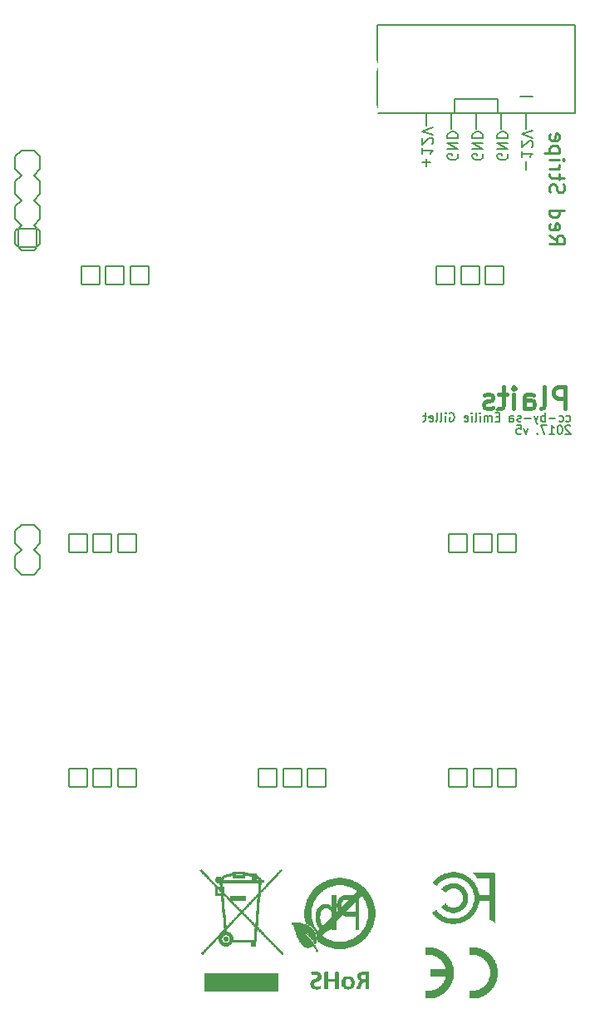
<source format=gbr>
%TF.GenerationSoftware,KiCad,Pcbnew,(6.0.11-0)*%
%TF.CreationDate,2023-04-24T22:27:55+02:00*%
%TF.ProjectId,plaits,706c6169-7473-42e6-9b69-6361645f7063,rev?*%
%TF.SameCoordinates,Original*%
%TF.FileFunction,Legend,Bot*%
%TF.FilePolarity,Positive*%
%FSLAX46Y46*%
G04 Gerber Fmt 4.6, Leading zero omitted, Abs format (unit mm)*
G04 Created by KiCad (PCBNEW (6.0.11-0)) date 2023-04-24 22:27:55*
%MOMM*%
%LPD*%
G01*
G04 APERTURE LIST*
G04 Aperture macros list*
%AMRoundRect*
0 Rectangle with rounded corners*
0 $1 Rounding radius*
0 $2 $3 $4 $5 $6 $7 $8 $9 X,Y pos of 4 corners*
0 Add a 4 corners polygon primitive as box body*
4,1,4,$2,$3,$4,$5,$6,$7,$8,$9,$2,$3,0*
0 Add four circle primitives for the rounded corners*
1,1,$1+$1,$2,$3*
1,1,$1+$1,$4,$5*
1,1,$1+$1,$6,$7*
1,1,$1+$1,$8,$9*
0 Add four rect primitives between the rounded corners*
20,1,$1+$1,$2,$3,$4,$5,0*
20,1,$1+$1,$4,$5,$6,$7,0*
20,1,$1+$1,$6,$7,$8,$9,0*
20,1,$1+$1,$8,$9,$2,$3,0*%
%AMFreePoly0*
4,1,25,0.417216,0.947373,0.422118,0.942882,0.942882,0.422118,0.964910,0.374877,0.965200,0.368236,0.965200,-0.368236,0.947373,-0.417216,0.942882,-0.422118,0.422118,-0.942882,0.374877,-0.964910,0.368236,-0.965200,-0.368236,-0.965200,-0.417216,-0.947373,-0.422118,-0.942882,-0.942882,-0.422118,-0.964910,-0.374877,-0.965200,-0.368236,-0.965200,0.368236,-0.947373,0.417216,-0.942882,0.422118,
-0.422118,0.942882,-0.374877,0.964910,-0.368236,0.965200,0.368236,0.965200,0.417216,0.947373,0.417216,0.947373,$1*%
%AMFreePoly1*
4,1,25,0.706544,1.645873,0.711446,1.641382,1.641382,0.711446,1.663410,0.664205,1.663700,0.657564,1.663700,-0.657564,1.645873,-0.706544,1.641382,-0.711446,0.711446,-1.641382,0.664205,-1.663410,0.657564,-1.663700,-0.657564,-1.663700,-0.706544,-1.645873,-0.711446,-1.641382,-1.641382,-0.711446,-1.663410,-0.664205,-1.663700,-0.657564,-1.663700,0.657564,-1.645873,0.706544,-1.641382,0.711446,
-0.711446,1.641382,-0.664205,1.663410,-0.657564,1.663700,0.657564,1.663700,0.706544,1.645873,0.706544,1.645873,$1*%
%AMFreePoly2*
4,1,25,0.575031,1.328373,0.579933,1.323882,1.323882,0.579933,1.345910,0.532692,1.346200,0.526051,1.346200,-0.526051,1.328373,-0.575031,1.323882,-0.579933,0.579933,-1.323882,0.532692,-1.345910,0.526051,-1.346200,-0.526051,-1.346200,-0.575031,-1.328373,-0.579933,-1.323882,-1.323882,-0.579933,-1.345910,-0.532692,-1.346200,-0.526051,-1.346200,0.526051,-1.328373,0.575031,-1.323882,0.579933,
-0.579933,1.323882,-0.532692,1.345910,-0.526051,1.346200,0.526051,1.346200,0.575031,1.328373,0.575031,1.328373,$1*%
%AMFreePoly3*
4,1,25,0.448779,1.023573,0.453681,1.019082,1.019082,0.453681,1.041110,0.406440,1.041400,0.399799,1.041400,-0.399799,1.023573,-0.448779,1.019082,-0.453681,0.453681,-1.019082,0.406440,-1.041110,0.399799,-1.041400,-0.399799,-1.041400,-0.448779,-1.023573,-0.453681,-1.019082,-1.019082,-0.453681,-1.041110,-0.406440,-1.041400,-0.399799,-1.041400,0.399799,-1.023573,0.448779,-1.019082,0.453681,
-0.453681,1.019082,-0.406440,1.041110,-0.399799,1.041400,0.399799,1.041400,0.448779,1.023573,0.448779,1.023573,$1*%
%AMFreePoly4*
4,1,25,0.438258,0.998173,0.443160,0.993682,0.993682,0.443160,1.015710,0.395919,1.016000,0.389278,1.016000,-0.389278,0.998173,-0.438258,0.993682,-0.443160,0.443160,-0.993682,0.395919,-1.015710,0.389278,-1.016000,-0.389278,-1.016000,-0.438258,-0.998173,-0.443160,-0.993682,-0.993682,-0.443160,-1.015710,-0.395919,-1.016000,-0.389278,-1.016000,0.389278,-0.998173,0.438258,-0.993682,0.443160,
-0.443160,0.993682,-0.395919,1.015710,-0.389278,1.016000,0.389278,1.016000,0.438258,0.998173,0.438258,0.998173,$1*%
G04 Aperture macros list end*
%ADD10C,0.152400*%
%ADD11C,0.381000*%
%ADD12C,0.190500*%
%ADD13C,0.266700*%
%ADD14C,0.203200*%
%ADD15C,2.200000*%
%ADD16FreePoly0,180.000000*%
%ADD17FreePoly1,90.000000*%
%ADD18RoundRect,0.076200X0.939800X-0.939800X0.939800X0.939800X-0.939800X0.939800X-0.939800X-0.939800X0*%
%ADD19FreePoly2,90.000000*%
%ADD20C,2.032000*%
%ADD21C,1.258800*%
%ADD22FreePoly3,0.000000*%
%ADD23C,3.000000*%
%ADD24RoundRect,0.076200X-0.939800X-0.939800X0.939800X-0.939800X0.939800X0.939800X-0.939800X0.939800X0*%
%ADD25FreePoly4,180.000000*%
G04 APERTURE END LIST*
D10*
X172303600Y-60553600D02*
X172303600Y-62141100D01*
X167223600Y-60553600D02*
X167223600Y-62141100D01*
X162143600Y-60553600D02*
X162143600Y-61823600D01*
X169763600Y-60553600D02*
X169763600Y-62141100D01*
X164683600Y-60553600D02*
X164683600Y-62141100D01*
D11*
X176304302Y-90613390D02*
X176304302Y-88454390D01*
X175481826Y-88454390D01*
X175276207Y-88557200D01*
X175173397Y-88660009D01*
X175070588Y-88865628D01*
X175070588Y-89174057D01*
X175173397Y-89379676D01*
X175276207Y-89482485D01*
X175481826Y-89585295D01*
X176304302Y-89585295D01*
X173836873Y-90613390D02*
X174042492Y-90510580D01*
X174145302Y-90304961D01*
X174145302Y-88454390D01*
X172089111Y-90613390D02*
X172089111Y-89482485D01*
X172191921Y-89276866D01*
X172397540Y-89174057D01*
X172808778Y-89174057D01*
X173014397Y-89276866D01*
X172089111Y-90510580D02*
X172294730Y-90613390D01*
X172808778Y-90613390D01*
X173014397Y-90510580D01*
X173117207Y-90304961D01*
X173117207Y-90099342D01*
X173014397Y-89893723D01*
X172808778Y-89790914D01*
X172294730Y-89790914D01*
X172089111Y-89688104D01*
X171061016Y-90613390D02*
X171061016Y-89174057D01*
X171061016Y-88454390D02*
X171163826Y-88557200D01*
X171061016Y-88660009D01*
X170958207Y-88557200D01*
X171061016Y-88454390D01*
X171061016Y-88660009D01*
X170341350Y-89174057D02*
X169518873Y-89174057D01*
X170032921Y-88454390D02*
X170032921Y-90304961D01*
X169930111Y-90510580D01*
X169724492Y-90613390D01*
X169518873Y-90613390D01*
X168902016Y-90510580D02*
X168696397Y-90613390D01*
X168285159Y-90613390D01*
X168079540Y-90510580D01*
X167976730Y-90304961D01*
X167976730Y-90202152D01*
X168079540Y-89996533D01*
X168285159Y-89893723D01*
X168593588Y-89893723D01*
X168799207Y-89790914D01*
X168902016Y-89585295D01*
X168902016Y-89482485D01*
X168799207Y-89276866D01*
X168593588Y-89174057D01*
X168285159Y-89174057D01*
X168079540Y-89276866D01*
D10*
X176391206Y-91903952D02*
X176473454Y-91945076D01*
X176637949Y-91945076D01*
X176720197Y-91903952D01*
X176761320Y-91862828D01*
X176802444Y-91780580D01*
X176802444Y-91533838D01*
X176761320Y-91451590D01*
X176720197Y-91410466D01*
X176637949Y-91369342D01*
X176473454Y-91369342D01*
X176391206Y-91410466D01*
X175650978Y-91903952D02*
X175733225Y-91945076D01*
X175897720Y-91945076D01*
X175979968Y-91903952D01*
X176021092Y-91862828D01*
X176062216Y-91780580D01*
X176062216Y-91533838D01*
X176021092Y-91451590D01*
X175979968Y-91410466D01*
X175897720Y-91369342D01*
X175733225Y-91369342D01*
X175650978Y-91410466D01*
X175280863Y-91616085D02*
X174622882Y-91616085D01*
X174211644Y-91945076D02*
X174211644Y-91081476D01*
X174211644Y-91410466D02*
X174129397Y-91369342D01*
X173964901Y-91369342D01*
X173882654Y-91410466D01*
X173841530Y-91451590D01*
X173800406Y-91533838D01*
X173800406Y-91780580D01*
X173841530Y-91862828D01*
X173882654Y-91903952D01*
X173964901Y-91945076D01*
X174129397Y-91945076D01*
X174211644Y-91903952D01*
X173512540Y-91369342D02*
X173306920Y-91945076D01*
X173101301Y-91369342D02*
X173306920Y-91945076D01*
X173389168Y-92150695D01*
X173430292Y-92191819D01*
X173512540Y-92232942D01*
X172772311Y-91616085D02*
X172114330Y-91616085D01*
X171744216Y-91903952D02*
X171661968Y-91945076D01*
X171497473Y-91945076D01*
X171415225Y-91903952D01*
X171374101Y-91821704D01*
X171374101Y-91780580D01*
X171415225Y-91698333D01*
X171497473Y-91657209D01*
X171620844Y-91657209D01*
X171703092Y-91616085D01*
X171744216Y-91533838D01*
X171744216Y-91492714D01*
X171703092Y-91410466D01*
X171620844Y-91369342D01*
X171497473Y-91369342D01*
X171415225Y-91410466D01*
X170633873Y-91945076D02*
X170633873Y-91492714D01*
X170674997Y-91410466D01*
X170757244Y-91369342D01*
X170921740Y-91369342D01*
X171003987Y-91410466D01*
X170633873Y-91903952D02*
X170716120Y-91945076D01*
X170921740Y-91945076D01*
X171003987Y-91903952D01*
X171045111Y-91821704D01*
X171045111Y-91739457D01*
X171003987Y-91657209D01*
X170921740Y-91616085D01*
X170716120Y-91616085D01*
X170633873Y-91574961D01*
X169564654Y-91492714D02*
X169276787Y-91492714D01*
X169153416Y-91945076D02*
X169564654Y-91945076D01*
X169564654Y-91081476D01*
X169153416Y-91081476D01*
X169276787Y-90752485D02*
X169400159Y-90875857D01*
X168783301Y-91945076D02*
X168783301Y-91369342D01*
X168783301Y-91451590D02*
X168742178Y-91410466D01*
X168659930Y-91369342D01*
X168536559Y-91369342D01*
X168454311Y-91410466D01*
X168413187Y-91492714D01*
X168413187Y-91945076D01*
X168413187Y-91492714D02*
X168372063Y-91410466D01*
X168289816Y-91369342D01*
X168166444Y-91369342D01*
X168084197Y-91410466D01*
X168043073Y-91492714D01*
X168043073Y-91945076D01*
X167631835Y-91945076D02*
X167631835Y-91369342D01*
X167631835Y-91081476D02*
X167672959Y-91122600D01*
X167631835Y-91163723D01*
X167590711Y-91122600D01*
X167631835Y-91081476D01*
X167631835Y-91163723D01*
X167097225Y-91945076D02*
X167179473Y-91903952D01*
X167220597Y-91821704D01*
X167220597Y-91081476D01*
X166768235Y-91945076D02*
X166768235Y-91369342D01*
X166768235Y-91081476D02*
X166809359Y-91122600D01*
X166768235Y-91163723D01*
X166727111Y-91122600D01*
X166768235Y-91081476D01*
X166768235Y-91163723D01*
X166028006Y-91903952D02*
X166110254Y-91945076D01*
X166274749Y-91945076D01*
X166356997Y-91903952D01*
X166398120Y-91821704D01*
X166398120Y-91492714D01*
X166356997Y-91410466D01*
X166274749Y-91369342D01*
X166110254Y-91369342D01*
X166028006Y-91410466D01*
X165986882Y-91492714D01*
X165986882Y-91574961D01*
X166398120Y-91657209D01*
X164506425Y-91122600D02*
X164588673Y-91081476D01*
X164712044Y-91081476D01*
X164835416Y-91122600D01*
X164917663Y-91204847D01*
X164958787Y-91287095D01*
X164999911Y-91451590D01*
X164999911Y-91574961D01*
X164958787Y-91739457D01*
X164917663Y-91821704D01*
X164835416Y-91903952D01*
X164712044Y-91945076D01*
X164629797Y-91945076D01*
X164506425Y-91903952D01*
X164465301Y-91862828D01*
X164465301Y-91574961D01*
X164629797Y-91574961D01*
X164095187Y-91945076D02*
X164095187Y-91369342D01*
X164095187Y-91081476D02*
X164136311Y-91122600D01*
X164095187Y-91163723D01*
X164054063Y-91122600D01*
X164095187Y-91081476D01*
X164095187Y-91163723D01*
X163560578Y-91945076D02*
X163642825Y-91903952D01*
X163683949Y-91821704D01*
X163683949Y-91081476D01*
X163108216Y-91945076D02*
X163190463Y-91903952D01*
X163231587Y-91821704D01*
X163231587Y-91081476D01*
X162450235Y-91903952D02*
X162532482Y-91945076D01*
X162696978Y-91945076D01*
X162779225Y-91903952D01*
X162820349Y-91821704D01*
X162820349Y-91492714D01*
X162779225Y-91410466D01*
X162696978Y-91369342D01*
X162532482Y-91369342D01*
X162450235Y-91410466D01*
X162409111Y-91492714D01*
X162409111Y-91574961D01*
X162820349Y-91657209D01*
X162162368Y-91369342D02*
X161833378Y-91369342D01*
X162038997Y-91081476D02*
X162038997Y-91821704D01*
X161997873Y-91903952D01*
X161915625Y-91945076D01*
X161833378Y-91945076D01*
X176802444Y-92433723D02*
X176761320Y-92392600D01*
X176679073Y-92351476D01*
X176473454Y-92351476D01*
X176391206Y-92392600D01*
X176350082Y-92433723D01*
X176308959Y-92515971D01*
X176308959Y-92598219D01*
X176350082Y-92721590D01*
X176843568Y-93215076D01*
X176308959Y-93215076D01*
X175774349Y-92351476D02*
X175692101Y-92351476D01*
X175609854Y-92392600D01*
X175568730Y-92433723D01*
X175527606Y-92515971D01*
X175486482Y-92680466D01*
X175486482Y-92886085D01*
X175527606Y-93050580D01*
X175568730Y-93132828D01*
X175609854Y-93173952D01*
X175692101Y-93215076D01*
X175774349Y-93215076D01*
X175856597Y-93173952D01*
X175897720Y-93132828D01*
X175938844Y-93050580D01*
X175979968Y-92886085D01*
X175979968Y-92680466D01*
X175938844Y-92515971D01*
X175897720Y-92433723D01*
X175856597Y-92392600D01*
X175774349Y-92351476D01*
X174664006Y-93215076D02*
X175157492Y-93215076D01*
X174910749Y-93215076D02*
X174910749Y-92351476D01*
X174992997Y-92474847D01*
X175075244Y-92557095D01*
X175157492Y-92598219D01*
X174376140Y-92351476D02*
X173800406Y-92351476D01*
X174170520Y-93215076D01*
X173471416Y-93132828D02*
X173430292Y-93173952D01*
X173471416Y-93215076D01*
X173512540Y-93173952D01*
X173471416Y-93132828D01*
X173471416Y-93215076D01*
X172484444Y-92639342D02*
X172278825Y-93215076D01*
X172073206Y-92639342D01*
X171332978Y-92351476D02*
X171744216Y-92351476D01*
X171785340Y-92762714D01*
X171744216Y-92721590D01*
X171661968Y-92680466D01*
X171456349Y-92680466D01*
X171374101Y-92721590D01*
X171332978Y-92762714D01*
X171291854Y-92844961D01*
X171291854Y-93050580D01*
X171332978Y-93132828D01*
X171374101Y-93173952D01*
X171456349Y-93215076D01*
X171661968Y-93215076D01*
X171744216Y-93173952D01*
X171785340Y-93132828D01*
D12*
X162161742Y-66008401D02*
X162161742Y-65185925D01*
X161750504Y-65597163D02*
X162572980Y-65597163D01*
X161750504Y-64106425D02*
X161750504Y-64723282D01*
X161750504Y-64414853D02*
X162830004Y-64414853D01*
X162675790Y-64517663D01*
X162572980Y-64620472D01*
X162521576Y-64723282D01*
X162727195Y-63695186D02*
X162778600Y-63643782D01*
X162830004Y-63540972D01*
X162830004Y-63283948D01*
X162778600Y-63181139D01*
X162727195Y-63129734D01*
X162624385Y-63078329D01*
X162521576Y-63078329D01*
X162367361Y-63129734D01*
X161750504Y-63746591D01*
X161750504Y-63078329D01*
X162830004Y-62769901D02*
X161750504Y-62410067D01*
X162830004Y-62050234D01*
X172321742Y-66325901D02*
X172321742Y-65503425D01*
X171910504Y-64423925D02*
X171910504Y-65040782D01*
X171910504Y-64732353D02*
X172990004Y-64732353D01*
X172835790Y-64835163D01*
X172732980Y-64937972D01*
X172681576Y-65040782D01*
X172887195Y-64012686D02*
X172938600Y-63961282D01*
X172990004Y-63858472D01*
X172990004Y-63601448D01*
X172938600Y-63498639D01*
X172887195Y-63447234D01*
X172784385Y-63395829D01*
X172681576Y-63395829D01*
X172527361Y-63447234D01*
X171910504Y-64064091D01*
X171910504Y-63395829D01*
X172990004Y-63087401D02*
X171910504Y-62727567D01*
X172990004Y-62367734D01*
X167858600Y-64732353D02*
X167910004Y-64835163D01*
X167910004Y-64989377D01*
X167858600Y-65143591D01*
X167755790Y-65246401D01*
X167652980Y-65297805D01*
X167447361Y-65349210D01*
X167293147Y-65349210D01*
X167087528Y-65297805D01*
X166984719Y-65246401D01*
X166881909Y-65143591D01*
X166830504Y-64989377D01*
X166830504Y-64886567D01*
X166881909Y-64732353D01*
X166933314Y-64680948D01*
X167293147Y-64680948D01*
X167293147Y-64886567D01*
X166830504Y-64218305D02*
X167910004Y-64218305D01*
X166830504Y-63601448D01*
X167910004Y-63601448D01*
X166830504Y-63087401D02*
X167910004Y-63087401D01*
X167910004Y-62830377D01*
X167858600Y-62676163D01*
X167755790Y-62573353D01*
X167652980Y-62521948D01*
X167447361Y-62470544D01*
X167293147Y-62470544D01*
X167087528Y-62521948D01*
X166984719Y-62573353D01*
X166881909Y-62676163D01*
X166830504Y-62830377D01*
X166830504Y-63087401D01*
D13*
X174674266Y-73037488D02*
X175393933Y-73541255D01*
X174674266Y-73901088D02*
X176185566Y-73901088D01*
X176185566Y-73325355D01*
X176113600Y-73181421D01*
X176041633Y-73109455D01*
X175897700Y-73037488D01*
X175681800Y-73037488D01*
X175537866Y-73109455D01*
X175465900Y-73181421D01*
X175393933Y-73325355D01*
X175393933Y-73901088D01*
X174746233Y-71814055D02*
X174674266Y-71957988D01*
X174674266Y-72245855D01*
X174746233Y-72389788D01*
X174890166Y-72461755D01*
X175465900Y-72461755D01*
X175609833Y-72389788D01*
X175681800Y-72245855D01*
X175681800Y-71957988D01*
X175609833Y-71814055D01*
X175465900Y-71742088D01*
X175321966Y-71742088D01*
X175178033Y-72461755D01*
X174674266Y-70446688D02*
X176185566Y-70446688D01*
X174746233Y-70446688D02*
X174674266Y-70590621D01*
X174674266Y-70878488D01*
X174746233Y-71022421D01*
X174818200Y-71094388D01*
X174962133Y-71166355D01*
X175393933Y-71166355D01*
X175537866Y-71094388D01*
X175609833Y-71022421D01*
X175681800Y-70878488D01*
X175681800Y-70590621D01*
X175609833Y-70446688D01*
X174746233Y-68647521D02*
X174674266Y-68431621D01*
X174674266Y-68071788D01*
X174746233Y-67927855D01*
X174818200Y-67855888D01*
X174962133Y-67783921D01*
X175106066Y-67783921D01*
X175250000Y-67855888D01*
X175321966Y-67927855D01*
X175393933Y-68071788D01*
X175465900Y-68359655D01*
X175537866Y-68503588D01*
X175609833Y-68575555D01*
X175753766Y-68647521D01*
X175897700Y-68647521D01*
X176041633Y-68575555D01*
X176113600Y-68503588D01*
X176185566Y-68359655D01*
X176185566Y-67999821D01*
X176113600Y-67783921D01*
X175681800Y-67352121D02*
X175681800Y-66776388D01*
X176185566Y-67136221D02*
X174890166Y-67136221D01*
X174746233Y-67064255D01*
X174674266Y-66920321D01*
X174674266Y-66776388D01*
X174674266Y-66272621D02*
X175681800Y-66272621D01*
X175393933Y-66272621D02*
X175537866Y-66200655D01*
X175609833Y-66128688D01*
X175681800Y-65984755D01*
X175681800Y-65840821D01*
X174674266Y-65337055D02*
X175681800Y-65337055D01*
X176185566Y-65337055D02*
X176113600Y-65409021D01*
X176041633Y-65337055D01*
X176113600Y-65265088D01*
X176185566Y-65337055D01*
X176041633Y-65337055D01*
X175681800Y-64617388D02*
X174170500Y-64617388D01*
X175609833Y-64617388D02*
X175681800Y-64473455D01*
X175681800Y-64185588D01*
X175609833Y-64041655D01*
X175537866Y-63969688D01*
X175393933Y-63897721D01*
X174962133Y-63897721D01*
X174818200Y-63969688D01*
X174746233Y-64041655D01*
X174674266Y-64185588D01*
X174674266Y-64473455D01*
X174746233Y-64617388D01*
X174746233Y-62674288D02*
X174674266Y-62818221D01*
X174674266Y-63106088D01*
X174746233Y-63250021D01*
X174890166Y-63321988D01*
X175465900Y-63321988D01*
X175609833Y-63250021D01*
X175681800Y-63106088D01*
X175681800Y-62818221D01*
X175609833Y-62674288D01*
X175465900Y-62602321D01*
X175321966Y-62602321D01*
X175178033Y-63321988D01*
D12*
X170398600Y-64732353D02*
X170450004Y-64835163D01*
X170450004Y-64989377D01*
X170398600Y-65143591D01*
X170295790Y-65246401D01*
X170192980Y-65297805D01*
X169987361Y-65349210D01*
X169833147Y-65349210D01*
X169627528Y-65297805D01*
X169524719Y-65246401D01*
X169421909Y-65143591D01*
X169370504Y-64989377D01*
X169370504Y-64886567D01*
X169421909Y-64732353D01*
X169473314Y-64680948D01*
X169833147Y-64680948D01*
X169833147Y-64886567D01*
X169370504Y-64218305D02*
X170450004Y-64218305D01*
X169370504Y-63601448D01*
X170450004Y-63601448D01*
X169370504Y-63087401D02*
X170450004Y-63087401D01*
X170450004Y-62830377D01*
X170398600Y-62676163D01*
X170295790Y-62573353D01*
X170192980Y-62521948D01*
X169987361Y-62470544D01*
X169833147Y-62470544D01*
X169627528Y-62521948D01*
X169524719Y-62573353D01*
X169421909Y-62676163D01*
X169370504Y-62830377D01*
X169370504Y-63087401D01*
X165318600Y-64732353D02*
X165370004Y-64835163D01*
X165370004Y-64989377D01*
X165318600Y-65143591D01*
X165215790Y-65246401D01*
X165112980Y-65297805D01*
X164907361Y-65349210D01*
X164753147Y-65349210D01*
X164547528Y-65297805D01*
X164444719Y-65246401D01*
X164341909Y-65143591D01*
X164290504Y-64989377D01*
X164290504Y-64886567D01*
X164341909Y-64732353D01*
X164393314Y-64680948D01*
X164753147Y-64680948D01*
X164753147Y-64886567D01*
X164290504Y-64218305D02*
X165370004Y-64218305D01*
X164290504Y-63601448D01*
X165370004Y-63601448D01*
X164290504Y-63087401D02*
X165370004Y-63087401D01*
X165370004Y-62830377D01*
X165318600Y-62676163D01*
X165215790Y-62573353D01*
X165112980Y-62521948D01*
X164907361Y-62470544D01*
X164753147Y-62470544D01*
X164547528Y-62521948D01*
X164444719Y-62573353D01*
X164341909Y-62676163D01*
X164290504Y-62830377D01*
X164290504Y-63087401D01*
%TO.C,U$2*%
G36*
X147379800Y-137541000D02*
G01*
X147329000Y-137541000D01*
X147329000Y-137490200D01*
X147379800Y-137490200D01*
X147379800Y-137541000D01*
G37*
G36*
X139251800Y-137591800D02*
G01*
X139150200Y-137591800D01*
X139150200Y-137541000D01*
X139251800Y-137541000D01*
X139251800Y-137591800D01*
G37*
G36*
X147430600Y-137591800D02*
G01*
X147278200Y-137591800D01*
X147278200Y-137541000D01*
X147430600Y-137541000D01*
X147430600Y-137591800D01*
G37*
G36*
X139302600Y-137642600D02*
G01*
X139099400Y-137642600D01*
X139099400Y-137591800D01*
X139302600Y-137591800D01*
X139302600Y-137642600D01*
G37*
G36*
X147481400Y-137642600D02*
G01*
X147227400Y-137642600D01*
X147227400Y-137591800D01*
X147481400Y-137591800D01*
X147481400Y-137642600D01*
G37*
G36*
X139353400Y-137693400D02*
G01*
X139048600Y-137693400D01*
X139048600Y-137642600D01*
X139353400Y-137642600D01*
X139353400Y-137693400D01*
G37*
G36*
X147481400Y-137693400D02*
G01*
X147176600Y-137693400D01*
X147176600Y-137642600D01*
X147481400Y-137642600D01*
X147481400Y-137693400D01*
G37*
G36*
X139404200Y-137744200D02*
G01*
X139099400Y-137744200D01*
X139099400Y-137693400D01*
X139404200Y-137693400D01*
X139404200Y-137744200D01*
G37*
G36*
X147430600Y-137744200D02*
G01*
X147125800Y-137744200D01*
X147125800Y-137693400D01*
X147430600Y-137693400D01*
X147430600Y-137744200D01*
G37*
G36*
X139455000Y-137795000D02*
G01*
X139150200Y-137795000D01*
X139150200Y-137744200D01*
X139455000Y-137744200D01*
X139455000Y-137795000D01*
G37*
G36*
X147379800Y-137795000D02*
G01*
X147075000Y-137795000D01*
X147075000Y-137744200D01*
X147379800Y-137744200D01*
X147379800Y-137795000D01*
G37*
G36*
X139505800Y-137845800D02*
G01*
X139201000Y-137845800D01*
X139201000Y-137795000D01*
X139505800Y-137795000D01*
X139505800Y-137845800D01*
G37*
G36*
X143671400Y-137845800D02*
G01*
X142401400Y-137845800D01*
X142401400Y-137795000D01*
X143671400Y-137795000D01*
X143671400Y-137845800D01*
G37*
G36*
X147329000Y-137845800D02*
G01*
X147024200Y-137845800D01*
X147024200Y-137795000D01*
X147329000Y-137795000D01*
X147329000Y-137845800D01*
G37*
G36*
X139556600Y-137896600D02*
G01*
X139251800Y-137896600D01*
X139251800Y-137845800D01*
X139556600Y-137845800D01*
X139556600Y-137896600D01*
G37*
G36*
X143671400Y-137896600D02*
G01*
X142401400Y-137896600D01*
X142401400Y-137845800D01*
X143671400Y-137845800D01*
X143671400Y-137896600D01*
G37*
G36*
X147278200Y-137896600D02*
G01*
X146973400Y-137896600D01*
X146973400Y-137845800D01*
X147278200Y-137845800D01*
X147278200Y-137896600D01*
G37*
G36*
X139607400Y-137947400D02*
G01*
X139251800Y-137947400D01*
X139251800Y-137896600D01*
X139607400Y-137896600D01*
X139607400Y-137947400D01*
G37*
G36*
X144027000Y-137947400D02*
G01*
X142350600Y-137947400D01*
X142350600Y-137896600D01*
X144027000Y-137896600D01*
X144027000Y-137947400D01*
G37*
G36*
X147227400Y-137947400D02*
G01*
X146922600Y-137947400D01*
X146922600Y-137896600D01*
X147227400Y-137896600D01*
X147227400Y-137947400D01*
G37*
G36*
X139658200Y-137998200D02*
G01*
X139302600Y-137998200D01*
X139302600Y-137947400D01*
X139658200Y-137947400D01*
X139658200Y-137998200D01*
G37*
G36*
X144331800Y-137998200D02*
G01*
X142045800Y-137998200D01*
X142045800Y-137947400D01*
X144331800Y-137947400D01*
X144331800Y-137998200D01*
G37*
G36*
X144839800Y-137998200D02*
G01*
X144382600Y-137998200D01*
X144382600Y-137947400D01*
X144839800Y-137947400D01*
X144839800Y-137998200D01*
G37*
G36*
X147176600Y-137998200D02*
G01*
X146871800Y-137998200D01*
X146871800Y-137947400D01*
X147176600Y-137947400D01*
X147176600Y-137998200D01*
G37*
G36*
X139709000Y-138049000D02*
G01*
X139353400Y-138049000D01*
X139353400Y-137998200D01*
X139709000Y-137998200D01*
X139709000Y-138049000D01*
G37*
G36*
X144839800Y-138049000D02*
G01*
X141842600Y-138049000D01*
X141842600Y-137998200D01*
X144839800Y-137998200D01*
X144839800Y-138049000D01*
G37*
G36*
X147125800Y-138049000D02*
G01*
X146821000Y-138049000D01*
X146821000Y-137998200D01*
X147125800Y-137998200D01*
X147125800Y-138049000D01*
G37*
G36*
X139759800Y-138099800D02*
G01*
X139404200Y-138099800D01*
X139404200Y-138049000D01*
X139759800Y-138049000D01*
X139759800Y-138099800D01*
G37*
G36*
X142706200Y-138099800D02*
G01*
X141690200Y-138099800D01*
X141690200Y-138049000D01*
X142706200Y-138049000D01*
X142706200Y-138099800D01*
G37*
G36*
X144839800Y-138099800D02*
G01*
X143417400Y-138099800D01*
X143417400Y-138049000D01*
X144839800Y-138049000D01*
X144839800Y-138099800D01*
G37*
G36*
X147075000Y-138099800D02*
G01*
X146770200Y-138099800D01*
X146770200Y-138049000D01*
X147075000Y-138049000D01*
X147075000Y-138099800D01*
G37*
G36*
X139810600Y-138150600D02*
G01*
X139455000Y-138150600D01*
X139455000Y-138099800D01*
X139810600Y-138099800D01*
X139810600Y-138150600D01*
G37*
G36*
X142655400Y-138150600D02*
G01*
X141588600Y-138150600D01*
X141588600Y-138099800D01*
X142655400Y-138099800D01*
X142655400Y-138150600D01*
G37*
G36*
X144839800Y-138150600D02*
G01*
X143417400Y-138150600D01*
X143417400Y-138099800D01*
X144839800Y-138099800D01*
X144839800Y-138150600D01*
G37*
G36*
X147024200Y-138150600D02*
G01*
X146719400Y-138150600D01*
X146719400Y-138099800D01*
X147024200Y-138099800D01*
X147024200Y-138150600D01*
G37*
G36*
X139861400Y-138201400D02*
G01*
X139505800Y-138201400D01*
X139505800Y-138150600D01*
X139861400Y-138150600D01*
X139861400Y-138201400D01*
G37*
G36*
X144941400Y-138201400D02*
G01*
X141487000Y-138201400D01*
X141487000Y-138150600D01*
X144941400Y-138150600D01*
X144941400Y-138201400D01*
G37*
G36*
X147024200Y-138201400D02*
G01*
X146719400Y-138201400D01*
X146719400Y-138150600D01*
X147024200Y-138150600D01*
X147024200Y-138201400D01*
G37*
G36*
X139912200Y-138252200D02*
G01*
X139556600Y-138252200D01*
X139556600Y-138201400D01*
X139912200Y-138201400D01*
X139912200Y-138252200D01*
G37*
G36*
X142249000Y-138252200D02*
G01*
X141385400Y-138252200D01*
X141385400Y-138201400D01*
X142249000Y-138201400D01*
X142249000Y-138252200D01*
G37*
G36*
X143671400Y-138252200D02*
G01*
X142401400Y-138252200D01*
X142401400Y-138201400D01*
X143671400Y-138201400D01*
X143671400Y-138252200D01*
G37*
G36*
X144992200Y-138252200D02*
G01*
X144128600Y-138252200D01*
X144128600Y-138201400D01*
X144992200Y-138201400D01*
X144992200Y-138252200D01*
G37*
G36*
X146973400Y-138252200D02*
G01*
X146668600Y-138252200D01*
X146668600Y-138201400D01*
X146973400Y-138201400D01*
X146973400Y-138252200D01*
G37*
G36*
X139963000Y-138303000D02*
G01*
X139607400Y-138303000D01*
X139607400Y-138252200D01*
X139963000Y-138252200D01*
X139963000Y-138303000D01*
G37*
G36*
X141080600Y-138303000D02*
G01*
X140826600Y-138303000D01*
X140826600Y-138252200D01*
X141080600Y-138252200D01*
X141080600Y-138303000D01*
G37*
G36*
X141995000Y-138303000D02*
G01*
X141334600Y-138303000D01*
X141334600Y-138252200D01*
X141995000Y-138252200D01*
X141995000Y-138303000D01*
G37*
G36*
X143671400Y-138303000D02*
G01*
X142401400Y-138303000D01*
X142401400Y-138252200D01*
X143671400Y-138252200D01*
X143671400Y-138303000D01*
G37*
G36*
X145093800Y-138303000D02*
G01*
X144382600Y-138303000D01*
X144382600Y-138252200D01*
X145093800Y-138252200D01*
X145093800Y-138303000D01*
G37*
G36*
X146922600Y-138303000D02*
G01*
X146617800Y-138303000D01*
X146617800Y-138252200D01*
X146922600Y-138252200D01*
X146922600Y-138303000D01*
G37*
G36*
X140013800Y-138353800D02*
G01*
X139658200Y-138353800D01*
X139658200Y-138303000D01*
X140013800Y-138303000D01*
X140013800Y-138353800D01*
G37*
G36*
X141182200Y-138353800D02*
G01*
X140725000Y-138353800D01*
X140725000Y-138303000D01*
X141182200Y-138303000D01*
X141182200Y-138353800D01*
G37*
G36*
X141842600Y-138353800D02*
G01*
X141283800Y-138353800D01*
X141283800Y-138303000D01*
X141842600Y-138303000D01*
X141842600Y-138353800D01*
G37*
G36*
X143671400Y-138353800D02*
G01*
X142401400Y-138353800D01*
X142401400Y-138303000D01*
X143671400Y-138303000D01*
X143671400Y-138353800D01*
G37*
G36*
X145144600Y-138353800D02*
G01*
X144382600Y-138353800D01*
X144382600Y-138303000D01*
X145144600Y-138303000D01*
X145144600Y-138353800D01*
G37*
G36*
X146871800Y-138353800D02*
G01*
X146567000Y-138353800D01*
X146567000Y-138303000D01*
X146871800Y-138303000D01*
X146871800Y-138353800D01*
G37*
G36*
X140064600Y-138404600D02*
G01*
X139709000Y-138404600D01*
X139709000Y-138353800D01*
X140064600Y-138353800D01*
X140064600Y-138404600D01*
G37*
G36*
X141690200Y-138404600D02*
G01*
X140674200Y-138404600D01*
X140674200Y-138353800D01*
X141690200Y-138353800D01*
X141690200Y-138404600D01*
G37*
G36*
X143671400Y-138404600D02*
G01*
X142401400Y-138404600D01*
X142401400Y-138353800D01*
X143671400Y-138353800D01*
X143671400Y-138404600D01*
G37*
G36*
X145195400Y-138404600D02*
G01*
X144382600Y-138404600D01*
X144382600Y-138353800D01*
X145195400Y-138353800D01*
X145195400Y-138404600D01*
G37*
G36*
X146821000Y-138404600D02*
G01*
X146516200Y-138404600D01*
X146516200Y-138353800D01*
X146821000Y-138353800D01*
X146821000Y-138404600D01*
G37*
G36*
X140064600Y-138455400D02*
G01*
X139759800Y-138455400D01*
X139759800Y-138404600D01*
X140064600Y-138404600D01*
X140064600Y-138455400D01*
G37*
G36*
X141588600Y-138455400D02*
G01*
X140674200Y-138455400D01*
X140674200Y-138404600D01*
X141588600Y-138404600D01*
X141588600Y-138455400D01*
G37*
G36*
X143671400Y-138455400D02*
G01*
X142401400Y-138455400D01*
X142401400Y-138404600D01*
X143671400Y-138404600D01*
X143671400Y-138455400D01*
G37*
G36*
X145246200Y-138455400D02*
G01*
X144382600Y-138455400D01*
X144382600Y-138404600D01*
X145246200Y-138404600D01*
X145246200Y-138455400D01*
G37*
G36*
X146770200Y-138455400D02*
G01*
X146465400Y-138455400D01*
X146465400Y-138404600D01*
X146770200Y-138404600D01*
X146770200Y-138455400D01*
G37*
G36*
X153577400Y-138455400D02*
G01*
X153069400Y-138455400D01*
X153069400Y-138404600D01*
X153577400Y-138404600D01*
X153577400Y-138455400D01*
G37*
G36*
X140115400Y-138506200D02*
G01*
X139810600Y-138506200D01*
X139810600Y-138455400D01*
X140115400Y-138455400D01*
X140115400Y-138506200D01*
G37*
G36*
X141537800Y-138506200D02*
G01*
X140623400Y-138506200D01*
X140623400Y-138455400D01*
X141537800Y-138455400D01*
X141537800Y-138506200D01*
G37*
G36*
X144839800Y-138506200D02*
G01*
X144382600Y-138506200D01*
X144382600Y-138455400D01*
X144839800Y-138455400D01*
X144839800Y-138506200D01*
G37*
G36*
X145297000Y-138506200D02*
G01*
X144890600Y-138506200D01*
X144890600Y-138455400D01*
X145297000Y-138455400D01*
X145297000Y-138506200D01*
G37*
G36*
X146719400Y-138506200D02*
G01*
X146414600Y-138506200D01*
X146414600Y-138455400D01*
X146719400Y-138455400D01*
X146719400Y-138506200D01*
G37*
G36*
X153983800Y-138506200D02*
G01*
X152663000Y-138506200D01*
X152663000Y-138455400D01*
X153983800Y-138455400D01*
X153983800Y-138506200D01*
G37*
G36*
X140166200Y-138557000D02*
G01*
X139861400Y-138557000D01*
X139861400Y-138506200D01*
X140166200Y-138506200D01*
X140166200Y-138557000D01*
G37*
G36*
X141487000Y-138557000D02*
G01*
X140623400Y-138557000D01*
X140623400Y-138506200D01*
X141487000Y-138506200D01*
X141487000Y-138557000D01*
G37*
G36*
X144839800Y-138557000D02*
G01*
X144382600Y-138557000D01*
X144382600Y-138506200D01*
X144839800Y-138506200D01*
X144839800Y-138557000D01*
G37*
G36*
X145297000Y-138557000D02*
G01*
X144992200Y-138557000D01*
X144992200Y-138506200D01*
X145297000Y-138506200D01*
X145297000Y-138557000D01*
G37*
G36*
X146668600Y-138557000D02*
G01*
X146363800Y-138557000D01*
X146363800Y-138506200D01*
X146668600Y-138506200D01*
X146668600Y-138557000D01*
G37*
G36*
X154237800Y-138557000D02*
G01*
X152409000Y-138557000D01*
X152409000Y-138506200D01*
X154237800Y-138506200D01*
X154237800Y-138557000D01*
G37*
G36*
X140217000Y-138607800D02*
G01*
X139912200Y-138607800D01*
X139912200Y-138557000D01*
X140217000Y-138557000D01*
X140217000Y-138607800D01*
G37*
G36*
X141436200Y-138607800D02*
G01*
X140623400Y-138607800D01*
X140623400Y-138557000D01*
X141436200Y-138557000D01*
X141436200Y-138607800D01*
G37*
G36*
X144839800Y-138607800D02*
G01*
X144382600Y-138607800D01*
X144382600Y-138557000D01*
X144839800Y-138557000D01*
X144839800Y-138607800D01*
G37*
G36*
X145347800Y-138607800D02*
G01*
X145043000Y-138607800D01*
X145043000Y-138557000D01*
X145347800Y-138557000D01*
X145347800Y-138607800D01*
G37*
G36*
X146617800Y-138607800D02*
G01*
X146313000Y-138607800D01*
X146313000Y-138557000D01*
X146617800Y-138557000D01*
X146617800Y-138607800D01*
G37*
G36*
X154390200Y-138607800D02*
G01*
X152205800Y-138607800D01*
X152205800Y-138557000D01*
X154390200Y-138557000D01*
X154390200Y-138607800D01*
G37*
G36*
X140267800Y-138658600D02*
G01*
X139963000Y-138658600D01*
X139963000Y-138607800D01*
X140267800Y-138607800D01*
X140267800Y-138658600D01*
G37*
G36*
X141385400Y-138658600D02*
G01*
X140623400Y-138658600D01*
X140623400Y-138607800D01*
X141385400Y-138607800D01*
X141385400Y-138658600D01*
G37*
G36*
X144839800Y-138658600D02*
G01*
X144382600Y-138658600D01*
X144382600Y-138607800D01*
X144839800Y-138607800D01*
X144839800Y-138658600D01*
G37*
G36*
X145347800Y-138658600D02*
G01*
X145043000Y-138658600D01*
X145043000Y-138607800D01*
X145347800Y-138607800D01*
X145347800Y-138658600D01*
G37*
G36*
X146567000Y-138658600D02*
G01*
X146262200Y-138658600D01*
X146262200Y-138607800D01*
X146567000Y-138607800D01*
X146567000Y-138658600D01*
G37*
G36*
X154542600Y-138658600D02*
G01*
X152104200Y-138658600D01*
X152104200Y-138607800D01*
X154542600Y-138607800D01*
X154542600Y-138658600D01*
G37*
G36*
X140318600Y-138709400D02*
G01*
X140013800Y-138709400D01*
X140013800Y-138658600D01*
X140318600Y-138658600D01*
X140318600Y-138709400D01*
G37*
G36*
X145652600Y-138709400D02*
G01*
X140623400Y-138709400D01*
X140623400Y-138658600D01*
X145652600Y-138658600D01*
X145652600Y-138709400D01*
G37*
G36*
X146516200Y-138709400D02*
G01*
X146211400Y-138709400D01*
X146211400Y-138658600D01*
X146516200Y-138658600D01*
X146516200Y-138709400D01*
G37*
G36*
X154695000Y-138709400D02*
G01*
X151951800Y-138709400D01*
X151951800Y-138658600D01*
X154695000Y-138658600D01*
X154695000Y-138709400D01*
G37*
G36*
X140369400Y-138760200D02*
G01*
X140064600Y-138760200D01*
X140064600Y-138709400D01*
X140369400Y-138709400D01*
X140369400Y-138760200D01*
G37*
G36*
X145652600Y-138760200D02*
G01*
X140623400Y-138760200D01*
X140623400Y-138709400D01*
X145652600Y-138709400D01*
X145652600Y-138760200D01*
G37*
G36*
X146465400Y-138760200D02*
G01*
X146160600Y-138760200D01*
X146160600Y-138709400D01*
X146465400Y-138709400D01*
X146465400Y-138760200D01*
G37*
G36*
X154796600Y-138760200D02*
G01*
X151850200Y-138760200D01*
X151850200Y-138709400D01*
X154796600Y-138709400D01*
X154796600Y-138760200D01*
G37*
G36*
X140420200Y-138811000D02*
G01*
X140115400Y-138811000D01*
X140115400Y-138760200D01*
X140420200Y-138760200D01*
X140420200Y-138811000D01*
G37*
G36*
X145652600Y-138811000D02*
G01*
X140674200Y-138811000D01*
X140674200Y-138760200D01*
X145652600Y-138760200D01*
X145652600Y-138811000D01*
G37*
G36*
X146414600Y-138811000D02*
G01*
X146109800Y-138811000D01*
X146109800Y-138760200D01*
X146414600Y-138760200D01*
X146414600Y-138811000D01*
G37*
G36*
X154898200Y-138811000D02*
G01*
X151697800Y-138811000D01*
X151697800Y-138760200D01*
X154898200Y-138760200D01*
X154898200Y-138811000D01*
G37*
G36*
X140471000Y-138861800D02*
G01*
X140166200Y-138861800D01*
X140166200Y-138811000D01*
X140471000Y-138811000D01*
X140471000Y-138861800D01*
G37*
G36*
X145652600Y-138861800D02*
G01*
X140674200Y-138861800D01*
X140674200Y-138811000D01*
X145652600Y-138811000D01*
X145652600Y-138861800D01*
G37*
G36*
X146363800Y-138861800D02*
G01*
X146059000Y-138861800D01*
X146059000Y-138811000D01*
X146363800Y-138811000D01*
X146363800Y-138861800D01*
G37*
G36*
X154999800Y-138861800D02*
G01*
X151596200Y-138861800D01*
X151596200Y-138811000D01*
X154999800Y-138811000D01*
X154999800Y-138861800D01*
G37*
G36*
X140521800Y-138912600D02*
G01*
X140217000Y-138912600D01*
X140217000Y-138861800D01*
X140521800Y-138861800D01*
X140521800Y-138912600D01*
G37*
G36*
X145652600Y-138912600D02*
G01*
X140725000Y-138912600D01*
X140725000Y-138861800D01*
X145652600Y-138861800D01*
X145652600Y-138912600D01*
G37*
G36*
X146313000Y-138912600D02*
G01*
X146008200Y-138912600D01*
X146008200Y-138861800D01*
X146313000Y-138861800D01*
X146313000Y-138912600D01*
G37*
G36*
X155101400Y-138912600D02*
G01*
X151545400Y-138912600D01*
X151545400Y-138861800D01*
X155101400Y-138861800D01*
X155101400Y-138912600D01*
G37*
G36*
X140572600Y-138963400D02*
G01*
X140267800Y-138963400D01*
X140267800Y-138912600D01*
X140572600Y-138912600D01*
X140572600Y-138963400D01*
G37*
G36*
X145347800Y-138963400D02*
G01*
X140826600Y-138963400D01*
X140826600Y-138912600D01*
X145347800Y-138912600D01*
X145347800Y-138963400D01*
G37*
G36*
X146262200Y-138963400D02*
G01*
X145957400Y-138963400D01*
X145957400Y-138912600D01*
X146262200Y-138912600D01*
X146262200Y-138963400D01*
G37*
G36*
X155203000Y-138963400D02*
G01*
X151443800Y-138963400D01*
X151443800Y-138912600D01*
X155203000Y-138912600D01*
X155203000Y-138963400D01*
G37*
G36*
X140623400Y-139014200D02*
G01*
X140318600Y-139014200D01*
X140318600Y-138963400D01*
X140623400Y-138963400D01*
X140623400Y-139014200D01*
G37*
G36*
X141385400Y-139014200D02*
G01*
X141080600Y-139014200D01*
X141080600Y-138963400D01*
X141385400Y-138963400D01*
X141385400Y-139014200D01*
G37*
G36*
X145347800Y-139014200D02*
G01*
X145043000Y-139014200D01*
X145043000Y-138963400D01*
X145347800Y-138963400D01*
X145347800Y-139014200D01*
G37*
G36*
X146211400Y-139014200D02*
G01*
X145906600Y-139014200D01*
X145906600Y-138963400D01*
X146211400Y-138963400D01*
X146211400Y-139014200D01*
G37*
G36*
X155304600Y-139014200D02*
G01*
X151342200Y-139014200D01*
X151342200Y-138963400D01*
X155304600Y-138963400D01*
X155304600Y-139014200D01*
G37*
G36*
X140674200Y-139065000D02*
G01*
X140369400Y-139065000D01*
X140369400Y-139014200D01*
X140674200Y-139014200D01*
X140674200Y-139065000D01*
G37*
G36*
X141385400Y-139065000D02*
G01*
X141080600Y-139065000D01*
X141080600Y-139014200D01*
X141385400Y-139014200D01*
X141385400Y-139065000D01*
G37*
G36*
X145347800Y-139065000D02*
G01*
X145043000Y-139065000D01*
X145043000Y-139014200D01*
X145347800Y-139014200D01*
X145347800Y-139065000D01*
G37*
G36*
X146160600Y-139065000D02*
G01*
X145855800Y-139065000D01*
X145855800Y-139014200D01*
X146160600Y-139014200D01*
X146160600Y-139065000D01*
G37*
G36*
X155355400Y-139065000D02*
G01*
X151291400Y-139065000D01*
X151291400Y-139014200D01*
X155355400Y-139014200D01*
X155355400Y-139065000D01*
G37*
G36*
X140725000Y-139115800D02*
G01*
X140420200Y-139115800D01*
X140420200Y-139065000D01*
X140725000Y-139065000D01*
X140725000Y-139115800D01*
G37*
G36*
X141385400Y-139115800D02*
G01*
X141080600Y-139115800D01*
X141080600Y-139065000D01*
X141385400Y-139065000D01*
X141385400Y-139115800D01*
G37*
G36*
X145347800Y-139115800D02*
G01*
X145043000Y-139115800D01*
X145043000Y-139065000D01*
X145347800Y-139065000D01*
X145347800Y-139115800D01*
G37*
G36*
X146160600Y-139115800D02*
G01*
X145805000Y-139115800D01*
X145805000Y-139065000D01*
X146160600Y-139065000D01*
X146160600Y-139115800D01*
G37*
G36*
X155406200Y-139115800D02*
G01*
X151189800Y-139115800D01*
X151189800Y-139065000D01*
X155406200Y-139065000D01*
X155406200Y-139115800D01*
G37*
G36*
X140775800Y-139166600D02*
G01*
X140471000Y-139166600D01*
X140471000Y-139115800D01*
X140775800Y-139115800D01*
X140775800Y-139166600D01*
G37*
G36*
X141385400Y-139166600D02*
G01*
X141080600Y-139166600D01*
X141080600Y-139115800D01*
X141385400Y-139115800D01*
X141385400Y-139166600D01*
G37*
G36*
X145297000Y-139166600D02*
G01*
X145043000Y-139166600D01*
X145043000Y-139115800D01*
X145297000Y-139115800D01*
X145297000Y-139166600D01*
G37*
G36*
X146109800Y-139166600D02*
G01*
X145754200Y-139166600D01*
X145754200Y-139115800D01*
X146109800Y-139115800D01*
X146109800Y-139166600D01*
G37*
G36*
X155507800Y-139166600D02*
G01*
X151139000Y-139166600D01*
X151139000Y-139115800D01*
X155507800Y-139115800D01*
X155507800Y-139166600D01*
G37*
G36*
X140826600Y-139217400D02*
G01*
X140521800Y-139217400D01*
X140521800Y-139166600D01*
X140826600Y-139166600D01*
X140826600Y-139217400D01*
G37*
G36*
X141385400Y-139217400D02*
G01*
X141131400Y-139217400D01*
X141131400Y-139166600D01*
X141385400Y-139166600D01*
X141385400Y-139217400D01*
G37*
G36*
X145297000Y-139217400D02*
G01*
X145043000Y-139217400D01*
X145043000Y-139166600D01*
X145297000Y-139166600D01*
X145297000Y-139217400D01*
G37*
G36*
X146059000Y-139217400D02*
G01*
X145754200Y-139217400D01*
X145754200Y-139166600D01*
X146059000Y-139166600D01*
X146059000Y-139217400D01*
G37*
G36*
X152866200Y-139217400D02*
G01*
X151088200Y-139217400D01*
X151088200Y-139166600D01*
X152866200Y-139166600D01*
X152866200Y-139217400D01*
G37*
G36*
X155558600Y-139217400D02*
G01*
X153780600Y-139217400D01*
X153780600Y-139166600D01*
X155558600Y-139166600D01*
X155558600Y-139217400D01*
G37*
G36*
X140877400Y-139268200D02*
G01*
X140572600Y-139268200D01*
X140572600Y-139217400D01*
X140877400Y-139217400D01*
X140877400Y-139268200D01*
G37*
G36*
X141385400Y-139268200D02*
G01*
X141131400Y-139268200D01*
X141131400Y-139217400D01*
X141385400Y-139217400D01*
X141385400Y-139268200D01*
G37*
G36*
X145297000Y-139268200D02*
G01*
X145043000Y-139268200D01*
X145043000Y-139217400D01*
X145297000Y-139217400D01*
X145297000Y-139268200D01*
G37*
G36*
X146008200Y-139268200D02*
G01*
X145703400Y-139268200D01*
X145703400Y-139217400D01*
X146008200Y-139217400D01*
X146008200Y-139268200D01*
G37*
G36*
X152612200Y-139268200D02*
G01*
X150986600Y-139268200D01*
X150986600Y-139217400D01*
X152612200Y-139217400D01*
X152612200Y-139268200D01*
G37*
G36*
X155609400Y-139268200D02*
G01*
X154034600Y-139268200D01*
X154034600Y-139217400D01*
X155609400Y-139217400D01*
X155609400Y-139268200D01*
G37*
G36*
X140928200Y-139319000D02*
G01*
X140623400Y-139319000D01*
X140623400Y-139268200D01*
X140928200Y-139268200D01*
X140928200Y-139319000D01*
G37*
G36*
X141385400Y-139319000D02*
G01*
X141131400Y-139319000D01*
X141131400Y-139268200D01*
X141385400Y-139268200D01*
X141385400Y-139319000D01*
G37*
G36*
X145297000Y-139319000D02*
G01*
X145043000Y-139319000D01*
X145043000Y-139268200D01*
X145297000Y-139268200D01*
X145297000Y-139319000D01*
G37*
G36*
X145957400Y-139319000D02*
G01*
X145652600Y-139319000D01*
X145652600Y-139268200D01*
X145957400Y-139268200D01*
X145957400Y-139319000D01*
G37*
G36*
X152459800Y-139319000D02*
G01*
X150935800Y-139319000D01*
X150935800Y-139268200D01*
X152459800Y-139268200D01*
X152459800Y-139319000D01*
G37*
G36*
X155711000Y-139319000D02*
G01*
X154187000Y-139319000D01*
X154187000Y-139268200D01*
X155711000Y-139268200D01*
X155711000Y-139319000D01*
G37*
G36*
X141537800Y-139369800D02*
G01*
X140623400Y-139369800D01*
X140623400Y-139319000D01*
X141537800Y-139319000D01*
X141537800Y-139369800D01*
G37*
G36*
X145297000Y-139369800D02*
G01*
X145043000Y-139369800D01*
X145043000Y-139319000D01*
X145297000Y-139319000D01*
X145297000Y-139369800D01*
G37*
G36*
X145906600Y-139369800D02*
G01*
X145601800Y-139369800D01*
X145601800Y-139319000D01*
X145906600Y-139319000D01*
X145906600Y-139369800D01*
G37*
G36*
X152307400Y-139369800D02*
G01*
X150885000Y-139369800D01*
X150885000Y-139319000D01*
X152307400Y-139319000D01*
X152307400Y-139369800D01*
G37*
G36*
X155761800Y-139369800D02*
G01*
X154339400Y-139369800D01*
X154339400Y-139319000D01*
X155761800Y-139319000D01*
X155761800Y-139369800D01*
G37*
G36*
X141537800Y-139420600D02*
G01*
X140623400Y-139420600D01*
X140623400Y-139369800D01*
X141537800Y-139369800D01*
X141537800Y-139420600D01*
G37*
G36*
X145297000Y-139420600D02*
G01*
X145043000Y-139420600D01*
X145043000Y-139369800D01*
X145297000Y-139369800D01*
X145297000Y-139420600D01*
G37*
G36*
X145855800Y-139420600D02*
G01*
X145551000Y-139420600D01*
X145551000Y-139369800D01*
X145855800Y-139369800D01*
X145855800Y-139420600D01*
G37*
G36*
X152155000Y-139420600D02*
G01*
X150834200Y-139420600D01*
X150834200Y-139369800D01*
X152155000Y-139369800D01*
X152155000Y-139420600D01*
G37*
G36*
X155812600Y-139420600D02*
G01*
X154441000Y-139420600D01*
X154441000Y-139369800D01*
X155812600Y-139369800D01*
X155812600Y-139420600D01*
G37*
G36*
X141537800Y-139471400D02*
G01*
X140623400Y-139471400D01*
X140623400Y-139420600D01*
X141537800Y-139420600D01*
X141537800Y-139471400D01*
G37*
G36*
X145297000Y-139471400D02*
G01*
X144992200Y-139471400D01*
X144992200Y-139420600D01*
X145297000Y-139420600D01*
X145297000Y-139471400D01*
G37*
G36*
X145805000Y-139471400D02*
G01*
X145500200Y-139471400D01*
X145500200Y-139420600D01*
X145805000Y-139420600D01*
X145805000Y-139471400D01*
G37*
G36*
X152053400Y-139471400D02*
G01*
X150783400Y-139471400D01*
X150783400Y-139420600D01*
X152053400Y-139420600D01*
X152053400Y-139471400D01*
G37*
G36*
X155863400Y-139471400D02*
G01*
X154593400Y-139471400D01*
X154593400Y-139420600D01*
X155863400Y-139420600D01*
X155863400Y-139471400D01*
G37*
G36*
X141537800Y-139522200D02*
G01*
X140623400Y-139522200D01*
X140623400Y-139471400D01*
X141537800Y-139471400D01*
X141537800Y-139522200D01*
G37*
G36*
X145297000Y-139522200D02*
G01*
X144992200Y-139522200D01*
X144992200Y-139471400D01*
X145297000Y-139471400D01*
X145297000Y-139522200D01*
G37*
G36*
X145754200Y-139522200D02*
G01*
X145449400Y-139522200D01*
X145449400Y-139471400D01*
X145754200Y-139471400D01*
X145754200Y-139522200D01*
G37*
G36*
X151951800Y-139522200D02*
G01*
X150732600Y-139522200D01*
X150732600Y-139471400D01*
X151951800Y-139471400D01*
X151951800Y-139522200D01*
G37*
G36*
X155914200Y-139522200D02*
G01*
X154644200Y-139522200D01*
X154644200Y-139471400D01*
X155914200Y-139471400D01*
X155914200Y-139522200D01*
G37*
G36*
X141537800Y-139573000D02*
G01*
X140623400Y-139573000D01*
X140623400Y-139522200D01*
X141537800Y-139522200D01*
X141537800Y-139573000D01*
G37*
G36*
X145297000Y-139573000D02*
G01*
X144992200Y-139573000D01*
X144992200Y-139522200D01*
X145297000Y-139522200D01*
X145297000Y-139573000D01*
G37*
G36*
X145703400Y-139573000D02*
G01*
X145398600Y-139573000D01*
X145398600Y-139522200D01*
X145703400Y-139522200D01*
X145703400Y-139573000D01*
G37*
G36*
X151901000Y-139573000D02*
G01*
X150681800Y-139573000D01*
X150681800Y-139522200D01*
X151901000Y-139522200D01*
X151901000Y-139573000D01*
G37*
G36*
X155965000Y-139573000D02*
G01*
X154745800Y-139573000D01*
X154745800Y-139522200D01*
X155965000Y-139522200D01*
X155965000Y-139573000D01*
G37*
G36*
X140877400Y-139623800D02*
G01*
X140623400Y-139623800D01*
X140623400Y-139573000D01*
X140877400Y-139573000D01*
X140877400Y-139623800D01*
G37*
G36*
X141537800Y-139623800D02*
G01*
X140928200Y-139623800D01*
X140928200Y-139573000D01*
X141537800Y-139573000D01*
X141537800Y-139623800D01*
G37*
G36*
X145297000Y-139623800D02*
G01*
X144992200Y-139623800D01*
X144992200Y-139573000D01*
X145297000Y-139573000D01*
X145297000Y-139623800D01*
G37*
G36*
X145652600Y-139623800D02*
G01*
X145347800Y-139623800D01*
X145347800Y-139573000D01*
X145652600Y-139573000D01*
X145652600Y-139623800D01*
G37*
G36*
X151799400Y-139623800D02*
G01*
X150631000Y-139623800D01*
X150631000Y-139573000D01*
X151799400Y-139573000D01*
X151799400Y-139623800D01*
G37*
G36*
X156015800Y-139623800D02*
G01*
X154847400Y-139623800D01*
X154847400Y-139573000D01*
X156015800Y-139573000D01*
X156015800Y-139623800D01*
G37*
G36*
X140877400Y-139674600D02*
G01*
X140623400Y-139674600D01*
X140623400Y-139623800D01*
X140877400Y-139623800D01*
X140877400Y-139674600D01*
G37*
G36*
X141537800Y-139674600D02*
G01*
X140979000Y-139674600D01*
X140979000Y-139623800D01*
X141537800Y-139623800D01*
X141537800Y-139674600D01*
G37*
G36*
X145601800Y-139674600D02*
G01*
X144992200Y-139674600D01*
X144992200Y-139623800D01*
X145601800Y-139623800D01*
X145601800Y-139674600D01*
G37*
G36*
X151697800Y-139674600D02*
G01*
X150580200Y-139674600D01*
X150580200Y-139623800D01*
X151697800Y-139623800D01*
X151697800Y-139674600D01*
G37*
G36*
X156066600Y-139674600D02*
G01*
X154898200Y-139674600D01*
X154898200Y-139623800D01*
X156066600Y-139623800D01*
X156066600Y-139674600D01*
G37*
G36*
X140877400Y-139725400D02*
G01*
X140623400Y-139725400D01*
X140623400Y-139674600D01*
X140877400Y-139674600D01*
X140877400Y-139725400D01*
G37*
G36*
X141537800Y-139725400D02*
G01*
X141029800Y-139725400D01*
X141029800Y-139674600D01*
X141537800Y-139674600D01*
X141537800Y-139725400D01*
G37*
G36*
X145551000Y-139725400D02*
G01*
X144992200Y-139725400D01*
X144992200Y-139674600D01*
X145551000Y-139674600D01*
X145551000Y-139725400D01*
G37*
G36*
X151647000Y-139725400D02*
G01*
X150529400Y-139725400D01*
X150529400Y-139674600D01*
X151647000Y-139674600D01*
X151647000Y-139725400D01*
G37*
G36*
X156066600Y-139725400D02*
G01*
X154999800Y-139725400D01*
X154999800Y-139674600D01*
X156066600Y-139674600D01*
X156066600Y-139725400D01*
G37*
G36*
X140877400Y-139776200D02*
G01*
X140623400Y-139776200D01*
X140623400Y-139725400D01*
X140877400Y-139725400D01*
X140877400Y-139776200D01*
G37*
G36*
X141537800Y-139776200D02*
G01*
X141080600Y-139776200D01*
X141080600Y-139725400D01*
X141537800Y-139725400D01*
X141537800Y-139776200D01*
G37*
G36*
X145500200Y-139776200D02*
G01*
X144992200Y-139776200D01*
X144992200Y-139725400D01*
X145500200Y-139725400D01*
X145500200Y-139776200D01*
G37*
G36*
X151596200Y-139776200D02*
G01*
X150529400Y-139776200D01*
X150529400Y-139725400D01*
X151596200Y-139725400D01*
X151596200Y-139776200D01*
G37*
G36*
X156117400Y-139776200D02*
G01*
X155050600Y-139776200D01*
X155050600Y-139725400D01*
X156117400Y-139725400D01*
X156117400Y-139776200D01*
G37*
G36*
X140877400Y-139827000D02*
G01*
X140623400Y-139827000D01*
X140623400Y-139776200D01*
X140877400Y-139776200D01*
X140877400Y-139827000D01*
G37*
G36*
X141537800Y-139827000D02*
G01*
X141131400Y-139827000D01*
X141131400Y-139776200D01*
X141537800Y-139776200D01*
X141537800Y-139827000D01*
G37*
G36*
X145449400Y-139827000D02*
G01*
X144992200Y-139827000D01*
X144992200Y-139776200D01*
X145449400Y-139776200D01*
X145449400Y-139827000D01*
G37*
G36*
X151494600Y-139827000D02*
G01*
X150478600Y-139827000D01*
X150478600Y-139776200D01*
X151494600Y-139776200D01*
X151494600Y-139827000D01*
G37*
G36*
X156168200Y-139827000D02*
G01*
X155050600Y-139827000D01*
X155050600Y-139776200D01*
X156168200Y-139776200D01*
X156168200Y-139827000D01*
G37*
G36*
X140877400Y-139877800D02*
G01*
X140623400Y-139877800D01*
X140623400Y-139827000D01*
X140877400Y-139827000D01*
X140877400Y-139877800D01*
G37*
G36*
X141537800Y-139877800D02*
G01*
X141182200Y-139877800D01*
X141182200Y-139827000D01*
X141537800Y-139827000D01*
X141537800Y-139877800D01*
G37*
G36*
X145398600Y-139877800D02*
G01*
X144992200Y-139877800D01*
X144992200Y-139827000D01*
X145398600Y-139827000D01*
X145398600Y-139877800D01*
G37*
G36*
X151443800Y-139877800D02*
G01*
X150427800Y-139877800D01*
X150427800Y-139827000D01*
X151443800Y-139827000D01*
X151443800Y-139877800D01*
G37*
G36*
X156219000Y-139877800D02*
G01*
X154999800Y-139877800D01*
X154999800Y-139827000D01*
X156219000Y-139827000D01*
X156219000Y-139877800D01*
G37*
G36*
X140877400Y-139928600D02*
G01*
X140623400Y-139928600D01*
X140623400Y-139877800D01*
X140877400Y-139877800D01*
X140877400Y-139928600D01*
G37*
G36*
X141537800Y-139928600D02*
G01*
X141182200Y-139928600D01*
X141182200Y-139877800D01*
X141537800Y-139877800D01*
X141537800Y-139928600D01*
G37*
G36*
X145347800Y-139928600D02*
G01*
X144992200Y-139928600D01*
X144992200Y-139877800D01*
X145347800Y-139877800D01*
X145347800Y-139928600D01*
G37*
G36*
X151393000Y-139928600D02*
G01*
X150377000Y-139928600D01*
X150377000Y-139877800D01*
X151393000Y-139877800D01*
X151393000Y-139928600D01*
G37*
G36*
X156269800Y-139928600D02*
G01*
X154949000Y-139928600D01*
X154949000Y-139877800D01*
X156269800Y-139877800D01*
X156269800Y-139928600D01*
G37*
G36*
X140877400Y-139979400D02*
G01*
X140623400Y-139979400D01*
X140623400Y-139928600D01*
X140877400Y-139928600D01*
X140877400Y-139979400D01*
G37*
G36*
X141588600Y-139979400D02*
G01*
X141182200Y-139979400D01*
X141182200Y-139928600D01*
X141588600Y-139928600D01*
X141588600Y-139979400D01*
G37*
G36*
X145297000Y-139979400D02*
G01*
X144992200Y-139979400D01*
X144992200Y-139928600D01*
X145297000Y-139928600D01*
X145297000Y-139979400D01*
G37*
G36*
X151342200Y-139979400D02*
G01*
X150377000Y-139979400D01*
X150377000Y-139928600D01*
X151342200Y-139928600D01*
X151342200Y-139979400D01*
G37*
G36*
X156269800Y-139979400D02*
G01*
X154898200Y-139979400D01*
X154898200Y-139928600D01*
X156269800Y-139928600D01*
X156269800Y-139979400D01*
G37*
G36*
X141639400Y-140030200D02*
G01*
X140623400Y-140030200D01*
X140623400Y-139979400D01*
X141639400Y-139979400D01*
X141639400Y-140030200D01*
G37*
G36*
X145246200Y-140030200D02*
G01*
X144941400Y-140030200D01*
X144941400Y-139979400D01*
X145246200Y-139979400D01*
X145246200Y-140030200D01*
G37*
G36*
X151291400Y-140030200D02*
G01*
X150326200Y-140030200D01*
X150326200Y-139979400D01*
X151291400Y-139979400D01*
X151291400Y-140030200D01*
G37*
G36*
X156320600Y-140030200D02*
G01*
X154847400Y-140030200D01*
X154847400Y-139979400D01*
X156320600Y-139979400D01*
X156320600Y-140030200D01*
G37*
G36*
X141690200Y-140081000D02*
G01*
X140623400Y-140081000D01*
X140623400Y-140030200D01*
X141690200Y-140030200D01*
X141690200Y-140081000D01*
G37*
G36*
X145246200Y-140081000D02*
G01*
X144890600Y-140081000D01*
X144890600Y-140030200D01*
X145246200Y-140030200D01*
X145246200Y-140081000D01*
G37*
G36*
X151240600Y-140081000D02*
G01*
X150275400Y-140081000D01*
X150275400Y-140030200D01*
X151240600Y-140030200D01*
X151240600Y-140081000D01*
G37*
G36*
X156371400Y-140081000D02*
G01*
X154796600Y-140081000D01*
X154796600Y-140030200D01*
X156371400Y-140030200D01*
X156371400Y-140081000D01*
G37*
G36*
X141741000Y-140131800D02*
G01*
X140623400Y-140131800D01*
X140623400Y-140081000D01*
X141741000Y-140081000D01*
X141741000Y-140131800D01*
G37*
G36*
X145246200Y-140131800D02*
G01*
X144839800Y-140131800D01*
X144839800Y-140081000D01*
X145246200Y-140081000D01*
X145246200Y-140131800D01*
G37*
G36*
X151189800Y-140131800D02*
G01*
X150275400Y-140131800D01*
X150275400Y-140081000D01*
X151189800Y-140081000D01*
X151189800Y-140131800D01*
G37*
G36*
X156371400Y-140131800D02*
G01*
X154745800Y-140131800D01*
X154745800Y-140081000D01*
X156371400Y-140081000D01*
X156371400Y-140131800D01*
G37*
G36*
X141791800Y-140182600D02*
G01*
X140623400Y-140182600D01*
X140623400Y-140131800D01*
X141791800Y-140131800D01*
X141791800Y-140182600D01*
G37*
G36*
X145246200Y-140182600D02*
G01*
X144839800Y-140182600D01*
X144839800Y-140131800D01*
X145246200Y-140131800D01*
X145246200Y-140182600D01*
G37*
G36*
X151139000Y-140182600D02*
G01*
X150224600Y-140182600D01*
X150224600Y-140131800D01*
X151139000Y-140131800D01*
X151139000Y-140182600D01*
G37*
G36*
X152967800Y-140182600D02*
G01*
X152510600Y-140182600D01*
X152510600Y-140131800D01*
X152967800Y-140131800D01*
X152967800Y-140182600D01*
G37*
G36*
X156422200Y-140182600D02*
G01*
X153882200Y-140182600D01*
X153882200Y-140131800D01*
X156422200Y-140131800D01*
X156422200Y-140182600D01*
G37*
G36*
X141842600Y-140233400D02*
G01*
X140623400Y-140233400D01*
X140623400Y-140182600D01*
X141842600Y-140182600D01*
X141842600Y-140233400D01*
G37*
G36*
X145246200Y-140233400D02*
G01*
X144789000Y-140233400D01*
X144789000Y-140182600D01*
X145246200Y-140182600D01*
X145246200Y-140233400D01*
G37*
G36*
X151088200Y-140233400D02*
G01*
X150173800Y-140233400D01*
X150173800Y-140182600D01*
X151088200Y-140182600D01*
X151088200Y-140233400D01*
G37*
G36*
X152967800Y-140233400D02*
G01*
X152510600Y-140233400D01*
X152510600Y-140182600D01*
X152967800Y-140182600D01*
X152967800Y-140233400D01*
G37*
G36*
X156422200Y-140233400D02*
G01*
X153628200Y-140233400D01*
X153628200Y-140182600D01*
X156422200Y-140182600D01*
X156422200Y-140233400D01*
G37*
G36*
X141487000Y-140284200D02*
G01*
X141182200Y-140284200D01*
X141182200Y-140233400D01*
X141487000Y-140233400D01*
X141487000Y-140284200D01*
G37*
G36*
X141893400Y-140284200D02*
G01*
X141588600Y-140284200D01*
X141588600Y-140233400D01*
X141893400Y-140233400D01*
X141893400Y-140284200D01*
G37*
G36*
X143722200Y-140284200D02*
G01*
X142147400Y-140284200D01*
X142147400Y-140233400D01*
X143722200Y-140233400D01*
X143722200Y-140284200D01*
G37*
G36*
X145246200Y-140284200D02*
G01*
X144738200Y-140284200D01*
X144738200Y-140233400D01*
X145246200Y-140233400D01*
X145246200Y-140284200D01*
G37*
G36*
X151037400Y-140284200D02*
G01*
X150173800Y-140284200D01*
X150173800Y-140233400D01*
X151037400Y-140233400D01*
X151037400Y-140284200D01*
G37*
G36*
X152967800Y-140284200D02*
G01*
X152510600Y-140284200D01*
X152510600Y-140233400D01*
X152967800Y-140233400D01*
X152967800Y-140284200D01*
G37*
G36*
X156473000Y-140284200D02*
G01*
X153475800Y-140284200D01*
X153475800Y-140233400D01*
X156473000Y-140233400D01*
X156473000Y-140284200D01*
G37*
G36*
X141487000Y-140335000D02*
G01*
X141233000Y-140335000D01*
X141233000Y-140284200D01*
X141487000Y-140284200D01*
X141487000Y-140335000D01*
G37*
G36*
X141944200Y-140335000D02*
G01*
X141639400Y-140335000D01*
X141639400Y-140284200D01*
X141944200Y-140284200D01*
X141944200Y-140335000D01*
G37*
G36*
X143722200Y-140335000D02*
G01*
X142147400Y-140335000D01*
X142147400Y-140284200D01*
X143722200Y-140284200D01*
X143722200Y-140335000D01*
G37*
G36*
X145246200Y-140335000D02*
G01*
X144687400Y-140335000D01*
X144687400Y-140284200D01*
X145246200Y-140284200D01*
X145246200Y-140335000D01*
G37*
G36*
X151037400Y-140335000D02*
G01*
X150123000Y-140335000D01*
X150123000Y-140284200D01*
X151037400Y-140284200D01*
X151037400Y-140335000D01*
G37*
G36*
X152967800Y-140335000D02*
G01*
X152510600Y-140335000D01*
X152510600Y-140284200D01*
X152967800Y-140284200D01*
X152967800Y-140335000D01*
G37*
G36*
X155507800Y-140335000D02*
G01*
X153425000Y-140335000D01*
X153425000Y-140284200D01*
X155507800Y-140284200D01*
X155507800Y-140335000D01*
G37*
G36*
X156523800Y-140335000D02*
G01*
X155609400Y-140335000D01*
X155609400Y-140284200D01*
X156523800Y-140284200D01*
X156523800Y-140335000D01*
G37*
G36*
X141487000Y-140385800D02*
G01*
X141233000Y-140385800D01*
X141233000Y-140335000D01*
X141487000Y-140335000D01*
X141487000Y-140385800D01*
G37*
G36*
X141995000Y-140385800D02*
G01*
X141690200Y-140385800D01*
X141690200Y-140335000D01*
X141995000Y-140335000D01*
X141995000Y-140385800D01*
G37*
G36*
X143722200Y-140385800D02*
G01*
X142147400Y-140385800D01*
X142147400Y-140335000D01*
X143722200Y-140335000D01*
X143722200Y-140385800D01*
G37*
G36*
X145195400Y-140385800D02*
G01*
X144636600Y-140385800D01*
X144636600Y-140335000D01*
X145195400Y-140335000D01*
X145195400Y-140385800D01*
G37*
G36*
X150986600Y-140385800D02*
G01*
X150123000Y-140385800D01*
X150123000Y-140335000D01*
X150986600Y-140335000D01*
X150986600Y-140385800D01*
G37*
G36*
X152967800Y-140385800D02*
G01*
X152510600Y-140385800D01*
X152510600Y-140335000D01*
X152967800Y-140335000D01*
X152967800Y-140385800D01*
G37*
G36*
X155457000Y-140385800D02*
G01*
X153374200Y-140385800D01*
X153374200Y-140335000D01*
X155457000Y-140335000D01*
X155457000Y-140385800D01*
G37*
G36*
X156523800Y-140385800D02*
G01*
X155660200Y-140385800D01*
X155660200Y-140335000D01*
X156523800Y-140335000D01*
X156523800Y-140385800D01*
G37*
G36*
X141487000Y-140436600D02*
G01*
X141233000Y-140436600D01*
X141233000Y-140385800D01*
X141487000Y-140385800D01*
X141487000Y-140436600D01*
G37*
G36*
X142045800Y-140436600D02*
G01*
X141741000Y-140436600D01*
X141741000Y-140385800D01*
X142045800Y-140385800D01*
X142045800Y-140436600D01*
G37*
G36*
X143722200Y-140436600D02*
G01*
X142147400Y-140436600D01*
X142147400Y-140385800D01*
X143722200Y-140385800D01*
X143722200Y-140436600D01*
G37*
G36*
X144890600Y-140436600D02*
G01*
X144585800Y-140436600D01*
X144585800Y-140385800D01*
X144890600Y-140385800D01*
X144890600Y-140436600D01*
G37*
G36*
X145195400Y-140436600D02*
G01*
X144941400Y-140436600D01*
X144941400Y-140385800D01*
X145195400Y-140385800D01*
X145195400Y-140436600D01*
G37*
G36*
X150935800Y-140436600D02*
G01*
X150072200Y-140436600D01*
X150072200Y-140385800D01*
X150935800Y-140385800D01*
X150935800Y-140436600D01*
G37*
G36*
X152967800Y-140436600D02*
G01*
X152510600Y-140436600D01*
X152510600Y-140385800D01*
X152967800Y-140385800D01*
X152967800Y-140436600D01*
G37*
G36*
X155406200Y-140436600D02*
G01*
X153272600Y-140436600D01*
X153272600Y-140385800D01*
X155406200Y-140385800D01*
X155406200Y-140436600D01*
G37*
G36*
X156574600Y-140436600D02*
G01*
X155711000Y-140436600D01*
X155711000Y-140385800D01*
X156574600Y-140385800D01*
X156574600Y-140436600D01*
G37*
G36*
X141487000Y-140487400D02*
G01*
X141233000Y-140487400D01*
X141233000Y-140436600D01*
X141487000Y-140436600D01*
X141487000Y-140487400D01*
G37*
G36*
X142096600Y-140487400D02*
G01*
X141791800Y-140487400D01*
X141791800Y-140436600D01*
X142096600Y-140436600D01*
X142096600Y-140487400D01*
G37*
G36*
X143722200Y-140487400D02*
G01*
X142147400Y-140487400D01*
X142147400Y-140436600D01*
X143722200Y-140436600D01*
X143722200Y-140487400D01*
G37*
G36*
X144839800Y-140487400D02*
G01*
X144535000Y-140487400D01*
X144535000Y-140436600D01*
X144839800Y-140436600D01*
X144839800Y-140487400D01*
G37*
G36*
X145195400Y-140487400D02*
G01*
X144941400Y-140487400D01*
X144941400Y-140436600D01*
X145195400Y-140436600D01*
X145195400Y-140487400D01*
G37*
G36*
X150935800Y-140487400D02*
G01*
X150072200Y-140487400D01*
X150072200Y-140436600D01*
X150935800Y-140436600D01*
X150935800Y-140487400D01*
G37*
G36*
X152967800Y-140487400D02*
G01*
X152510600Y-140487400D01*
X152510600Y-140436600D01*
X152967800Y-140436600D01*
X152967800Y-140487400D01*
G37*
G36*
X155355400Y-140487400D02*
G01*
X153272600Y-140487400D01*
X153272600Y-140436600D01*
X155355400Y-140436600D01*
X155355400Y-140487400D01*
G37*
G36*
X156574600Y-140487400D02*
G01*
X155711000Y-140487400D01*
X155711000Y-140436600D01*
X156574600Y-140436600D01*
X156574600Y-140487400D01*
G37*
G36*
X141537800Y-140538200D02*
G01*
X141233000Y-140538200D01*
X141233000Y-140487400D01*
X141537800Y-140487400D01*
X141537800Y-140538200D01*
G37*
G36*
X143722200Y-140538200D02*
G01*
X141791800Y-140538200D01*
X141791800Y-140487400D01*
X143722200Y-140487400D01*
X143722200Y-140538200D01*
G37*
G36*
X144789000Y-140538200D02*
G01*
X144484200Y-140538200D01*
X144484200Y-140487400D01*
X144789000Y-140487400D01*
X144789000Y-140538200D01*
G37*
G36*
X145195400Y-140538200D02*
G01*
X144941400Y-140538200D01*
X144941400Y-140487400D01*
X145195400Y-140487400D01*
X145195400Y-140538200D01*
G37*
G36*
X150885000Y-140538200D02*
G01*
X150021400Y-140538200D01*
X150021400Y-140487400D01*
X150885000Y-140487400D01*
X150885000Y-140538200D01*
G37*
G36*
X152967800Y-140538200D02*
G01*
X152510600Y-140538200D01*
X152510600Y-140487400D01*
X152967800Y-140487400D01*
X152967800Y-140538200D01*
G37*
G36*
X155304600Y-140538200D02*
G01*
X153221800Y-140538200D01*
X153221800Y-140487400D01*
X155304600Y-140487400D01*
X155304600Y-140538200D01*
G37*
G36*
X156625400Y-140538200D02*
G01*
X155761800Y-140538200D01*
X155761800Y-140487400D01*
X156625400Y-140487400D01*
X156625400Y-140538200D01*
G37*
G36*
X141537800Y-140589000D02*
G01*
X141233000Y-140589000D01*
X141233000Y-140538200D01*
X141537800Y-140538200D01*
X141537800Y-140589000D01*
G37*
G36*
X143722200Y-140589000D02*
G01*
X141842600Y-140589000D01*
X141842600Y-140538200D01*
X143722200Y-140538200D01*
X143722200Y-140589000D01*
G37*
G36*
X144738200Y-140589000D02*
G01*
X144433400Y-140589000D01*
X144433400Y-140538200D01*
X144738200Y-140538200D01*
X144738200Y-140589000D01*
G37*
G36*
X145195400Y-140589000D02*
G01*
X144941400Y-140589000D01*
X144941400Y-140538200D01*
X145195400Y-140538200D01*
X145195400Y-140589000D01*
G37*
G36*
X150834200Y-140589000D02*
G01*
X150021400Y-140589000D01*
X150021400Y-140538200D01*
X150834200Y-140538200D01*
X150834200Y-140589000D01*
G37*
G36*
X152967800Y-140589000D02*
G01*
X152510600Y-140589000D01*
X152510600Y-140538200D01*
X152967800Y-140538200D01*
X152967800Y-140589000D01*
G37*
G36*
X155304600Y-140589000D02*
G01*
X153171000Y-140589000D01*
X153171000Y-140538200D01*
X155304600Y-140538200D01*
X155304600Y-140589000D01*
G37*
G36*
X156625400Y-140589000D02*
G01*
X155761800Y-140589000D01*
X155761800Y-140538200D01*
X156625400Y-140538200D01*
X156625400Y-140589000D01*
G37*
G36*
X141537800Y-140639800D02*
G01*
X141233000Y-140639800D01*
X141233000Y-140589000D01*
X141537800Y-140589000D01*
X141537800Y-140639800D01*
G37*
G36*
X143722200Y-140639800D02*
G01*
X141893400Y-140639800D01*
X141893400Y-140589000D01*
X143722200Y-140589000D01*
X143722200Y-140639800D01*
G37*
G36*
X144687400Y-140639800D02*
G01*
X144382600Y-140639800D01*
X144382600Y-140589000D01*
X144687400Y-140589000D01*
X144687400Y-140639800D01*
G37*
G36*
X145195400Y-140639800D02*
G01*
X144890600Y-140639800D01*
X144890600Y-140589000D01*
X145195400Y-140589000D01*
X145195400Y-140639800D01*
G37*
G36*
X150834200Y-140639800D02*
G01*
X149970600Y-140639800D01*
X149970600Y-140589000D01*
X150834200Y-140589000D01*
X150834200Y-140639800D01*
G37*
G36*
X152967800Y-140639800D02*
G01*
X152510600Y-140639800D01*
X152510600Y-140589000D01*
X152967800Y-140589000D01*
X152967800Y-140639800D01*
G37*
G36*
X155304600Y-140639800D02*
G01*
X153171000Y-140639800D01*
X153171000Y-140589000D01*
X155304600Y-140589000D01*
X155304600Y-140639800D01*
G37*
G36*
X156625400Y-140639800D02*
G01*
X155812600Y-140639800D01*
X155812600Y-140589000D01*
X156625400Y-140589000D01*
X156625400Y-140639800D01*
G37*
G36*
X141537800Y-140690600D02*
G01*
X141233000Y-140690600D01*
X141233000Y-140639800D01*
X141537800Y-140639800D01*
X141537800Y-140690600D01*
G37*
G36*
X143722200Y-140690600D02*
G01*
X141944200Y-140690600D01*
X141944200Y-140639800D01*
X143722200Y-140639800D01*
X143722200Y-140690600D01*
G37*
G36*
X144636600Y-140690600D02*
G01*
X144331800Y-140690600D01*
X144331800Y-140639800D01*
X144636600Y-140639800D01*
X144636600Y-140690600D01*
G37*
G36*
X145195400Y-140690600D02*
G01*
X144890600Y-140690600D01*
X144890600Y-140639800D01*
X145195400Y-140639800D01*
X145195400Y-140690600D01*
G37*
G36*
X150783400Y-140690600D02*
G01*
X149970600Y-140690600D01*
X149970600Y-140639800D01*
X150783400Y-140639800D01*
X150783400Y-140690600D01*
G37*
G36*
X152967800Y-140690600D02*
G01*
X152510600Y-140690600D01*
X152510600Y-140639800D01*
X152967800Y-140639800D01*
X152967800Y-140690600D01*
G37*
G36*
X153780600Y-140690600D02*
G01*
X153120200Y-140690600D01*
X153120200Y-140639800D01*
X153780600Y-140639800D01*
X153780600Y-140690600D01*
G37*
G36*
X155304600Y-140690600D02*
G01*
X154187000Y-140690600D01*
X154187000Y-140639800D01*
X155304600Y-140639800D01*
X155304600Y-140690600D01*
G37*
G36*
X156676200Y-140690600D02*
G01*
X155863400Y-140690600D01*
X155863400Y-140639800D01*
X156676200Y-140639800D01*
X156676200Y-140690600D01*
G37*
G36*
X141537800Y-140741400D02*
G01*
X141233000Y-140741400D01*
X141233000Y-140690600D01*
X141537800Y-140690600D01*
X141537800Y-140741400D01*
G37*
G36*
X143722200Y-140741400D02*
G01*
X141995000Y-140741400D01*
X141995000Y-140690600D01*
X143722200Y-140690600D01*
X143722200Y-140741400D01*
G37*
G36*
X144585800Y-140741400D02*
G01*
X144281000Y-140741400D01*
X144281000Y-140690600D01*
X144585800Y-140690600D01*
X144585800Y-140741400D01*
G37*
G36*
X145195400Y-140741400D02*
G01*
X144890600Y-140741400D01*
X144890600Y-140690600D01*
X145195400Y-140690600D01*
X145195400Y-140741400D01*
G37*
G36*
X150783400Y-140741400D02*
G01*
X149970600Y-140741400D01*
X149970600Y-140690600D01*
X150783400Y-140690600D01*
X150783400Y-140741400D01*
G37*
G36*
X152967800Y-140741400D02*
G01*
X152510600Y-140741400D01*
X152510600Y-140690600D01*
X152967800Y-140690600D01*
X152967800Y-140741400D01*
G37*
G36*
X153679000Y-140741400D02*
G01*
X153120200Y-140741400D01*
X153120200Y-140690600D01*
X153679000Y-140690600D01*
X153679000Y-140741400D01*
G37*
G36*
X155304600Y-140741400D02*
G01*
X154136200Y-140741400D01*
X154136200Y-140690600D01*
X155304600Y-140690600D01*
X155304600Y-140741400D01*
G37*
G36*
X156676200Y-140741400D02*
G01*
X155863400Y-140741400D01*
X155863400Y-140690600D01*
X156676200Y-140690600D01*
X156676200Y-140741400D01*
G37*
G36*
X141537800Y-140792200D02*
G01*
X141233000Y-140792200D01*
X141233000Y-140741400D01*
X141537800Y-140741400D01*
X141537800Y-140792200D01*
G37*
G36*
X142401400Y-140792200D02*
G01*
X142045800Y-140792200D01*
X142045800Y-140741400D01*
X142401400Y-140741400D01*
X142401400Y-140792200D01*
G37*
G36*
X144535000Y-140792200D02*
G01*
X144230200Y-140792200D01*
X144230200Y-140741400D01*
X144535000Y-140741400D01*
X144535000Y-140792200D01*
G37*
G36*
X145195400Y-140792200D02*
G01*
X144890600Y-140792200D01*
X144890600Y-140741400D01*
X145195400Y-140741400D01*
X145195400Y-140792200D01*
G37*
G36*
X150732600Y-140792200D02*
G01*
X149919800Y-140792200D01*
X149919800Y-140741400D01*
X150732600Y-140741400D01*
X150732600Y-140792200D01*
G37*
G36*
X152967800Y-140792200D02*
G01*
X152510600Y-140792200D01*
X152510600Y-140741400D01*
X152967800Y-140741400D01*
X152967800Y-140792200D01*
G37*
G36*
X153628200Y-140792200D02*
G01*
X153069400Y-140792200D01*
X153069400Y-140741400D01*
X153628200Y-140741400D01*
X153628200Y-140792200D01*
G37*
G36*
X155304600Y-140792200D02*
G01*
X154085400Y-140792200D01*
X154085400Y-140741400D01*
X155304600Y-140741400D01*
X155304600Y-140792200D01*
G37*
G36*
X156727000Y-140792200D02*
G01*
X155914200Y-140792200D01*
X155914200Y-140741400D01*
X156727000Y-140741400D01*
X156727000Y-140792200D01*
G37*
G36*
X141537800Y-140843000D02*
G01*
X141283800Y-140843000D01*
X141283800Y-140792200D01*
X141537800Y-140792200D01*
X141537800Y-140843000D01*
G37*
G36*
X142452200Y-140843000D02*
G01*
X142096600Y-140843000D01*
X142096600Y-140792200D01*
X142452200Y-140792200D01*
X142452200Y-140843000D01*
G37*
G36*
X144484200Y-140843000D02*
G01*
X144179400Y-140843000D01*
X144179400Y-140792200D01*
X144484200Y-140792200D01*
X144484200Y-140843000D01*
G37*
G36*
X145195400Y-140843000D02*
G01*
X144890600Y-140843000D01*
X144890600Y-140792200D01*
X145195400Y-140792200D01*
X145195400Y-140843000D01*
G37*
G36*
X150732600Y-140843000D02*
G01*
X149919800Y-140843000D01*
X149919800Y-140792200D01*
X150732600Y-140792200D01*
X150732600Y-140843000D01*
G37*
G36*
X152967800Y-140843000D02*
G01*
X152510600Y-140843000D01*
X152510600Y-140792200D01*
X152967800Y-140792200D01*
X152967800Y-140843000D01*
G37*
G36*
X153628200Y-140843000D02*
G01*
X153069400Y-140843000D01*
X153069400Y-140792200D01*
X153628200Y-140792200D01*
X153628200Y-140843000D01*
G37*
G36*
X155304600Y-140843000D02*
G01*
X154034600Y-140843000D01*
X154034600Y-140792200D01*
X155304600Y-140792200D01*
X155304600Y-140843000D01*
G37*
G36*
X156727000Y-140843000D02*
G01*
X155914200Y-140843000D01*
X155914200Y-140792200D01*
X156727000Y-140792200D01*
X156727000Y-140843000D01*
G37*
G36*
X141537800Y-140893800D02*
G01*
X141283800Y-140893800D01*
X141283800Y-140843000D01*
X141537800Y-140843000D01*
X141537800Y-140893800D01*
G37*
G36*
X142503000Y-140893800D02*
G01*
X142147400Y-140893800D01*
X142147400Y-140843000D01*
X142503000Y-140843000D01*
X142503000Y-140893800D01*
G37*
G36*
X144433400Y-140893800D02*
G01*
X144128600Y-140893800D01*
X144128600Y-140843000D01*
X144433400Y-140843000D01*
X144433400Y-140893800D01*
G37*
G36*
X145195400Y-140893800D02*
G01*
X144890600Y-140893800D01*
X144890600Y-140843000D01*
X145195400Y-140843000D01*
X145195400Y-140893800D01*
G37*
G36*
X150681800Y-140893800D02*
G01*
X149919800Y-140893800D01*
X149919800Y-140843000D01*
X150681800Y-140843000D01*
X150681800Y-140893800D01*
G37*
G36*
X152967800Y-140893800D02*
G01*
X152510600Y-140893800D01*
X152510600Y-140843000D01*
X152967800Y-140843000D01*
X152967800Y-140893800D01*
G37*
G36*
X153577400Y-140893800D02*
G01*
X153069400Y-140893800D01*
X153069400Y-140843000D01*
X153577400Y-140843000D01*
X153577400Y-140893800D01*
G37*
G36*
X155304600Y-140893800D02*
G01*
X153983800Y-140893800D01*
X153983800Y-140843000D01*
X155304600Y-140843000D01*
X155304600Y-140893800D01*
G37*
G36*
X156727000Y-140893800D02*
G01*
X155965000Y-140893800D01*
X155965000Y-140843000D01*
X156727000Y-140843000D01*
X156727000Y-140893800D01*
G37*
G36*
X141537800Y-140944600D02*
G01*
X141283800Y-140944600D01*
X141283800Y-140893800D01*
X141537800Y-140893800D01*
X141537800Y-140944600D01*
G37*
G36*
X142503000Y-140944600D02*
G01*
X142198200Y-140944600D01*
X142198200Y-140893800D01*
X142503000Y-140893800D01*
X142503000Y-140944600D01*
G37*
G36*
X144382600Y-140944600D02*
G01*
X144077800Y-140944600D01*
X144077800Y-140893800D01*
X144382600Y-140893800D01*
X144382600Y-140944600D01*
G37*
G36*
X145144600Y-140944600D02*
G01*
X144890600Y-140944600D01*
X144890600Y-140893800D01*
X145144600Y-140893800D01*
X145144600Y-140944600D01*
G37*
G36*
X150681800Y-140944600D02*
G01*
X149869000Y-140944600D01*
X149869000Y-140893800D01*
X150681800Y-140893800D01*
X150681800Y-140944600D01*
G37*
G36*
X152967800Y-140944600D02*
G01*
X152510600Y-140944600D01*
X152510600Y-140893800D01*
X152967800Y-140893800D01*
X152967800Y-140944600D01*
G37*
G36*
X153526600Y-140944600D02*
G01*
X153069400Y-140944600D01*
X153069400Y-140893800D01*
X153526600Y-140893800D01*
X153526600Y-140944600D01*
G37*
G36*
X155304600Y-140944600D02*
G01*
X153933000Y-140944600D01*
X153933000Y-140893800D01*
X155304600Y-140893800D01*
X155304600Y-140944600D01*
G37*
G36*
X156777800Y-140944600D02*
G01*
X155965000Y-140944600D01*
X155965000Y-140893800D01*
X156777800Y-140893800D01*
X156777800Y-140944600D01*
G37*
G36*
X141537800Y-140995400D02*
G01*
X141283800Y-140995400D01*
X141283800Y-140944600D01*
X141537800Y-140944600D01*
X141537800Y-140995400D01*
G37*
G36*
X142553800Y-140995400D02*
G01*
X142249000Y-140995400D01*
X142249000Y-140944600D01*
X142553800Y-140944600D01*
X142553800Y-140995400D01*
G37*
G36*
X144331800Y-140995400D02*
G01*
X144027000Y-140995400D01*
X144027000Y-140944600D01*
X144331800Y-140944600D01*
X144331800Y-140995400D01*
G37*
G36*
X145144600Y-140995400D02*
G01*
X144890600Y-140995400D01*
X144890600Y-140944600D01*
X145144600Y-140944600D01*
X145144600Y-140995400D01*
G37*
G36*
X150631000Y-140995400D02*
G01*
X149869000Y-140995400D01*
X149869000Y-140944600D01*
X150631000Y-140944600D01*
X150631000Y-140995400D01*
G37*
G36*
X152967800Y-140995400D02*
G01*
X152510600Y-140995400D01*
X152510600Y-140944600D01*
X152967800Y-140944600D01*
X152967800Y-140995400D01*
G37*
G36*
X153526600Y-140995400D02*
G01*
X153069400Y-140995400D01*
X153069400Y-140944600D01*
X153526600Y-140944600D01*
X153526600Y-140995400D01*
G37*
G36*
X154847400Y-140995400D02*
G01*
X153882200Y-140995400D01*
X153882200Y-140944600D01*
X154847400Y-140944600D01*
X154847400Y-140995400D01*
G37*
G36*
X155304600Y-140995400D02*
G01*
X154898200Y-140995400D01*
X154898200Y-140944600D01*
X155304600Y-140944600D01*
X155304600Y-140995400D01*
G37*
G36*
X156777800Y-140995400D02*
G01*
X155965000Y-140995400D01*
X155965000Y-140944600D01*
X156777800Y-140944600D01*
X156777800Y-140995400D01*
G37*
G36*
X141537800Y-141046200D02*
G01*
X141283800Y-141046200D01*
X141283800Y-140995400D01*
X141537800Y-140995400D01*
X141537800Y-141046200D01*
G37*
G36*
X142604600Y-141046200D02*
G01*
X142299800Y-141046200D01*
X142299800Y-140995400D01*
X142604600Y-140995400D01*
X142604600Y-141046200D01*
G37*
G36*
X144331800Y-141046200D02*
G01*
X143976200Y-141046200D01*
X143976200Y-140995400D01*
X144331800Y-140995400D01*
X144331800Y-141046200D01*
G37*
G36*
X145144600Y-141046200D02*
G01*
X144890600Y-141046200D01*
X144890600Y-140995400D01*
X145144600Y-140995400D01*
X145144600Y-141046200D01*
G37*
G36*
X150631000Y-141046200D02*
G01*
X149869000Y-141046200D01*
X149869000Y-140995400D01*
X150631000Y-140995400D01*
X150631000Y-141046200D01*
G37*
G36*
X152967800Y-141046200D02*
G01*
X152510600Y-141046200D01*
X152510600Y-140995400D01*
X152967800Y-140995400D01*
X152967800Y-141046200D01*
G37*
G36*
X153526600Y-141046200D02*
G01*
X153018600Y-141046200D01*
X153018600Y-140995400D01*
X153526600Y-140995400D01*
X153526600Y-141046200D01*
G37*
G36*
X154796600Y-141046200D02*
G01*
X153831400Y-141046200D01*
X153831400Y-140995400D01*
X154796600Y-140995400D01*
X154796600Y-141046200D01*
G37*
G36*
X155304600Y-141046200D02*
G01*
X154898200Y-141046200D01*
X154898200Y-140995400D01*
X155304600Y-140995400D01*
X155304600Y-141046200D01*
G37*
G36*
X156777800Y-141046200D02*
G01*
X156015800Y-141046200D01*
X156015800Y-140995400D01*
X156777800Y-140995400D01*
X156777800Y-141046200D01*
G37*
G36*
X141588600Y-141097000D02*
G01*
X141283800Y-141097000D01*
X141283800Y-141046200D01*
X141588600Y-141046200D01*
X141588600Y-141097000D01*
G37*
G36*
X142655400Y-141097000D02*
G01*
X142350600Y-141097000D01*
X142350600Y-141046200D01*
X142655400Y-141046200D01*
X142655400Y-141097000D01*
G37*
G36*
X144281000Y-141097000D02*
G01*
X143925400Y-141097000D01*
X143925400Y-141046200D01*
X144281000Y-141046200D01*
X144281000Y-141097000D01*
G37*
G36*
X145144600Y-141097000D02*
G01*
X144890600Y-141097000D01*
X144890600Y-141046200D01*
X145144600Y-141046200D01*
X145144600Y-141097000D01*
G37*
G36*
X150631000Y-141097000D02*
G01*
X149818200Y-141097000D01*
X149818200Y-141046200D01*
X150631000Y-141046200D01*
X150631000Y-141097000D01*
G37*
G36*
X152967800Y-141097000D02*
G01*
X152510600Y-141097000D01*
X152510600Y-141046200D01*
X152967800Y-141046200D01*
X152967800Y-141097000D01*
G37*
G36*
X153526600Y-141097000D02*
G01*
X153018600Y-141097000D01*
X153018600Y-141046200D01*
X153526600Y-141046200D01*
X153526600Y-141097000D01*
G37*
G36*
X154745800Y-141097000D02*
G01*
X153780600Y-141097000D01*
X153780600Y-141046200D01*
X154745800Y-141046200D01*
X154745800Y-141097000D01*
G37*
G36*
X155304600Y-141097000D02*
G01*
X154898200Y-141097000D01*
X154898200Y-141046200D01*
X155304600Y-141046200D01*
X155304600Y-141097000D01*
G37*
G36*
X156828600Y-141097000D02*
G01*
X156015800Y-141097000D01*
X156015800Y-141046200D01*
X156828600Y-141046200D01*
X156828600Y-141097000D01*
G37*
G36*
X141588600Y-141147800D02*
G01*
X141283800Y-141147800D01*
X141283800Y-141097000D01*
X141588600Y-141097000D01*
X141588600Y-141147800D01*
G37*
G36*
X142706200Y-141147800D02*
G01*
X142401400Y-141147800D01*
X142401400Y-141097000D01*
X142706200Y-141097000D01*
X142706200Y-141147800D01*
G37*
G36*
X144230200Y-141147800D02*
G01*
X143874600Y-141147800D01*
X143874600Y-141097000D01*
X144230200Y-141097000D01*
X144230200Y-141147800D01*
G37*
G36*
X145144600Y-141147800D02*
G01*
X144890600Y-141147800D01*
X144890600Y-141097000D01*
X145144600Y-141097000D01*
X145144600Y-141147800D01*
G37*
G36*
X150580200Y-141147800D02*
G01*
X149818200Y-141147800D01*
X149818200Y-141097000D01*
X150580200Y-141097000D01*
X150580200Y-141147800D01*
G37*
G36*
X152205800Y-141147800D02*
G01*
X151545400Y-141147800D01*
X151545400Y-141097000D01*
X152205800Y-141097000D01*
X152205800Y-141147800D01*
G37*
G36*
X152967800Y-141147800D02*
G01*
X152510600Y-141147800D01*
X152510600Y-141097000D01*
X152967800Y-141097000D01*
X152967800Y-141147800D01*
G37*
G36*
X153475800Y-141147800D02*
G01*
X153018600Y-141147800D01*
X153018600Y-141097000D01*
X153475800Y-141097000D01*
X153475800Y-141147800D01*
G37*
G36*
X154695000Y-141147800D02*
G01*
X153729800Y-141147800D01*
X153729800Y-141097000D01*
X154695000Y-141097000D01*
X154695000Y-141147800D01*
G37*
G36*
X155304600Y-141147800D02*
G01*
X154898200Y-141147800D01*
X154898200Y-141097000D01*
X155304600Y-141097000D01*
X155304600Y-141147800D01*
G37*
G36*
X156828600Y-141147800D02*
G01*
X156066600Y-141147800D01*
X156066600Y-141097000D01*
X156828600Y-141097000D01*
X156828600Y-141147800D01*
G37*
G36*
X141588600Y-141198600D02*
G01*
X141283800Y-141198600D01*
X141283800Y-141147800D01*
X141588600Y-141147800D01*
X141588600Y-141198600D01*
G37*
G36*
X142757000Y-141198600D02*
G01*
X142452200Y-141198600D01*
X142452200Y-141147800D01*
X142757000Y-141147800D01*
X142757000Y-141198600D01*
G37*
G36*
X144179400Y-141198600D02*
G01*
X143874600Y-141198600D01*
X143874600Y-141147800D01*
X144179400Y-141147800D01*
X144179400Y-141198600D01*
G37*
G36*
X145144600Y-141198600D02*
G01*
X144890600Y-141198600D01*
X144890600Y-141147800D01*
X145144600Y-141147800D01*
X145144600Y-141198600D01*
G37*
G36*
X150580200Y-141198600D02*
G01*
X149818200Y-141198600D01*
X149818200Y-141147800D01*
X150580200Y-141147800D01*
X150580200Y-141198600D01*
G37*
G36*
X152307400Y-141198600D02*
G01*
X151443800Y-141198600D01*
X151443800Y-141147800D01*
X152307400Y-141147800D01*
X152307400Y-141198600D01*
G37*
G36*
X152967800Y-141198600D02*
G01*
X152510600Y-141198600D01*
X152510600Y-141147800D01*
X152967800Y-141147800D01*
X152967800Y-141198600D01*
G37*
G36*
X153475800Y-141198600D02*
G01*
X153018600Y-141198600D01*
X153018600Y-141147800D01*
X153475800Y-141147800D01*
X153475800Y-141198600D01*
G37*
G36*
X154644200Y-141198600D02*
G01*
X153679000Y-141198600D01*
X153679000Y-141147800D01*
X154644200Y-141147800D01*
X154644200Y-141198600D01*
G37*
G36*
X155304600Y-141198600D02*
G01*
X154898200Y-141198600D01*
X154898200Y-141147800D01*
X155304600Y-141147800D01*
X155304600Y-141198600D01*
G37*
G36*
X156828600Y-141198600D02*
G01*
X156066600Y-141198600D01*
X156066600Y-141147800D01*
X156828600Y-141147800D01*
X156828600Y-141198600D01*
G37*
G36*
X141588600Y-141249400D02*
G01*
X141283800Y-141249400D01*
X141283800Y-141198600D01*
X141588600Y-141198600D01*
X141588600Y-141249400D01*
G37*
G36*
X142807800Y-141249400D02*
G01*
X142503000Y-141249400D01*
X142503000Y-141198600D01*
X142807800Y-141198600D01*
X142807800Y-141249400D01*
G37*
G36*
X144128600Y-141249400D02*
G01*
X143823800Y-141249400D01*
X143823800Y-141198600D01*
X144128600Y-141198600D01*
X144128600Y-141249400D01*
G37*
G36*
X145144600Y-141249400D02*
G01*
X144839800Y-141249400D01*
X144839800Y-141198600D01*
X145144600Y-141198600D01*
X145144600Y-141249400D01*
G37*
G36*
X150580200Y-141249400D02*
G01*
X149818200Y-141249400D01*
X149818200Y-141198600D01*
X150580200Y-141198600D01*
X150580200Y-141249400D01*
G37*
G36*
X152358200Y-141249400D02*
G01*
X151342200Y-141249400D01*
X151342200Y-141198600D01*
X152358200Y-141198600D01*
X152358200Y-141249400D01*
G37*
G36*
X152967800Y-141249400D02*
G01*
X152510600Y-141249400D01*
X152510600Y-141198600D01*
X152967800Y-141198600D01*
X152967800Y-141249400D01*
G37*
G36*
X153475800Y-141249400D02*
G01*
X153018600Y-141249400D01*
X153018600Y-141198600D01*
X153475800Y-141198600D01*
X153475800Y-141249400D01*
G37*
G36*
X154593400Y-141249400D02*
G01*
X153628200Y-141249400D01*
X153628200Y-141198600D01*
X154593400Y-141198600D01*
X154593400Y-141249400D01*
G37*
G36*
X155304600Y-141249400D02*
G01*
X154898200Y-141249400D01*
X154898200Y-141198600D01*
X155304600Y-141198600D01*
X155304600Y-141249400D01*
G37*
G36*
X156828600Y-141249400D02*
G01*
X156066600Y-141249400D01*
X156066600Y-141198600D01*
X156828600Y-141198600D01*
X156828600Y-141249400D01*
G37*
G36*
X141588600Y-141300200D02*
G01*
X141283800Y-141300200D01*
X141283800Y-141249400D01*
X141588600Y-141249400D01*
X141588600Y-141300200D01*
G37*
G36*
X142858600Y-141300200D02*
G01*
X142553800Y-141300200D01*
X142553800Y-141249400D01*
X142858600Y-141249400D01*
X142858600Y-141300200D01*
G37*
G36*
X144077800Y-141300200D02*
G01*
X143773000Y-141300200D01*
X143773000Y-141249400D01*
X144077800Y-141249400D01*
X144077800Y-141300200D01*
G37*
G36*
X145144600Y-141300200D02*
G01*
X144839800Y-141300200D01*
X144839800Y-141249400D01*
X145144600Y-141249400D01*
X145144600Y-141300200D01*
G37*
G36*
X150529400Y-141300200D02*
G01*
X149767400Y-141300200D01*
X149767400Y-141249400D01*
X150529400Y-141249400D01*
X150529400Y-141300200D01*
G37*
G36*
X152409000Y-141300200D02*
G01*
X151291400Y-141300200D01*
X151291400Y-141249400D01*
X152409000Y-141249400D01*
X152409000Y-141300200D01*
G37*
G36*
X152967800Y-141300200D02*
G01*
X152510600Y-141300200D01*
X152510600Y-141249400D01*
X152967800Y-141249400D01*
X152967800Y-141300200D01*
G37*
G36*
X153475800Y-141300200D02*
G01*
X153018600Y-141300200D01*
X153018600Y-141249400D01*
X153475800Y-141249400D01*
X153475800Y-141300200D01*
G37*
G36*
X154542600Y-141300200D02*
G01*
X153577400Y-141300200D01*
X153577400Y-141249400D01*
X154542600Y-141249400D01*
X154542600Y-141300200D01*
G37*
G36*
X155304600Y-141300200D02*
G01*
X154898200Y-141300200D01*
X154898200Y-141249400D01*
X155304600Y-141249400D01*
X155304600Y-141300200D01*
G37*
G36*
X156879400Y-141300200D02*
G01*
X156117400Y-141300200D01*
X156117400Y-141249400D01*
X156879400Y-141249400D01*
X156879400Y-141300200D01*
G37*
G36*
X141588600Y-141351000D02*
G01*
X141283800Y-141351000D01*
X141283800Y-141300200D01*
X141588600Y-141300200D01*
X141588600Y-141351000D01*
G37*
G36*
X142909400Y-141351000D02*
G01*
X142604600Y-141351000D01*
X142604600Y-141300200D01*
X142909400Y-141300200D01*
X142909400Y-141351000D01*
G37*
G36*
X144027000Y-141351000D02*
G01*
X143722200Y-141351000D01*
X143722200Y-141300200D01*
X144027000Y-141300200D01*
X144027000Y-141351000D01*
G37*
G36*
X145144600Y-141351000D02*
G01*
X144839800Y-141351000D01*
X144839800Y-141300200D01*
X145144600Y-141300200D01*
X145144600Y-141351000D01*
G37*
G36*
X150529400Y-141351000D02*
G01*
X149767400Y-141351000D01*
X149767400Y-141300200D01*
X150529400Y-141300200D01*
X150529400Y-141351000D01*
G37*
G36*
X152459800Y-141351000D02*
G01*
X151240600Y-141351000D01*
X151240600Y-141300200D01*
X152459800Y-141300200D01*
X152459800Y-141351000D01*
G37*
G36*
X152967800Y-141351000D02*
G01*
X152510600Y-141351000D01*
X152510600Y-141300200D01*
X152967800Y-141300200D01*
X152967800Y-141351000D01*
G37*
G36*
X153475800Y-141351000D02*
G01*
X153018600Y-141351000D01*
X153018600Y-141300200D01*
X153475800Y-141300200D01*
X153475800Y-141351000D01*
G37*
G36*
X154491800Y-141351000D02*
G01*
X153526600Y-141351000D01*
X153526600Y-141300200D01*
X154491800Y-141300200D01*
X154491800Y-141351000D01*
G37*
G36*
X155304600Y-141351000D02*
G01*
X154898200Y-141351000D01*
X154898200Y-141300200D01*
X155304600Y-141300200D01*
X155304600Y-141351000D01*
G37*
G36*
X156879400Y-141351000D02*
G01*
X156117400Y-141351000D01*
X156117400Y-141300200D01*
X156879400Y-141300200D01*
X156879400Y-141351000D01*
G37*
G36*
X141588600Y-141401800D02*
G01*
X141334600Y-141401800D01*
X141334600Y-141351000D01*
X141588600Y-141351000D01*
X141588600Y-141401800D01*
G37*
G36*
X142960200Y-141401800D02*
G01*
X142655400Y-141401800D01*
X142655400Y-141351000D01*
X142960200Y-141351000D01*
X142960200Y-141401800D01*
G37*
G36*
X143976200Y-141401800D02*
G01*
X143671400Y-141401800D01*
X143671400Y-141351000D01*
X143976200Y-141351000D01*
X143976200Y-141401800D01*
G37*
G36*
X145144600Y-141401800D02*
G01*
X144839800Y-141401800D01*
X144839800Y-141351000D01*
X145144600Y-141351000D01*
X145144600Y-141401800D01*
G37*
G36*
X150529400Y-141401800D02*
G01*
X149767400Y-141401800D01*
X149767400Y-141351000D01*
X150529400Y-141351000D01*
X150529400Y-141401800D01*
G37*
G36*
X152967800Y-141401800D02*
G01*
X151189800Y-141401800D01*
X151189800Y-141351000D01*
X152967800Y-141351000D01*
X152967800Y-141401800D01*
G37*
G36*
X154441000Y-141401800D02*
G01*
X153018600Y-141401800D01*
X153018600Y-141351000D01*
X154441000Y-141351000D01*
X154441000Y-141401800D01*
G37*
G36*
X155304600Y-141401800D02*
G01*
X154898200Y-141401800D01*
X154898200Y-141351000D01*
X155304600Y-141351000D01*
X155304600Y-141401800D01*
G37*
G36*
X156879400Y-141401800D02*
G01*
X156117400Y-141401800D01*
X156117400Y-141351000D01*
X156879400Y-141351000D01*
X156879400Y-141401800D01*
G37*
G36*
X141588600Y-141452600D02*
G01*
X141334600Y-141452600D01*
X141334600Y-141401800D01*
X141588600Y-141401800D01*
X141588600Y-141452600D01*
G37*
G36*
X143011000Y-141452600D02*
G01*
X142706200Y-141452600D01*
X142706200Y-141401800D01*
X143011000Y-141401800D01*
X143011000Y-141452600D01*
G37*
G36*
X143925400Y-141452600D02*
G01*
X143620600Y-141452600D01*
X143620600Y-141401800D01*
X143925400Y-141401800D01*
X143925400Y-141452600D01*
G37*
G36*
X145144600Y-141452600D02*
G01*
X144839800Y-141452600D01*
X144839800Y-141401800D01*
X145144600Y-141401800D01*
X145144600Y-141452600D01*
G37*
G36*
X150529400Y-141452600D02*
G01*
X149767400Y-141452600D01*
X149767400Y-141401800D01*
X150529400Y-141401800D01*
X150529400Y-141452600D01*
G37*
G36*
X152967800Y-141452600D02*
G01*
X151139000Y-141452600D01*
X151139000Y-141401800D01*
X152967800Y-141401800D01*
X152967800Y-141452600D01*
G37*
G36*
X154390200Y-141452600D02*
G01*
X153069400Y-141452600D01*
X153069400Y-141401800D01*
X154390200Y-141401800D01*
X154390200Y-141452600D01*
G37*
G36*
X155304600Y-141452600D02*
G01*
X154898200Y-141452600D01*
X154898200Y-141401800D01*
X155304600Y-141401800D01*
X155304600Y-141452600D01*
G37*
G36*
X156879400Y-141452600D02*
G01*
X156117400Y-141452600D01*
X156117400Y-141401800D01*
X156879400Y-141401800D01*
X156879400Y-141452600D01*
G37*
G36*
X141588600Y-141503400D02*
G01*
X141334600Y-141503400D01*
X141334600Y-141452600D01*
X141588600Y-141452600D01*
X141588600Y-141503400D01*
G37*
G36*
X143061800Y-141503400D02*
G01*
X142757000Y-141503400D01*
X142757000Y-141452600D01*
X143061800Y-141452600D01*
X143061800Y-141503400D01*
G37*
G36*
X143874600Y-141503400D02*
G01*
X143569800Y-141503400D01*
X143569800Y-141452600D01*
X143874600Y-141452600D01*
X143874600Y-141503400D01*
G37*
G36*
X145144600Y-141503400D02*
G01*
X144839800Y-141503400D01*
X144839800Y-141452600D01*
X145144600Y-141452600D01*
X145144600Y-141503400D01*
G37*
G36*
X150478600Y-141503400D02*
G01*
X149767400Y-141503400D01*
X149767400Y-141452600D01*
X150478600Y-141452600D01*
X150478600Y-141503400D01*
G37*
G36*
X152967800Y-141503400D02*
G01*
X151088200Y-141503400D01*
X151088200Y-141452600D01*
X152967800Y-141452600D01*
X152967800Y-141503400D01*
G37*
G36*
X154339400Y-141503400D02*
G01*
X153069400Y-141503400D01*
X153069400Y-141452600D01*
X154339400Y-141452600D01*
X154339400Y-141503400D01*
G37*
G36*
X155304600Y-141503400D02*
G01*
X154898200Y-141503400D01*
X154898200Y-141452600D01*
X155304600Y-141452600D01*
X155304600Y-141503400D01*
G37*
G36*
X156879400Y-141503400D02*
G01*
X156117400Y-141503400D01*
X156117400Y-141452600D01*
X156879400Y-141452600D01*
X156879400Y-141503400D01*
G37*
G36*
X141588600Y-141554200D02*
G01*
X141334600Y-141554200D01*
X141334600Y-141503400D01*
X141588600Y-141503400D01*
X141588600Y-141554200D01*
G37*
G36*
X143112600Y-141554200D02*
G01*
X142807800Y-141554200D01*
X142807800Y-141503400D01*
X143112600Y-141503400D01*
X143112600Y-141554200D01*
G37*
G36*
X143823800Y-141554200D02*
G01*
X143519000Y-141554200D01*
X143519000Y-141503400D01*
X143823800Y-141503400D01*
X143823800Y-141554200D01*
G37*
G36*
X145093800Y-141554200D02*
G01*
X144839800Y-141554200D01*
X144839800Y-141503400D01*
X145093800Y-141503400D01*
X145093800Y-141554200D01*
G37*
G36*
X150478600Y-141554200D02*
G01*
X149767400Y-141554200D01*
X149767400Y-141503400D01*
X150478600Y-141503400D01*
X150478600Y-141554200D01*
G37*
G36*
X151748600Y-141554200D02*
G01*
X151037400Y-141554200D01*
X151037400Y-141503400D01*
X151748600Y-141503400D01*
X151748600Y-141554200D01*
G37*
G36*
X152967800Y-141554200D02*
G01*
X152104200Y-141554200D01*
X152104200Y-141503400D01*
X152967800Y-141503400D01*
X152967800Y-141554200D01*
G37*
G36*
X154288600Y-141554200D02*
G01*
X153069400Y-141554200D01*
X153069400Y-141503400D01*
X154288600Y-141503400D01*
X154288600Y-141554200D01*
G37*
G36*
X155304600Y-141554200D02*
G01*
X154898200Y-141554200D01*
X154898200Y-141503400D01*
X155304600Y-141503400D01*
X155304600Y-141554200D01*
G37*
G36*
X156879400Y-141554200D02*
G01*
X156168200Y-141554200D01*
X156168200Y-141503400D01*
X156879400Y-141503400D01*
X156879400Y-141554200D01*
G37*
G36*
X141588600Y-141605000D02*
G01*
X141334600Y-141605000D01*
X141334600Y-141554200D01*
X141588600Y-141554200D01*
X141588600Y-141605000D01*
G37*
G36*
X143163400Y-141605000D02*
G01*
X142858600Y-141605000D01*
X142858600Y-141554200D01*
X143163400Y-141554200D01*
X143163400Y-141605000D01*
G37*
G36*
X143773000Y-141605000D02*
G01*
X143468200Y-141605000D01*
X143468200Y-141554200D01*
X143773000Y-141554200D01*
X143773000Y-141605000D01*
G37*
G36*
X145093800Y-141605000D02*
G01*
X144839800Y-141605000D01*
X144839800Y-141554200D01*
X145093800Y-141554200D01*
X145093800Y-141605000D01*
G37*
G36*
X150478600Y-141605000D02*
G01*
X149716600Y-141605000D01*
X149716600Y-141554200D01*
X150478600Y-141554200D01*
X150478600Y-141605000D01*
G37*
G36*
X151647000Y-141605000D02*
G01*
X151037400Y-141605000D01*
X151037400Y-141554200D01*
X151647000Y-141554200D01*
X151647000Y-141605000D01*
G37*
G36*
X152967800Y-141605000D02*
G01*
X152205800Y-141605000D01*
X152205800Y-141554200D01*
X152967800Y-141554200D01*
X152967800Y-141605000D01*
G37*
G36*
X154237800Y-141605000D02*
G01*
X153069400Y-141605000D01*
X153069400Y-141554200D01*
X154237800Y-141554200D01*
X154237800Y-141605000D01*
G37*
G36*
X155304600Y-141605000D02*
G01*
X154898200Y-141605000D01*
X154898200Y-141554200D01*
X155304600Y-141554200D01*
X155304600Y-141605000D01*
G37*
G36*
X156879400Y-141605000D02*
G01*
X156168200Y-141605000D01*
X156168200Y-141554200D01*
X156879400Y-141554200D01*
X156879400Y-141605000D01*
G37*
G36*
X141639400Y-141655800D02*
G01*
X141334600Y-141655800D01*
X141334600Y-141605000D01*
X141639400Y-141605000D01*
X141639400Y-141655800D01*
G37*
G36*
X143214200Y-141655800D02*
G01*
X142909400Y-141655800D01*
X142909400Y-141605000D01*
X143214200Y-141605000D01*
X143214200Y-141655800D01*
G37*
G36*
X143722200Y-141655800D02*
G01*
X143417400Y-141655800D01*
X143417400Y-141605000D01*
X143722200Y-141605000D01*
X143722200Y-141655800D01*
G37*
G36*
X145093800Y-141655800D02*
G01*
X144839800Y-141655800D01*
X144839800Y-141605000D01*
X145093800Y-141605000D01*
X145093800Y-141655800D01*
G37*
G36*
X150478600Y-141655800D02*
G01*
X149716600Y-141655800D01*
X149716600Y-141605000D01*
X150478600Y-141605000D01*
X150478600Y-141655800D01*
G37*
G36*
X151596200Y-141655800D02*
G01*
X150986600Y-141655800D01*
X150986600Y-141605000D01*
X151596200Y-141605000D01*
X151596200Y-141655800D01*
G37*
G36*
X152967800Y-141655800D02*
G01*
X152256600Y-141655800D01*
X152256600Y-141605000D01*
X152967800Y-141605000D01*
X152967800Y-141655800D01*
G37*
G36*
X154187000Y-141655800D02*
G01*
X153069400Y-141655800D01*
X153069400Y-141605000D01*
X154187000Y-141605000D01*
X154187000Y-141655800D01*
G37*
G36*
X155304600Y-141655800D02*
G01*
X154898200Y-141655800D01*
X154898200Y-141605000D01*
X155304600Y-141605000D01*
X155304600Y-141655800D01*
G37*
G36*
X156930200Y-141655800D02*
G01*
X156168200Y-141655800D01*
X156168200Y-141605000D01*
X156930200Y-141605000D01*
X156930200Y-141655800D01*
G37*
G36*
X141639400Y-141706600D02*
G01*
X141334600Y-141706600D01*
X141334600Y-141655800D01*
X141639400Y-141655800D01*
X141639400Y-141706600D01*
G37*
G36*
X143265000Y-141706600D02*
G01*
X142960200Y-141706600D01*
X142960200Y-141655800D01*
X143265000Y-141655800D01*
X143265000Y-141706600D01*
G37*
G36*
X143671400Y-141706600D02*
G01*
X143366600Y-141706600D01*
X143366600Y-141655800D01*
X143671400Y-141655800D01*
X143671400Y-141706600D01*
G37*
G36*
X145093800Y-141706600D02*
G01*
X144839800Y-141706600D01*
X144839800Y-141655800D01*
X145093800Y-141655800D01*
X145093800Y-141706600D01*
G37*
G36*
X150478600Y-141706600D02*
G01*
X149716600Y-141706600D01*
X149716600Y-141655800D01*
X150478600Y-141655800D01*
X150478600Y-141706600D01*
G37*
G36*
X151545400Y-141706600D02*
G01*
X150986600Y-141706600D01*
X150986600Y-141655800D01*
X151545400Y-141655800D01*
X151545400Y-141706600D01*
G37*
G36*
X152967800Y-141706600D02*
G01*
X152307400Y-141706600D01*
X152307400Y-141655800D01*
X152967800Y-141655800D01*
X152967800Y-141706600D01*
G37*
G36*
X154136200Y-141706600D02*
G01*
X153120200Y-141706600D01*
X153120200Y-141655800D01*
X154136200Y-141655800D01*
X154136200Y-141706600D01*
G37*
G36*
X155304600Y-141706600D02*
G01*
X154898200Y-141706600D01*
X154898200Y-141655800D01*
X155304600Y-141655800D01*
X155304600Y-141706600D01*
G37*
G36*
X156930200Y-141706600D02*
G01*
X156168200Y-141706600D01*
X156168200Y-141655800D01*
X156930200Y-141655800D01*
X156930200Y-141706600D01*
G37*
G36*
X141639400Y-141757400D02*
G01*
X141334600Y-141757400D01*
X141334600Y-141706600D01*
X141639400Y-141706600D01*
X141639400Y-141757400D01*
G37*
G36*
X143620600Y-141757400D02*
G01*
X143011000Y-141757400D01*
X143011000Y-141706600D01*
X143620600Y-141706600D01*
X143620600Y-141757400D01*
G37*
G36*
X145093800Y-141757400D02*
G01*
X144839800Y-141757400D01*
X144839800Y-141706600D01*
X145093800Y-141706600D01*
X145093800Y-141757400D01*
G37*
G36*
X150478600Y-141757400D02*
G01*
X149716600Y-141757400D01*
X149716600Y-141706600D01*
X150478600Y-141706600D01*
X150478600Y-141757400D01*
G37*
G36*
X151494600Y-141757400D02*
G01*
X150935800Y-141757400D01*
X150935800Y-141706600D01*
X151494600Y-141706600D01*
X151494600Y-141757400D01*
G37*
G36*
X152967800Y-141757400D02*
G01*
X152358200Y-141757400D01*
X152358200Y-141706600D01*
X152967800Y-141706600D01*
X152967800Y-141757400D01*
G37*
G36*
X154085400Y-141757400D02*
G01*
X153120200Y-141757400D01*
X153120200Y-141706600D01*
X154085400Y-141706600D01*
X154085400Y-141757400D01*
G37*
G36*
X155304600Y-141757400D02*
G01*
X154898200Y-141757400D01*
X154898200Y-141706600D01*
X155304600Y-141706600D01*
X155304600Y-141757400D01*
G37*
G36*
X156930200Y-141757400D02*
G01*
X156168200Y-141757400D01*
X156168200Y-141706600D01*
X156930200Y-141706600D01*
X156930200Y-141757400D01*
G37*
G36*
X141639400Y-141808200D02*
G01*
X141334600Y-141808200D01*
X141334600Y-141757400D01*
X141639400Y-141757400D01*
X141639400Y-141808200D01*
G37*
G36*
X143569800Y-141808200D02*
G01*
X143061800Y-141808200D01*
X143061800Y-141757400D01*
X143569800Y-141757400D01*
X143569800Y-141808200D01*
G37*
G36*
X145093800Y-141808200D02*
G01*
X144789000Y-141808200D01*
X144789000Y-141757400D01*
X145093800Y-141757400D01*
X145093800Y-141808200D01*
G37*
G36*
X150427800Y-141808200D02*
G01*
X149716600Y-141808200D01*
X149716600Y-141757400D01*
X150427800Y-141757400D01*
X150427800Y-141808200D01*
G37*
G36*
X151443800Y-141808200D02*
G01*
X150935800Y-141808200D01*
X150935800Y-141757400D01*
X151443800Y-141757400D01*
X151443800Y-141808200D01*
G37*
G36*
X152967800Y-141808200D02*
G01*
X152358200Y-141808200D01*
X152358200Y-141757400D01*
X152967800Y-141757400D01*
X152967800Y-141808200D01*
G37*
G36*
X154034600Y-141808200D02*
G01*
X153069400Y-141808200D01*
X153069400Y-141757400D01*
X154034600Y-141757400D01*
X154034600Y-141808200D01*
G37*
G36*
X155304600Y-141808200D02*
G01*
X154898200Y-141808200D01*
X154898200Y-141757400D01*
X155304600Y-141757400D01*
X155304600Y-141808200D01*
G37*
G36*
X156930200Y-141808200D02*
G01*
X156168200Y-141808200D01*
X156168200Y-141757400D01*
X156930200Y-141757400D01*
X156930200Y-141808200D01*
G37*
G36*
X141639400Y-141859000D02*
G01*
X141334600Y-141859000D01*
X141334600Y-141808200D01*
X141639400Y-141808200D01*
X141639400Y-141859000D01*
G37*
G36*
X143519000Y-141859000D02*
G01*
X143112600Y-141859000D01*
X143112600Y-141808200D01*
X143519000Y-141808200D01*
X143519000Y-141859000D01*
G37*
G36*
X145093800Y-141859000D02*
G01*
X144789000Y-141859000D01*
X144789000Y-141808200D01*
X145093800Y-141808200D01*
X145093800Y-141859000D01*
G37*
G36*
X150427800Y-141859000D02*
G01*
X149716600Y-141859000D01*
X149716600Y-141808200D01*
X150427800Y-141808200D01*
X150427800Y-141859000D01*
G37*
G36*
X151443800Y-141859000D02*
G01*
X150935800Y-141859000D01*
X150935800Y-141808200D01*
X151443800Y-141808200D01*
X151443800Y-141859000D01*
G37*
G36*
X152967800Y-141859000D02*
G01*
X152409000Y-141859000D01*
X152409000Y-141808200D01*
X152967800Y-141808200D01*
X152967800Y-141859000D01*
G37*
G36*
X154034600Y-141859000D02*
G01*
X153018600Y-141859000D01*
X153018600Y-141808200D01*
X154034600Y-141808200D01*
X154034600Y-141859000D01*
G37*
G36*
X155304600Y-141859000D02*
G01*
X154898200Y-141859000D01*
X154898200Y-141808200D01*
X155304600Y-141808200D01*
X155304600Y-141859000D01*
G37*
G36*
X156930200Y-141859000D02*
G01*
X156168200Y-141859000D01*
X156168200Y-141808200D01*
X156930200Y-141808200D01*
X156930200Y-141859000D01*
G37*
G36*
X141639400Y-141909800D02*
G01*
X141334600Y-141909800D01*
X141334600Y-141859000D01*
X141639400Y-141859000D01*
X141639400Y-141909800D01*
G37*
G36*
X143519000Y-141909800D02*
G01*
X143163400Y-141909800D01*
X143163400Y-141859000D01*
X143519000Y-141859000D01*
X143519000Y-141909800D01*
G37*
G36*
X145093800Y-141909800D02*
G01*
X144789000Y-141909800D01*
X144789000Y-141859000D01*
X145093800Y-141859000D01*
X145093800Y-141909800D01*
G37*
G36*
X150427800Y-141909800D02*
G01*
X149716600Y-141909800D01*
X149716600Y-141859000D01*
X150427800Y-141859000D01*
X150427800Y-141909800D01*
G37*
G36*
X151393000Y-141909800D02*
G01*
X150885000Y-141909800D01*
X150885000Y-141859000D01*
X151393000Y-141859000D01*
X151393000Y-141909800D01*
G37*
G36*
X155304600Y-141909800D02*
G01*
X152459800Y-141909800D01*
X152459800Y-141859000D01*
X155304600Y-141859000D01*
X155304600Y-141909800D01*
G37*
G36*
X156930200Y-141909800D02*
G01*
X156219000Y-141909800D01*
X156219000Y-141859000D01*
X156930200Y-141859000D01*
X156930200Y-141909800D01*
G37*
G36*
X141639400Y-141960600D02*
G01*
X141385400Y-141960600D01*
X141385400Y-141909800D01*
X141639400Y-141909800D01*
X141639400Y-141960600D01*
G37*
G36*
X143519000Y-141960600D02*
G01*
X143112600Y-141960600D01*
X143112600Y-141909800D01*
X143519000Y-141909800D01*
X143519000Y-141960600D01*
G37*
G36*
X145093800Y-141960600D02*
G01*
X144789000Y-141960600D01*
X144789000Y-141909800D01*
X145093800Y-141909800D01*
X145093800Y-141960600D01*
G37*
G36*
X150427800Y-141960600D02*
G01*
X149716600Y-141960600D01*
X149716600Y-141909800D01*
X150427800Y-141909800D01*
X150427800Y-141960600D01*
G37*
G36*
X151393000Y-141960600D02*
G01*
X150885000Y-141960600D01*
X150885000Y-141909800D01*
X151393000Y-141909800D01*
X151393000Y-141960600D01*
G37*
G36*
X155304600Y-141960600D02*
G01*
X152459800Y-141960600D01*
X152459800Y-141909800D01*
X155304600Y-141909800D01*
X155304600Y-141960600D01*
G37*
G36*
X156930200Y-141960600D02*
G01*
X156219000Y-141960600D01*
X156219000Y-141909800D01*
X156930200Y-141909800D01*
X156930200Y-141960600D01*
G37*
G36*
X141639400Y-142011400D02*
G01*
X141385400Y-142011400D01*
X141385400Y-141960600D01*
X141639400Y-141960600D01*
X141639400Y-142011400D01*
G37*
G36*
X143569800Y-142011400D02*
G01*
X143061800Y-142011400D01*
X143061800Y-141960600D01*
X143569800Y-141960600D01*
X143569800Y-142011400D01*
G37*
G36*
X145093800Y-142011400D02*
G01*
X144789000Y-142011400D01*
X144789000Y-141960600D01*
X145093800Y-141960600D01*
X145093800Y-142011400D01*
G37*
G36*
X150427800Y-142011400D02*
G01*
X149716600Y-142011400D01*
X149716600Y-141960600D01*
X150427800Y-141960600D01*
X150427800Y-142011400D01*
G37*
G36*
X151342200Y-142011400D02*
G01*
X150885000Y-142011400D01*
X150885000Y-141960600D01*
X151342200Y-141960600D01*
X151342200Y-142011400D01*
G37*
G36*
X155304600Y-142011400D02*
G01*
X152459800Y-142011400D01*
X152459800Y-141960600D01*
X155304600Y-141960600D01*
X155304600Y-142011400D01*
G37*
G36*
X156930200Y-142011400D02*
G01*
X156219000Y-142011400D01*
X156219000Y-141960600D01*
X156930200Y-141960600D01*
X156930200Y-142011400D01*
G37*
G36*
X141639400Y-142062200D02*
G01*
X141385400Y-142062200D01*
X141385400Y-142011400D01*
X141639400Y-142011400D01*
X141639400Y-142062200D01*
G37*
G36*
X143620600Y-142062200D02*
G01*
X143011000Y-142062200D01*
X143011000Y-142011400D01*
X143620600Y-142011400D01*
X143620600Y-142062200D01*
G37*
G36*
X145093800Y-142062200D02*
G01*
X144789000Y-142062200D01*
X144789000Y-142011400D01*
X145093800Y-142011400D01*
X145093800Y-142062200D01*
G37*
G36*
X150427800Y-142062200D02*
G01*
X149716600Y-142062200D01*
X149716600Y-142011400D01*
X150427800Y-142011400D01*
X150427800Y-142062200D01*
G37*
G36*
X151342200Y-142062200D02*
G01*
X150885000Y-142062200D01*
X150885000Y-142011400D01*
X151342200Y-142011400D01*
X151342200Y-142062200D01*
G37*
G36*
X155304600Y-142062200D02*
G01*
X152510600Y-142062200D01*
X152510600Y-142011400D01*
X155304600Y-142011400D01*
X155304600Y-142062200D01*
G37*
G36*
X156930200Y-142062200D02*
G01*
X156219000Y-142062200D01*
X156219000Y-142011400D01*
X156930200Y-142011400D01*
X156930200Y-142062200D01*
G37*
G36*
X141639400Y-142113000D02*
G01*
X141385400Y-142113000D01*
X141385400Y-142062200D01*
X141639400Y-142062200D01*
X141639400Y-142113000D01*
G37*
G36*
X143315800Y-142113000D02*
G01*
X142960200Y-142113000D01*
X142960200Y-142062200D01*
X143315800Y-142062200D01*
X143315800Y-142113000D01*
G37*
G36*
X143671400Y-142113000D02*
G01*
X143366600Y-142113000D01*
X143366600Y-142062200D01*
X143671400Y-142062200D01*
X143671400Y-142113000D01*
G37*
G36*
X145093800Y-142113000D02*
G01*
X144789000Y-142113000D01*
X144789000Y-142062200D01*
X145093800Y-142062200D01*
X145093800Y-142113000D01*
G37*
G36*
X150427800Y-142113000D02*
G01*
X149716600Y-142113000D01*
X149716600Y-142062200D01*
X150427800Y-142062200D01*
X150427800Y-142113000D01*
G37*
G36*
X151342200Y-142113000D02*
G01*
X150885000Y-142113000D01*
X150885000Y-142062200D01*
X151342200Y-142062200D01*
X151342200Y-142113000D01*
G37*
G36*
X155304600Y-142113000D02*
G01*
X152510600Y-142113000D01*
X152510600Y-142062200D01*
X155304600Y-142062200D01*
X155304600Y-142113000D01*
G37*
G36*
X156930200Y-142113000D02*
G01*
X156219000Y-142113000D01*
X156219000Y-142062200D01*
X156930200Y-142062200D01*
X156930200Y-142113000D01*
G37*
G36*
X141639400Y-142163800D02*
G01*
X141385400Y-142163800D01*
X141385400Y-142113000D01*
X141639400Y-142113000D01*
X141639400Y-142163800D01*
G37*
G36*
X143265000Y-142163800D02*
G01*
X142909400Y-142163800D01*
X142909400Y-142113000D01*
X143265000Y-142113000D01*
X143265000Y-142163800D01*
G37*
G36*
X143722200Y-142163800D02*
G01*
X143417400Y-142163800D01*
X143417400Y-142113000D01*
X143722200Y-142113000D01*
X143722200Y-142163800D01*
G37*
G36*
X145043000Y-142163800D02*
G01*
X144789000Y-142163800D01*
X144789000Y-142113000D01*
X145043000Y-142113000D01*
X145043000Y-142163800D01*
G37*
G36*
X150427800Y-142163800D02*
G01*
X149716600Y-142163800D01*
X149716600Y-142113000D01*
X150427800Y-142113000D01*
X150427800Y-142163800D01*
G37*
G36*
X151342200Y-142163800D02*
G01*
X150885000Y-142163800D01*
X150885000Y-142113000D01*
X151342200Y-142113000D01*
X151342200Y-142163800D01*
G37*
G36*
X155304600Y-142163800D02*
G01*
X152510600Y-142163800D01*
X152510600Y-142113000D01*
X155304600Y-142113000D01*
X155304600Y-142163800D01*
G37*
G36*
X156930200Y-142163800D02*
G01*
X156219000Y-142163800D01*
X156219000Y-142113000D01*
X156930200Y-142113000D01*
X156930200Y-142163800D01*
G37*
G36*
X141690200Y-142214600D02*
G01*
X141385400Y-142214600D01*
X141385400Y-142163800D01*
X141690200Y-142163800D01*
X141690200Y-142214600D01*
G37*
G36*
X143214200Y-142214600D02*
G01*
X142909400Y-142214600D01*
X142909400Y-142163800D01*
X143214200Y-142163800D01*
X143214200Y-142214600D01*
G37*
G36*
X143773000Y-142214600D02*
G01*
X143468200Y-142214600D01*
X143468200Y-142163800D01*
X143773000Y-142163800D01*
X143773000Y-142214600D01*
G37*
G36*
X145043000Y-142214600D02*
G01*
X144789000Y-142214600D01*
X144789000Y-142163800D01*
X145043000Y-142163800D01*
X145043000Y-142214600D01*
G37*
G36*
X150427800Y-142214600D02*
G01*
X149716600Y-142214600D01*
X149716600Y-142163800D01*
X150427800Y-142163800D01*
X150427800Y-142214600D01*
G37*
G36*
X151342200Y-142214600D02*
G01*
X150834200Y-142214600D01*
X150834200Y-142163800D01*
X151342200Y-142163800D01*
X151342200Y-142214600D01*
G37*
G36*
X155304600Y-142214600D02*
G01*
X152510600Y-142214600D01*
X152510600Y-142163800D01*
X155304600Y-142163800D01*
X155304600Y-142214600D01*
G37*
G36*
X156930200Y-142214600D02*
G01*
X156219000Y-142214600D01*
X156219000Y-142163800D01*
X156930200Y-142163800D01*
X156930200Y-142214600D01*
G37*
G36*
X141690200Y-142265400D02*
G01*
X141385400Y-142265400D01*
X141385400Y-142214600D01*
X141690200Y-142214600D01*
X141690200Y-142265400D01*
G37*
G36*
X143163400Y-142265400D02*
G01*
X142858600Y-142265400D01*
X142858600Y-142214600D01*
X143163400Y-142214600D01*
X143163400Y-142265400D01*
G37*
G36*
X143823800Y-142265400D02*
G01*
X143519000Y-142265400D01*
X143519000Y-142214600D01*
X143823800Y-142214600D01*
X143823800Y-142265400D01*
G37*
G36*
X145043000Y-142265400D02*
G01*
X144789000Y-142265400D01*
X144789000Y-142214600D01*
X145043000Y-142214600D01*
X145043000Y-142265400D01*
G37*
G36*
X150427800Y-142265400D02*
G01*
X149716600Y-142265400D01*
X149716600Y-142214600D01*
X150427800Y-142214600D01*
X150427800Y-142265400D01*
G37*
G36*
X151342200Y-142265400D02*
G01*
X150834200Y-142265400D01*
X150834200Y-142214600D01*
X151342200Y-142214600D01*
X151342200Y-142265400D01*
G37*
G36*
X153577400Y-142265400D02*
G01*
X152510600Y-142265400D01*
X152510600Y-142214600D01*
X153577400Y-142214600D01*
X153577400Y-142265400D01*
G37*
G36*
X155304600Y-142265400D02*
G01*
X153628200Y-142265400D01*
X153628200Y-142214600D01*
X155304600Y-142214600D01*
X155304600Y-142265400D01*
G37*
G36*
X156930200Y-142265400D02*
G01*
X156168200Y-142265400D01*
X156168200Y-142214600D01*
X156930200Y-142214600D01*
X156930200Y-142265400D01*
G37*
G36*
X141690200Y-142316200D02*
G01*
X141385400Y-142316200D01*
X141385400Y-142265400D01*
X141690200Y-142265400D01*
X141690200Y-142316200D01*
G37*
G36*
X143112600Y-142316200D02*
G01*
X142807800Y-142316200D01*
X142807800Y-142265400D01*
X143112600Y-142265400D01*
X143112600Y-142316200D01*
G37*
G36*
X143874600Y-142316200D02*
G01*
X143569800Y-142316200D01*
X143569800Y-142265400D01*
X143874600Y-142265400D01*
X143874600Y-142316200D01*
G37*
G36*
X145043000Y-142316200D02*
G01*
X144789000Y-142316200D01*
X144789000Y-142265400D01*
X145043000Y-142265400D01*
X145043000Y-142316200D01*
G37*
G36*
X150478600Y-142316200D02*
G01*
X149716600Y-142316200D01*
X149716600Y-142265400D01*
X150478600Y-142265400D01*
X150478600Y-142316200D01*
G37*
G36*
X151291400Y-142316200D02*
G01*
X150834200Y-142316200D01*
X150834200Y-142265400D01*
X151291400Y-142265400D01*
X151291400Y-142316200D01*
G37*
G36*
X153526600Y-142316200D02*
G01*
X152510600Y-142316200D01*
X152510600Y-142265400D01*
X153526600Y-142265400D01*
X153526600Y-142316200D01*
G37*
G36*
X155304600Y-142316200D02*
G01*
X153831400Y-142316200D01*
X153831400Y-142265400D01*
X155304600Y-142265400D01*
X155304600Y-142316200D01*
G37*
G36*
X156930200Y-142316200D02*
G01*
X156168200Y-142316200D01*
X156168200Y-142265400D01*
X156930200Y-142265400D01*
X156930200Y-142316200D01*
G37*
G36*
X141690200Y-142367000D02*
G01*
X141385400Y-142367000D01*
X141385400Y-142316200D01*
X141690200Y-142316200D01*
X141690200Y-142367000D01*
G37*
G36*
X143061800Y-142367000D02*
G01*
X142757000Y-142367000D01*
X142757000Y-142316200D01*
X143061800Y-142316200D01*
X143061800Y-142367000D01*
G37*
G36*
X143925400Y-142367000D02*
G01*
X143620600Y-142367000D01*
X143620600Y-142316200D01*
X143925400Y-142316200D01*
X143925400Y-142367000D01*
G37*
G36*
X145043000Y-142367000D02*
G01*
X144789000Y-142367000D01*
X144789000Y-142316200D01*
X145043000Y-142316200D01*
X145043000Y-142367000D01*
G37*
G36*
X150478600Y-142367000D02*
G01*
X149716600Y-142367000D01*
X149716600Y-142316200D01*
X150478600Y-142316200D01*
X150478600Y-142367000D01*
G37*
G36*
X151291400Y-142367000D02*
G01*
X150834200Y-142367000D01*
X150834200Y-142316200D01*
X151291400Y-142316200D01*
X151291400Y-142367000D01*
G37*
G36*
X153475800Y-142367000D02*
G01*
X152510600Y-142367000D01*
X152510600Y-142316200D01*
X153475800Y-142316200D01*
X153475800Y-142367000D01*
G37*
G36*
X155304600Y-142367000D02*
G01*
X154898200Y-142367000D01*
X154898200Y-142316200D01*
X155304600Y-142316200D01*
X155304600Y-142367000D01*
G37*
G36*
X156930200Y-142367000D02*
G01*
X156168200Y-142367000D01*
X156168200Y-142316200D01*
X156930200Y-142316200D01*
X156930200Y-142367000D01*
G37*
G36*
X141690200Y-142417800D02*
G01*
X141385400Y-142417800D01*
X141385400Y-142367000D01*
X141690200Y-142367000D01*
X141690200Y-142417800D01*
G37*
G36*
X143011000Y-142417800D02*
G01*
X142706200Y-142417800D01*
X142706200Y-142367000D01*
X143011000Y-142367000D01*
X143011000Y-142417800D01*
G37*
G36*
X143976200Y-142417800D02*
G01*
X143671400Y-142417800D01*
X143671400Y-142367000D01*
X143976200Y-142367000D01*
X143976200Y-142417800D01*
G37*
G36*
X145043000Y-142417800D02*
G01*
X144738200Y-142417800D01*
X144738200Y-142367000D01*
X145043000Y-142367000D01*
X145043000Y-142417800D01*
G37*
G36*
X150478600Y-142417800D02*
G01*
X149716600Y-142417800D01*
X149716600Y-142367000D01*
X150478600Y-142367000D01*
X150478600Y-142417800D01*
G37*
G36*
X151291400Y-142417800D02*
G01*
X150834200Y-142417800D01*
X150834200Y-142367000D01*
X151291400Y-142367000D01*
X151291400Y-142417800D01*
G37*
G36*
X153425000Y-142417800D02*
G01*
X152459800Y-142417800D01*
X152459800Y-142367000D01*
X153425000Y-142367000D01*
X153425000Y-142417800D01*
G37*
G36*
X155304600Y-142417800D02*
G01*
X154898200Y-142417800D01*
X154898200Y-142367000D01*
X155304600Y-142367000D01*
X155304600Y-142417800D01*
G37*
G36*
X156930200Y-142417800D02*
G01*
X156168200Y-142417800D01*
X156168200Y-142367000D01*
X156930200Y-142367000D01*
X156930200Y-142417800D01*
G37*
G36*
X141690200Y-142468600D02*
G01*
X141436200Y-142468600D01*
X141436200Y-142417800D01*
X141690200Y-142417800D01*
X141690200Y-142468600D01*
G37*
G36*
X142960200Y-142468600D02*
G01*
X142655400Y-142468600D01*
X142655400Y-142417800D01*
X142960200Y-142417800D01*
X142960200Y-142468600D01*
G37*
G36*
X144027000Y-142468600D02*
G01*
X143722200Y-142468600D01*
X143722200Y-142417800D01*
X144027000Y-142417800D01*
X144027000Y-142468600D01*
G37*
G36*
X145043000Y-142468600D02*
G01*
X144738200Y-142468600D01*
X144738200Y-142417800D01*
X145043000Y-142417800D01*
X145043000Y-142468600D01*
G37*
G36*
X150478600Y-142468600D02*
G01*
X149716600Y-142468600D01*
X149716600Y-142417800D01*
X150478600Y-142417800D01*
X150478600Y-142468600D01*
G37*
G36*
X151291400Y-142468600D02*
G01*
X150834200Y-142468600D01*
X150834200Y-142417800D01*
X151291400Y-142417800D01*
X151291400Y-142468600D01*
G37*
G36*
X153374200Y-142468600D02*
G01*
X152409000Y-142468600D01*
X152409000Y-142417800D01*
X153374200Y-142417800D01*
X153374200Y-142468600D01*
G37*
G36*
X155304600Y-142468600D02*
G01*
X154898200Y-142468600D01*
X154898200Y-142417800D01*
X155304600Y-142417800D01*
X155304600Y-142468600D01*
G37*
G36*
X156930200Y-142468600D02*
G01*
X156168200Y-142468600D01*
X156168200Y-142417800D01*
X156930200Y-142417800D01*
X156930200Y-142468600D01*
G37*
G36*
X141690200Y-142519400D02*
G01*
X141436200Y-142519400D01*
X141436200Y-142468600D01*
X141690200Y-142468600D01*
X141690200Y-142519400D01*
G37*
G36*
X142909400Y-142519400D02*
G01*
X142604600Y-142519400D01*
X142604600Y-142468600D01*
X142909400Y-142468600D01*
X142909400Y-142519400D01*
G37*
G36*
X144077800Y-142519400D02*
G01*
X143773000Y-142519400D01*
X143773000Y-142468600D01*
X144077800Y-142468600D01*
X144077800Y-142519400D01*
G37*
G36*
X145043000Y-142519400D02*
G01*
X144738200Y-142519400D01*
X144738200Y-142468600D01*
X145043000Y-142468600D01*
X145043000Y-142519400D01*
G37*
G36*
X150478600Y-142519400D02*
G01*
X149716600Y-142519400D01*
X149716600Y-142468600D01*
X150478600Y-142468600D01*
X150478600Y-142519400D01*
G37*
G36*
X151291400Y-142519400D02*
G01*
X150834200Y-142519400D01*
X150834200Y-142468600D01*
X151291400Y-142468600D01*
X151291400Y-142519400D01*
G37*
G36*
X153323400Y-142519400D02*
G01*
X152358200Y-142519400D01*
X152358200Y-142468600D01*
X153323400Y-142468600D01*
X153323400Y-142519400D01*
G37*
G36*
X155304600Y-142519400D02*
G01*
X154898200Y-142519400D01*
X154898200Y-142468600D01*
X155304600Y-142468600D01*
X155304600Y-142519400D01*
G37*
G36*
X156879400Y-142519400D02*
G01*
X156168200Y-142519400D01*
X156168200Y-142468600D01*
X156879400Y-142468600D01*
X156879400Y-142519400D01*
G37*
G36*
X141690200Y-142570200D02*
G01*
X141436200Y-142570200D01*
X141436200Y-142519400D01*
X141690200Y-142519400D01*
X141690200Y-142570200D01*
G37*
G36*
X142858600Y-142570200D02*
G01*
X142553800Y-142570200D01*
X142553800Y-142519400D01*
X142858600Y-142519400D01*
X142858600Y-142570200D01*
G37*
G36*
X144128600Y-142570200D02*
G01*
X143823800Y-142570200D01*
X143823800Y-142519400D01*
X144128600Y-142519400D01*
X144128600Y-142570200D01*
G37*
G36*
X145043000Y-142570200D02*
G01*
X144738200Y-142570200D01*
X144738200Y-142519400D01*
X145043000Y-142519400D01*
X145043000Y-142570200D01*
G37*
G36*
X150478600Y-142570200D02*
G01*
X149767400Y-142570200D01*
X149767400Y-142519400D01*
X150478600Y-142519400D01*
X150478600Y-142570200D01*
G37*
G36*
X151291400Y-142570200D02*
G01*
X150834200Y-142570200D01*
X150834200Y-142519400D01*
X151291400Y-142519400D01*
X151291400Y-142570200D01*
G37*
G36*
X153272600Y-142570200D02*
G01*
X152307400Y-142570200D01*
X152307400Y-142519400D01*
X153272600Y-142519400D01*
X153272600Y-142570200D01*
G37*
G36*
X155304600Y-142570200D02*
G01*
X154898200Y-142570200D01*
X154898200Y-142519400D01*
X155304600Y-142519400D01*
X155304600Y-142570200D01*
G37*
G36*
X156879400Y-142570200D02*
G01*
X156168200Y-142570200D01*
X156168200Y-142519400D01*
X156879400Y-142519400D01*
X156879400Y-142570200D01*
G37*
G36*
X141690200Y-142621000D02*
G01*
X141436200Y-142621000D01*
X141436200Y-142570200D01*
X141690200Y-142570200D01*
X141690200Y-142621000D01*
G37*
G36*
X142807800Y-142621000D02*
G01*
X142503000Y-142621000D01*
X142503000Y-142570200D01*
X142807800Y-142570200D01*
X142807800Y-142621000D01*
G37*
G36*
X144179400Y-142621000D02*
G01*
X143874600Y-142621000D01*
X143874600Y-142570200D01*
X144179400Y-142570200D01*
X144179400Y-142621000D01*
G37*
G36*
X145043000Y-142621000D02*
G01*
X144738200Y-142621000D01*
X144738200Y-142570200D01*
X145043000Y-142570200D01*
X145043000Y-142621000D01*
G37*
G36*
X150478600Y-142621000D02*
G01*
X149767400Y-142621000D01*
X149767400Y-142570200D01*
X150478600Y-142570200D01*
X150478600Y-142621000D01*
G37*
G36*
X151291400Y-142621000D02*
G01*
X150834200Y-142621000D01*
X150834200Y-142570200D01*
X151291400Y-142570200D01*
X151291400Y-142621000D01*
G37*
G36*
X153221800Y-142621000D02*
G01*
X152256600Y-142621000D01*
X152256600Y-142570200D01*
X153221800Y-142570200D01*
X153221800Y-142621000D01*
G37*
G36*
X155304600Y-142621000D02*
G01*
X154898200Y-142621000D01*
X154898200Y-142570200D01*
X155304600Y-142570200D01*
X155304600Y-142621000D01*
G37*
G36*
X156879400Y-142621000D02*
G01*
X156117400Y-142621000D01*
X156117400Y-142570200D01*
X156879400Y-142570200D01*
X156879400Y-142621000D01*
G37*
G36*
X141690200Y-142671800D02*
G01*
X141436200Y-142671800D01*
X141436200Y-142621000D01*
X141690200Y-142621000D01*
X141690200Y-142671800D01*
G37*
G36*
X142757000Y-142671800D02*
G01*
X142452200Y-142671800D01*
X142452200Y-142621000D01*
X142757000Y-142621000D01*
X142757000Y-142671800D01*
G37*
G36*
X144230200Y-142671800D02*
G01*
X143925400Y-142671800D01*
X143925400Y-142621000D01*
X144230200Y-142621000D01*
X144230200Y-142671800D01*
G37*
G36*
X145043000Y-142671800D02*
G01*
X144738200Y-142671800D01*
X144738200Y-142621000D01*
X145043000Y-142621000D01*
X145043000Y-142671800D01*
G37*
G36*
X150529400Y-142671800D02*
G01*
X149767400Y-142671800D01*
X149767400Y-142621000D01*
X150529400Y-142621000D01*
X150529400Y-142671800D01*
G37*
G36*
X151342200Y-142671800D02*
G01*
X150834200Y-142671800D01*
X150834200Y-142621000D01*
X151342200Y-142621000D01*
X151342200Y-142671800D01*
G37*
G36*
X153171000Y-142671800D02*
G01*
X152205800Y-142671800D01*
X152205800Y-142621000D01*
X153171000Y-142621000D01*
X153171000Y-142671800D01*
G37*
G36*
X155304600Y-142671800D02*
G01*
X154898200Y-142671800D01*
X154898200Y-142621000D01*
X155304600Y-142621000D01*
X155304600Y-142671800D01*
G37*
G36*
X156879400Y-142671800D02*
G01*
X156117400Y-142671800D01*
X156117400Y-142621000D01*
X156879400Y-142621000D01*
X156879400Y-142671800D01*
G37*
G36*
X141741000Y-142722600D02*
G01*
X141436200Y-142722600D01*
X141436200Y-142671800D01*
X141741000Y-142671800D01*
X141741000Y-142722600D01*
G37*
G36*
X142706200Y-142722600D02*
G01*
X142401400Y-142722600D01*
X142401400Y-142671800D01*
X142706200Y-142671800D01*
X142706200Y-142722600D01*
G37*
G36*
X144281000Y-142722600D02*
G01*
X143976200Y-142722600D01*
X143976200Y-142671800D01*
X144281000Y-142671800D01*
X144281000Y-142722600D01*
G37*
G36*
X144992200Y-142722600D02*
G01*
X144738200Y-142722600D01*
X144738200Y-142671800D01*
X144992200Y-142671800D01*
X144992200Y-142722600D01*
G37*
G36*
X150529400Y-142722600D02*
G01*
X149767400Y-142722600D01*
X149767400Y-142671800D01*
X150529400Y-142671800D01*
X150529400Y-142722600D01*
G37*
G36*
X151342200Y-142722600D02*
G01*
X150885000Y-142722600D01*
X150885000Y-142671800D01*
X151342200Y-142671800D01*
X151342200Y-142722600D01*
G37*
G36*
X153120200Y-142722600D02*
G01*
X152155000Y-142722600D01*
X152155000Y-142671800D01*
X153120200Y-142671800D01*
X153120200Y-142722600D01*
G37*
G36*
X155304600Y-142722600D02*
G01*
X154898200Y-142722600D01*
X154898200Y-142671800D01*
X155304600Y-142671800D01*
X155304600Y-142722600D01*
G37*
G36*
X156879400Y-142722600D02*
G01*
X156117400Y-142722600D01*
X156117400Y-142671800D01*
X156879400Y-142671800D01*
X156879400Y-142722600D01*
G37*
G36*
X141741000Y-142773400D02*
G01*
X141436200Y-142773400D01*
X141436200Y-142722600D01*
X141741000Y-142722600D01*
X141741000Y-142773400D01*
G37*
G36*
X142655400Y-142773400D02*
G01*
X142350600Y-142773400D01*
X142350600Y-142722600D01*
X142655400Y-142722600D01*
X142655400Y-142773400D01*
G37*
G36*
X144331800Y-142773400D02*
G01*
X144027000Y-142773400D01*
X144027000Y-142722600D01*
X144331800Y-142722600D01*
X144331800Y-142773400D01*
G37*
G36*
X144992200Y-142773400D02*
G01*
X144738200Y-142773400D01*
X144738200Y-142722600D01*
X144992200Y-142722600D01*
X144992200Y-142773400D01*
G37*
G36*
X150529400Y-142773400D02*
G01*
X149767400Y-142773400D01*
X149767400Y-142722600D01*
X150529400Y-142722600D01*
X150529400Y-142773400D01*
G37*
G36*
X151342200Y-142773400D02*
G01*
X150885000Y-142773400D01*
X150885000Y-142722600D01*
X151342200Y-142722600D01*
X151342200Y-142773400D01*
G37*
G36*
X153069400Y-142773400D02*
G01*
X152104200Y-142773400D01*
X152104200Y-142722600D01*
X153069400Y-142722600D01*
X153069400Y-142773400D01*
G37*
G36*
X155304600Y-142773400D02*
G01*
X154898200Y-142773400D01*
X154898200Y-142722600D01*
X155304600Y-142722600D01*
X155304600Y-142773400D01*
G37*
G36*
X156879400Y-142773400D02*
G01*
X156117400Y-142773400D01*
X156117400Y-142722600D01*
X156879400Y-142722600D01*
X156879400Y-142773400D01*
G37*
G36*
X141741000Y-142824200D02*
G01*
X141436200Y-142824200D01*
X141436200Y-142773400D01*
X141741000Y-142773400D01*
X141741000Y-142824200D01*
G37*
G36*
X142604600Y-142824200D02*
G01*
X142299800Y-142824200D01*
X142299800Y-142773400D01*
X142604600Y-142773400D01*
X142604600Y-142824200D01*
G37*
G36*
X144382600Y-142824200D02*
G01*
X144077800Y-142824200D01*
X144077800Y-142773400D01*
X144382600Y-142773400D01*
X144382600Y-142824200D01*
G37*
G36*
X144992200Y-142824200D02*
G01*
X144738200Y-142824200D01*
X144738200Y-142773400D01*
X144992200Y-142773400D01*
X144992200Y-142824200D01*
G37*
G36*
X150529400Y-142824200D02*
G01*
X149767400Y-142824200D01*
X149767400Y-142773400D01*
X150529400Y-142773400D01*
X150529400Y-142824200D01*
G37*
G36*
X151342200Y-142824200D02*
G01*
X150885000Y-142824200D01*
X150885000Y-142773400D01*
X151342200Y-142773400D01*
X151342200Y-142824200D01*
G37*
G36*
X153018600Y-142824200D02*
G01*
X152053400Y-142824200D01*
X152053400Y-142773400D01*
X153018600Y-142773400D01*
X153018600Y-142824200D01*
G37*
G36*
X155304600Y-142824200D02*
G01*
X154898200Y-142824200D01*
X154898200Y-142773400D01*
X155304600Y-142773400D01*
X155304600Y-142824200D01*
G37*
G36*
X156828600Y-142824200D02*
G01*
X156066600Y-142824200D01*
X156066600Y-142773400D01*
X156828600Y-142773400D01*
X156828600Y-142824200D01*
G37*
G36*
X141741000Y-142875000D02*
G01*
X141436200Y-142875000D01*
X141436200Y-142824200D01*
X141741000Y-142824200D01*
X141741000Y-142875000D01*
G37*
G36*
X142553800Y-142875000D02*
G01*
X142249000Y-142875000D01*
X142249000Y-142824200D01*
X142553800Y-142824200D01*
X142553800Y-142875000D01*
G37*
G36*
X144433400Y-142875000D02*
G01*
X144128600Y-142875000D01*
X144128600Y-142824200D01*
X144433400Y-142824200D01*
X144433400Y-142875000D01*
G37*
G36*
X144992200Y-142875000D02*
G01*
X144738200Y-142875000D01*
X144738200Y-142824200D01*
X144992200Y-142824200D01*
X144992200Y-142875000D01*
G37*
G36*
X150580200Y-142875000D02*
G01*
X149818200Y-142875000D01*
X149818200Y-142824200D01*
X150580200Y-142824200D01*
X150580200Y-142875000D01*
G37*
G36*
X151342200Y-142875000D02*
G01*
X150885000Y-142875000D01*
X150885000Y-142824200D01*
X151342200Y-142824200D01*
X151342200Y-142875000D01*
G37*
G36*
X152967800Y-142875000D02*
G01*
X152002600Y-142875000D01*
X152002600Y-142824200D01*
X152967800Y-142824200D01*
X152967800Y-142875000D01*
G37*
G36*
X155304600Y-142875000D02*
G01*
X154898200Y-142875000D01*
X154898200Y-142824200D01*
X155304600Y-142824200D01*
X155304600Y-142875000D01*
G37*
G36*
X156828600Y-142875000D02*
G01*
X156066600Y-142875000D01*
X156066600Y-142824200D01*
X156828600Y-142824200D01*
X156828600Y-142875000D01*
G37*
G36*
X141741000Y-142925800D02*
G01*
X141436200Y-142925800D01*
X141436200Y-142875000D01*
X141741000Y-142875000D01*
X141741000Y-142925800D01*
G37*
G36*
X142503000Y-142925800D02*
G01*
X142198200Y-142925800D01*
X142198200Y-142875000D01*
X142503000Y-142875000D01*
X142503000Y-142925800D01*
G37*
G36*
X144484200Y-142925800D02*
G01*
X144179400Y-142925800D01*
X144179400Y-142875000D01*
X144484200Y-142875000D01*
X144484200Y-142925800D01*
G37*
G36*
X144992200Y-142925800D02*
G01*
X144738200Y-142925800D01*
X144738200Y-142875000D01*
X144992200Y-142875000D01*
X144992200Y-142925800D01*
G37*
G36*
X150580200Y-142925800D02*
G01*
X149818200Y-142925800D01*
X149818200Y-142875000D01*
X150580200Y-142875000D01*
X150580200Y-142925800D01*
G37*
G36*
X151393000Y-142925800D02*
G01*
X150885000Y-142925800D01*
X150885000Y-142875000D01*
X151393000Y-142875000D01*
X151393000Y-142925800D01*
G37*
G36*
X152967800Y-142925800D02*
G01*
X151951800Y-142925800D01*
X151951800Y-142875000D01*
X152967800Y-142875000D01*
X152967800Y-142925800D01*
G37*
G36*
X155304600Y-142925800D02*
G01*
X154898200Y-142925800D01*
X154898200Y-142875000D01*
X155304600Y-142875000D01*
X155304600Y-142925800D01*
G37*
G36*
X156828600Y-142925800D02*
G01*
X156066600Y-142925800D01*
X156066600Y-142875000D01*
X156828600Y-142875000D01*
X156828600Y-142925800D01*
G37*
G36*
X141741000Y-142976600D02*
G01*
X141436200Y-142976600D01*
X141436200Y-142925800D01*
X141741000Y-142925800D01*
X141741000Y-142976600D01*
G37*
G36*
X142452200Y-142976600D02*
G01*
X142147400Y-142976600D01*
X142147400Y-142925800D01*
X142452200Y-142925800D01*
X142452200Y-142976600D01*
G37*
G36*
X144535000Y-142976600D02*
G01*
X144230200Y-142976600D01*
X144230200Y-142925800D01*
X144535000Y-142925800D01*
X144535000Y-142976600D01*
G37*
G36*
X144992200Y-142976600D02*
G01*
X144738200Y-142976600D01*
X144738200Y-142925800D01*
X144992200Y-142925800D01*
X144992200Y-142976600D01*
G37*
G36*
X150580200Y-142976600D02*
G01*
X149818200Y-142976600D01*
X149818200Y-142925800D01*
X150580200Y-142925800D01*
X150580200Y-142976600D01*
G37*
G36*
X151393000Y-142976600D02*
G01*
X150885000Y-142976600D01*
X150885000Y-142925800D01*
X151393000Y-142925800D01*
X151393000Y-142976600D01*
G37*
G36*
X152967800Y-142976600D02*
G01*
X151901000Y-142976600D01*
X151901000Y-142925800D01*
X152967800Y-142925800D01*
X152967800Y-142976600D01*
G37*
G36*
X155304600Y-142976600D02*
G01*
X154898200Y-142976600D01*
X154898200Y-142925800D01*
X155304600Y-142925800D01*
X155304600Y-142976600D01*
G37*
G36*
X156828600Y-142976600D02*
G01*
X156066600Y-142976600D01*
X156066600Y-142925800D01*
X156828600Y-142925800D01*
X156828600Y-142976600D01*
G37*
G36*
X141741000Y-143027400D02*
G01*
X141487000Y-143027400D01*
X141487000Y-142976600D01*
X141741000Y-142976600D01*
X141741000Y-143027400D01*
G37*
G36*
X142452200Y-143027400D02*
G01*
X142096600Y-143027400D01*
X142096600Y-142976600D01*
X142452200Y-142976600D01*
X142452200Y-143027400D01*
G37*
G36*
X144585800Y-143027400D02*
G01*
X144281000Y-143027400D01*
X144281000Y-142976600D01*
X144585800Y-142976600D01*
X144585800Y-143027400D01*
G37*
G36*
X144992200Y-143027400D02*
G01*
X144687400Y-143027400D01*
X144687400Y-142976600D01*
X144992200Y-142976600D01*
X144992200Y-143027400D01*
G37*
G36*
X149361000Y-143027400D02*
G01*
X148395800Y-143027400D01*
X148395800Y-142976600D01*
X149361000Y-142976600D01*
X149361000Y-143027400D01*
G37*
G36*
X150631000Y-143027400D02*
G01*
X149818200Y-143027400D01*
X149818200Y-142976600D01*
X150631000Y-142976600D01*
X150631000Y-143027400D01*
G37*
G36*
X151393000Y-143027400D02*
G01*
X150935800Y-143027400D01*
X150935800Y-142976600D01*
X151393000Y-142976600D01*
X151393000Y-143027400D01*
G37*
G36*
X152967800Y-143027400D02*
G01*
X151850200Y-143027400D01*
X151850200Y-142976600D01*
X152967800Y-142976600D01*
X152967800Y-143027400D01*
G37*
G36*
X155304600Y-143027400D02*
G01*
X154898200Y-143027400D01*
X154898200Y-142976600D01*
X155304600Y-142976600D01*
X155304600Y-143027400D01*
G37*
G36*
X156777800Y-143027400D02*
G01*
X156015800Y-143027400D01*
X156015800Y-142976600D01*
X156777800Y-142976600D01*
X156777800Y-143027400D01*
G37*
G36*
X141741000Y-143078200D02*
G01*
X141487000Y-143078200D01*
X141487000Y-143027400D01*
X141741000Y-143027400D01*
X141741000Y-143078200D01*
G37*
G36*
X142401400Y-143078200D02*
G01*
X142045800Y-143078200D01*
X142045800Y-143027400D01*
X142401400Y-143027400D01*
X142401400Y-143078200D01*
G37*
G36*
X144636600Y-143078200D02*
G01*
X144331800Y-143078200D01*
X144331800Y-143027400D01*
X144636600Y-143027400D01*
X144636600Y-143078200D01*
G37*
G36*
X144992200Y-143078200D02*
G01*
X144687400Y-143078200D01*
X144687400Y-143027400D01*
X144992200Y-143027400D01*
X144992200Y-143078200D01*
G37*
G36*
X149615000Y-143078200D02*
G01*
X148395800Y-143078200D01*
X148395800Y-143027400D01*
X149615000Y-143027400D01*
X149615000Y-143078200D01*
G37*
G36*
X150631000Y-143078200D02*
G01*
X149869000Y-143078200D01*
X149869000Y-143027400D01*
X150631000Y-143027400D01*
X150631000Y-143078200D01*
G37*
G36*
X151443800Y-143078200D02*
G01*
X150935800Y-143078200D01*
X150935800Y-143027400D01*
X151443800Y-143027400D01*
X151443800Y-143078200D01*
G37*
G36*
X152967800Y-143078200D02*
G01*
X151799400Y-143078200D01*
X151799400Y-143027400D01*
X152967800Y-143027400D01*
X152967800Y-143078200D01*
G37*
G36*
X155304600Y-143078200D02*
G01*
X154898200Y-143078200D01*
X154898200Y-143027400D01*
X155304600Y-143027400D01*
X155304600Y-143078200D01*
G37*
G36*
X156777800Y-143078200D02*
G01*
X156015800Y-143078200D01*
X156015800Y-143027400D01*
X156777800Y-143027400D01*
X156777800Y-143078200D01*
G37*
G36*
X141741000Y-143129000D02*
G01*
X141487000Y-143129000D01*
X141487000Y-143078200D01*
X141741000Y-143078200D01*
X141741000Y-143129000D01*
G37*
G36*
X142350600Y-143129000D02*
G01*
X141995000Y-143129000D01*
X141995000Y-143078200D01*
X142350600Y-143078200D01*
X142350600Y-143129000D01*
G37*
G36*
X144992200Y-143129000D02*
G01*
X144331800Y-143129000D01*
X144331800Y-143078200D01*
X144992200Y-143078200D01*
X144992200Y-143129000D01*
G37*
G36*
X149818200Y-143129000D02*
G01*
X148395800Y-143129000D01*
X148395800Y-143078200D01*
X149818200Y-143078200D01*
X149818200Y-143129000D01*
G37*
G36*
X150631000Y-143129000D02*
G01*
X149970600Y-143129000D01*
X149970600Y-143078200D01*
X150631000Y-143078200D01*
X150631000Y-143129000D01*
G37*
G36*
X151443800Y-143129000D02*
G01*
X150935800Y-143129000D01*
X150935800Y-143078200D01*
X151443800Y-143078200D01*
X151443800Y-143129000D01*
G37*
G36*
X152967800Y-143129000D02*
G01*
X151748600Y-143129000D01*
X151748600Y-143078200D01*
X152967800Y-143078200D01*
X152967800Y-143129000D01*
G37*
G36*
X155304600Y-143129000D02*
G01*
X154898200Y-143129000D01*
X154898200Y-143078200D01*
X155304600Y-143078200D01*
X155304600Y-143129000D01*
G37*
G36*
X156777800Y-143129000D02*
G01*
X155965000Y-143129000D01*
X155965000Y-143078200D01*
X156777800Y-143078200D01*
X156777800Y-143129000D01*
G37*
G36*
X141741000Y-143179800D02*
G01*
X141487000Y-143179800D01*
X141487000Y-143129000D01*
X141741000Y-143129000D01*
X141741000Y-143179800D01*
G37*
G36*
X142299800Y-143179800D02*
G01*
X141995000Y-143179800D01*
X141995000Y-143129000D01*
X142299800Y-143129000D01*
X142299800Y-143179800D01*
G37*
G36*
X144992200Y-143179800D02*
G01*
X144382600Y-143179800D01*
X144382600Y-143129000D01*
X144992200Y-143129000D01*
X144992200Y-143179800D01*
G37*
G36*
X149919800Y-143179800D02*
G01*
X148446600Y-143179800D01*
X148446600Y-143129000D01*
X149919800Y-143129000D01*
X149919800Y-143179800D01*
G37*
G36*
X150681800Y-143179800D02*
G01*
X150072200Y-143179800D01*
X150072200Y-143129000D01*
X150681800Y-143129000D01*
X150681800Y-143179800D01*
G37*
G36*
X151494600Y-143179800D02*
G01*
X150986600Y-143179800D01*
X150986600Y-143129000D01*
X151494600Y-143129000D01*
X151494600Y-143179800D01*
G37*
G36*
X152967800Y-143179800D02*
G01*
X151697800Y-143179800D01*
X151697800Y-143129000D01*
X152967800Y-143129000D01*
X152967800Y-143179800D01*
G37*
G36*
X155304600Y-143179800D02*
G01*
X154898200Y-143179800D01*
X154898200Y-143129000D01*
X155304600Y-143129000D01*
X155304600Y-143179800D01*
G37*
G36*
X156777800Y-143179800D02*
G01*
X155965000Y-143179800D01*
X155965000Y-143129000D01*
X156777800Y-143129000D01*
X156777800Y-143179800D01*
G37*
G36*
X141741000Y-143230600D02*
G01*
X141487000Y-143230600D01*
X141487000Y-143179800D01*
X141741000Y-143179800D01*
X141741000Y-143230600D01*
G37*
G36*
X142249000Y-143230600D02*
G01*
X141944200Y-143230600D01*
X141944200Y-143179800D01*
X142249000Y-143179800D01*
X142249000Y-143230600D01*
G37*
G36*
X144992200Y-143230600D02*
G01*
X144433400Y-143230600D01*
X144433400Y-143179800D01*
X144992200Y-143179800D01*
X144992200Y-143230600D01*
G37*
G36*
X150072200Y-143230600D02*
G01*
X148497400Y-143230600D01*
X148497400Y-143179800D01*
X150072200Y-143179800D01*
X150072200Y-143230600D01*
G37*
G36*
X150681800Y-143230600D02*
G01*
X150173800Y-143230600D01*
X150173800Y-143179800D01*
X150681800Y-143179800D01*
X150681800Y-143230600D01*
G37*
G36*
X151545400Y-143230600D02*
G01*
X150986600Y-143230600D01*
X150986600Y-143179800D01*
X151545400Y-143179800D01*
X151545400Y-143230600D01*
G37*
G36*
X152967800Y-143230600D02*
G01*
X151647000Y-143230600D01*
X151647000Y-143179800D01*
X152967800Y-143179800D01*
X152967800Y-143230600D01*
G37*
G36*
X155304600Y-143230600D02*
G01*
X154898200Y-143230600D01*
X154898200Y-143179800D01*
X155304600Y-143179800D01*
X155304600Y-143230600D01*
G37*
G36*
X156727000Y-143230600D02*
G01*
X155965000Y-143230600D01*
X155965000Y-143179800D01*
X156727000Y-143179800D01*
X156727000Y-143230600D01*
G37*
G36*
X141791800Y-143281400D02*
G01*
X141487000Y-143281400D01*
X141487000Y-143230600D01*
X141791800Y-143230600D01*
X141791800Y-143281400D01*
G37*
G36*
X142198200Y-143281400D02*
G01*
X141893400Y-143281400D01*
X141893400Y-143230600D01*
X142198200Y-143230600D01*
X142198200Y-143281400D01*
G37*
G36*
X144992200Y-143281400D02*
G01*
X144484200Y-143281400D01*
X144484200Y-143230600D01*
X144992200Y-143230600D01*
X144992200Y-143281400D01*
G37*
G36*
X150173800Y-143281400D02*
G01*
X148548200Y-143281400D01*
X148548200Y-143230600D01*
X150173800Y-143230600D01*
X150173800Y-143281400D01*
G37*
G36*
X150732600Y-143281400D02*
G01*
X150224600Y-143281400D01*
X150224600Y-143230600D01*
X150732600Y-143230600D01*
X150732600Y-143281400D01*
G37*
G36*
X152967800Y-143281400D02*
G01*
X151037400Y-143281400D01*
X151037400Y-143230600D01*
X152967800Y-143230600D01*
X152967800Y-143281400D01*
G37*
G36*
X155304600Y-143281400D02*
G01*
X154898200Y-143281400D01*
X154898200Y-143230600D01*
X155304600Y-143230600D01*
X155304600Y-143281400D01*
G37*
G36*
X156727000Y-143281400D02*
G01*
X155914200Y-143281400D01*
X155914200Y-143230600D01*
X156727000Y-143230600D01*
X156727000Y-143281400D01*
G37*
G36*
X141791800Y-143332200D02*
G01*
X141487000Y-143332200D01*
X141487000Y-143281400D01*
X141791800Y-143281400D01*
X141791800Y-143332200D01*
G37*
G36*
X142147400Y-143332200D02*
G01*
X141842600Y-143332200D01*
X141842600Y-143281400D01*
X142147400Y-143281400D01*
X142147400Y-143332200D01*
G37*
G36*
X144941400Y-143332200D02*
G01*
X144535000Y-143332200D01*
X144535000Y-143281400D01*
X144941400Y-143281400D01*
X144941400Y-143332200D01*
G37*
G36*
X150224600Y-143332200D02*
G01*
X148548200Y-143332200D01*
X148548200Y-143281400D01*
X150224600Y-143281400D01*
X150224600Y-143332200D01*
G37*
G36*
X150732600Y-143332200D02*
G01*
X150326200Y-143332200D01*
X150326200Y-143281400D01*
X150732600Y-143281400D01*
X150732600Y-143332200D01*
G37*
G36*
X152967800Y-143332200D02*
G01*
X151037400Y-143332200D01*
X151037400Y-143281400D01*
X152967800Y-143281400D01*
X152967800Y-143332200D01*
G37*
G36*
X155304600Y-143332200D02*
G01*
X154898200Y-143332200D01*
X154898200Y-143281400D01*
X155304600Y-143281400D01*
X155304600Y-143332200D01*
G37*
G36*
X156727000Y-143332200D02*
G01*
X155914200Y-143332200D01*
X155914200Y-143281400D01*
X156727000Y-143281400D01*
X156727000Y-143332200D01*
G37*
G36*
X142096600Y-143383000D02*
G01*
X141487000Y-143383000D01*
X141487000Y-143332200D01*
X142096600Y-143332200D01*
X142096600Y-143383000D01*
G37*
G36*
X144941400Y-143383000D02*
G01*
X144585800Y-143383000D01*
X144585800Y-143332200D01*
X144941400Y-143332200D01*
X144941400Y-143383000D01*
G37*
G36*
X150326200Y-143383000D02*
G01*
X148599000Y-143383000D01*
X148599000Y-143332200D01*
X150326200Y-143332200D01*
X150326200Y-143383000D01*
G37*
G36*
X150783400Y-143383000D02*
G01*
X150377000Y-143383000D01*
X150377000Y-143332200D01*
X150783400Y-143332200D01*
X150783400Y-143383000D01*
G37*
G36*
X152967800Y-143383000D02*
G01*
X151088200Y-143383000D01*
X151088200Y-143332200D01*
X152967800Y-143332200D01*
X152967800Y-143383000D01*
G37*
G36*
X155304600Y-143383000D02*
G01*
X154898200Y-143383000D01*
X154898200Y-143332200D01*
X155304600Y-143332200D01*
X155304600Y-143383000D01*
G37*
G36*
X156676200Y-143383000D02*
G01*
X155863400Y-143383000D01*
X155863400Y-143332200D01*
X156676200Y-143332200D01*
X156676200Y-143383000D01*
G37*
G36*
X142045800Y-143433800D02*
G01*
X141487000Y-143433800D01*
X141487000Y-143383000D01*
X142045800Y-143383000D01*
X142045800Y-143433800D01*
G37*
G36*
X144992200Y-143433800D02*
G01*
X144636600Y-143433800D01*
X144636600Y-143383000D01*
X144992200Y-143383000D01*
X144992200Y-143433800D01*
G37*
G36*
X150377000Y-143433800D02*
G01*
X148649800Y-143433800D01*
X148649800Y-143383000D01*
X150377000Y-143383000D01*
X150377000Y-143433800D01*
G37*
G36*
X150783400Y-143433800D02*
G01*
X150427800Y-143433800D01*
X150427800Y-143383000D01*
X150783400Y-143383000D01*
X150783400Y-143433800D01*
G37*
G36*
X152967800Y-143433800D02*
G01*
X151088200Y-143433800D01*
X151088200Y-143383000D01*
X152967800Y-143383000D01*
X152967800Y-143433800D01*
G37*
G36*
X155304600Y-143433800D02*
G01*
X154898200Y-143433800D01*
X154898200Y-143383000D01*
X155304600Y-143383000D01*
X155304600Y-143433800D01*
G37*
G36*
X156676200Y-143433800D02*
G01*
X155863400Y-143433800D01*
X155863400Y-143383000D01*
X156676200Y-143383000D01*
X156676200Y-143433800D01*
G37*
G36*
X141995000Y-143484600D02*
G01*
X141487000Y-143484600D01*
X141487000Y-143433800D01*
X141995000Y-143433800D01*
X141995000Y-143484600D01*
G37*
G36*
X145043000Y-143484600D02*
G01*
X144687400Y-143484600D01*
X144687400Y-143433800D01*
X145043000Y-143433800D01*
X145043000Y-143484600D01*
G37*
G36*
X150427800Y-143484600D02*
G01*
X148649800Y-143484600D01*
X148649800Y-143433800D01*
X150427800Y-143433800D01*
X150427800Y-143484600D01*
G37*
G36*
X150834200Y-143484600D02*
G01*
X150478600Y-143484600D01*
X150478600Y-143433800D01*
X150834200Y-143433800D01*
X150834200Y-143484600D01*
G37*
G36*
X152967800Y-143484600D02*
G01*
X151139000Y-143484600D01*
X151139000Y-143433800D01*
X152967800Y-143433800D01*
X152967800Y-143484600D01*
G37*
G36*
X155304600Y-143484600D02*
G01*
X154898200Y-143484600D01*
X154898200Y-143433800D01*
X155304600Y-143433800D01*
X155304600Y-143484600D01*
G37*
G36*
X156625400Y-143484600D02*
G01*
X155812600Y-143484600D01*
X155812600Y-143433800D01*
X156625400Y-143433800D01*
X156625400Y-143484600D01*
G37*
G36*
X141944200Y-143535400D02*
G01*
X141487000Y-143535400D01*
X141487000Y-143484600D01*
X141944200Y-143484600D01*
X141944200Y-143535400D01*
G37*
G36*
X145093800Y-143535400D02*
G01*
X144687400Y-143535400D01*
X144687400Y-143484600D01*
X145093800Y-143484600D01*
X145093800Y-143535400D01*
G37*
G36*
X150478600Y-143535400D02*
G01*
X148649800Y-143535400D01*
X148649800Y-143484600D01*
X150478600Y-143484600D01*
X150478600Y-143535400D01*
G37*
G36*
X150885000Y-143535400D02*
G01*
X150529400Y-143535400D01*
X150529400Y-143484600D01*
X150885000Y-143484600D01*
X150885000Y-143535400D01*
G37*
G36*
X152967800Y-143535400D02*
G01*
X151189800Y-143535400D01*
X151189800Y-143484600D01*
X152967800Y-143484600D01*
X152967800Y-143535400D01*
G37*
G36*
X155304600Y-143535400D02*
G01*
X154898200Y-143535400D01*
X154898200Y-143484600D01*
X155304600Y-143484600D01*
X155304600Y-143535400D01*
G37*
G36*
X156625400Y-143535400D02*
G01*
X155761800Y-143535400D01*
X155761800Y-143484600D01*
X156625400Y-143484600D01*
X156625400Y-143535400D01*
G37*
G36*
X141893400Y-143586200D02*
G01*
X141537800Y-143586200D01*
X141537800Y-143535400D01*
X141893400Y-143535400D01*
X141893400Y-143586200D01*
G37*
G36*
X145144600Y-143586200D02*
G01*
X144636600Y-143586200D01*
X144636600Y-143535400D01*
X145144600Y-143535400D01*
X145144600Y-143586200D01*
G37*
G36*
X150529400Y-143586200D02*
G01*
X148700600Y-143586200D01*
X148700600Y-143535400D01*
X150529400Y-143535400D01*
X150529400Y-143586200D01*
G37*
G36*
X150885000Y-143586200D02*
G01*
X150580200Y-143586200D01*
X150580200Y-143535400D01*
X150885000Y-143535400D01*
X150885000Y-143586200D01*
G37*
G36*
X152967800Y-143586200D02*
G01*
X151240600Y-143586200D01*
X151240600Y-143535400D01*
X152967800Y-143535400D01*
X152967800Y-143586200D01*
G37*
G36*
X155304600Y-143586200D02*
G01*
X154898200Y-143586200D01*
X154898200Y-143535400D01*
X155304600Y-143535400D01*
X155304600Y-143586200D01*
G37*
G36*
X156574600Y-143586200D02*
G01*
X155761800Y-143586200D01*
X155761800Y-143535400D01*
X156574600Y-143535400D01*
X156574600Y-143586200D01*
G37*
G36*
X141842600Y-143637000D02*
G01*
X141537800Y-143637000D01*
X141537800Y-143586200D01*
X141842600Y-143586200D01*
X141842600Y-143637000D01*
G37*
G36*
X145195400Y-143637000D02*
G01*
X144636600Y-143637000D01*
X144636600Y-143586200D01*
X145195400Y-143586200D01*
X145195400Y-143637000D01*
G37*
G36*
X150580200Y-143637000D02*
G01*
X148700600Y-143637000D01*
X148700600Y-143586200D01*
X150580200Y-143586200D01*
X150580200Y-143637000D01*
G37*
G36*
X150935800Y-143637000D02*
G01*
X150631000Y-143637000D01*
X150631000Y-143586200D01*
X150935800Y-143586200D01*
X150935800Y-143637000D01*
G37*
G36*
X152459800Y-143637000D02*
G01*
X151240600Y-143637000D01*
X151240600Y-143586200D01*
X152459800Y-143586200D01*
X152459800Y-143637000D01*
G37*
G36*
X152967800Y-143637000D02*
G01*
X152510600Y-143637000D01*
X152510600Y-143586200D01*
X152967800Y-143586200D01*
X152967800Y-143637000D01*
G37*
G36*
X155304600Y-143637000D02*
G01*
X154898200Y-143637000D01*
X154898200Y-143586200D01*
X155304600Y-143586200D01*
X155304600Y-143637000D01*
G37*
G36*
X156574600Y-143637000D02*
G01*
X155711000Y-143637000D01*
X155711000Y-143586200D01*
X156574600Y-143586200D01*
X156574600Y-143637000D01*
G37*
G36*
X141791800Y-143687800D02*
G01*
X141487000Y-143687800D01*
X141487000Y-143637000D01*
X141791800Y-143637000D01*
X141791800Y-143687800D01*
G37*
G36*
X145246200Y-143687800D02*
G01*
X144636600Y-143687800D01*
X144636600Y-143637000D01*
X145246200Y-143637000D01*
X145246200Y-143687800D01*
G37*
G36*
X150631000Y-143687800D02*
G01*
X148700600Y-143687800D01*
X148700600Y-143637000D01*
X150631000Y-143637000D01*
X150631000Y-143687800D01*
G37*
G36*
X150935800Y-143687800D02*
G01*
X150681800Y-143687800D01*
X150681800Y-143637000D01*
X150935800Y-143637000D01*
X150935800Y-143687800D01*
G37*
G36*
X152409000Y-143687800D02*
G01*
X151189800Y-143687800D01*
X151189800Y-143637000D01*
X152409000Y-143637000D01*
X152409000Y-143687800D01*
G37*
G36*
X152967800Y-143687800D02*
G01*
X152510600Y-143687800D01*
X152510600Y-143637000D01*
X152967800Y-143637000D01*
X152967800Y-143687800D01*
G37*
G36*
X155304600Y-143687800D02*
G01*
X154898200Y-143687800D01*
X154898200Y-143637000D01*
X155304600Y-143637000D01*
X155304600Y-143687800D01*
G37*
G36*
X156574600Y-143687800D02*
G01*
X155660200Y-143687800D01*
X155660200Y-143637000D01*
X156574600Y-143637000D01*
X156574600Y-143687800D01*
G37*
G36*
X141791800Y-143738600D02*
G01*
X141436200Y-143738600D01*
X141436200Y-143687800D01*
X141791800Y-143687800D01*
X141791800Y-143738600D01*
G37*
G36*
X145297000Y-143738600D02*
G01*
X144636600Y-143738600D01*
X144636600Y-143687800D01*
X145297000Y-143687800D01*
X145297000Y-143738600D01*
G37*
G36*
X150631000Y-143738600D02*
G01*
X148751400Y-143738600D01*
X148751400Y-143687800D01*
X150631000Y-143687800D01*
X150631000Y-143738600D01*
G37*
G36*
X150986600Y-143738600D02*
G01*
X150732600Y-143738600D01*
X150732600Y-143687800D01*
X150986600Y-143687800D01*
X150986600Y-143738600D01*
G37*
G36*
X152307400Y-143738600D02*
G01*
X151139000Y-143738600D01*
X151139000Y-143687800D01*
X152307400Y-143687800D01*
X152307400Y-143738600D01*
G37*
G36*
X152967800Y-143738600D02*
G01*
X152510600Y-143738600D01*
X152510600Y-143687800D01*
X152967800Y-143687800D01*
X152967800Y-143738600D01*
G37*
G36*
X155304600Y-143738600D02*
G01*
X154898200Y-143738600D01*
X154898200Y-143687800D01*
X155304600Y-143687800D01*
X155304600Y-143738600D01*
G37*
G36*
X156523800Y-143738600D02*
G01*
X155660200Y-143738600D01*
X155660200Y-143687800D01*
X156523800Y-143687800D01*
X156523800Y-143738600D01*
G37*
G36*
X141791800Y-143789400D02*
G01*
X141385400Y-143789400D01*
X141385400Y-143738600D01*
X141791800Y-143738600D01*
X141791800Y-143789400D01*
G37*
G36*
X144941400Y-143789400D02*
G01*
X144636600Y-143789400D01*
X144636600Y-143738600D01*
X144941400Y-143738600D01*
X144941400Y-143789400D01*
G37*
G36*
X145347800Y-143789400D02*
G01*
X144992200Y-143789400D01*
X144992200Y-143738600D01*
X145347800Y-143738600D01*
X145347800Y-143789400D01*
G37*
G36*
X150681800Y-143789400D02*
G01*
X148751400Y-143789400D01*
X148751400Y-143738600D01*
X150681800Y-143738600D01*
X150681800Y-143789400D01*
G37*
G36*
X151037400Y-143789400D02*
G01*
X150732600Y-143789400D01*
X150732600Y-143738600D01*
X151037400Y-143738600D01*
X151037400Y-143789400D01*
G37*
G36*
X152205800Y-143789400D02*
G01*
X151088200Y-143789400D01*
X151088200Y-143738600D01*
X152205800Y-143738600D01*
X152205800Y-143789400D01*
G37*
G36*
X156473000Y-143789400D02*
G01*
X155609400Y-143789400D01*
X155609400Y-143738600D01*
X156473000Y-143738600D01*
X156473000Y-143789400D01*
G37*
G36*
X141842600Y-143840200D02*
G01*
X141334600Y-143840200D01*
X141334600Y-143789400D01*
X141842600Y-143789400D01*
X141842600Y-143840200D01*
G37*
G36*
X144941400Y-143840200D02*
G01*
X144636600Y-143840200D01*
X144636600Y-143789400D01*
X144941400Y-143789400D01*
X144941400Y-143840200D01*
G37*
G36*
X145398600Y-143840200D02*
G01*
X145043000Y-143840200D01*
X145043000Y-143789400D01*
X145398600Y-143789400D01*
X145398600Y-143840200D01*
G37*
G36*
X150732600Y-143840200D02*
G01*
X148751400Y-143840200D01*
X148751400Y-143789400D01*
X150732600Y-143789400D01*
X150732600Y-143840200D01*
G37*
G36*
X152053400Y-143840200D02*
G01*
X150783400Y-143840200D01*
X150783400Y-143789400D01*
X152053400Y-143789400D01*
X152053400Y-143840200D01*
G37*
G36*
X156473000Y-143840200D02*
G01*
X155558600Y-143840200D01*
X155558600Y-143789400D01*
X156473000Y-143789400D01*
X156473000Y-143840200D01*
G37*
G36*
X141842600Y-143891000D02*
G01*
X141283800Y-143891000D01*
X141283800Y-143840200D01*
X141842600Y-143840200D01*
X141842600Y-143891000D01*
G37*
G36*
X144941400Y-143891000D02*
G01*
X144636600Y-143891000D01*
X144636600Y-143840200D01*
X144941400Y-143840200D01*
X144941400Y-143891000D01*
G37*
G36*
X145449400Y-143891000D02*
G01*
X145093800Y-143891000D01*
X145093800Y-143840200D01*
X145449400Y-143840200D01*
X145449400Y-143891000D01*
G37*
G36*
X150732600Y-143891000D02*
G01*
X148802200Y-143891000D01*
X148802200Y-143840200D01*
X150732600Y-143840200D01*
X150732600Y-143891000D01*
G37*
G36*
X151951800Y-143891000D02*
G01*
X150783400Y-143891000D01*
X150783400Y-143840200D01*
X151951800Y-143840200D01*
X151951800Y-143891000D01*
G37*
G36*
X156422200Y-143891000D02*
G01*
X155507800Y-143891000D01*
X155507800Y-143840200D01*
X156422200Y-143840200D01*
X156422200Y-143891000D01*
G37*
G36*
X141995000Y-143941800D02*
G01*
X141233000Y-143941800D01*
X141233000Y-143891000D01*
X141995000Y-143891000D01*
X141995000Y-143941800D01*
G37*
G36*
X144890600Y-143941800D02*
G01*
X144636600Y-143941800D01*
X144636600Y-143891000D01*
X144890600Y-143891000D01*
X144890600Y-143941800D01*
G37*
G36*
X145500200Y-143941800D02*
G01*
X145144600Y-143941800D01*
X145144600Y-143891000D01*
X145500200Y-143891000D01*
X145500200Y-143941800D01*
G37*
G36*
X150783400Y-143941800D02*
G01*
X148802200Y-143941800D01*
X148802200Y-143891000D01*
X150783400Y-143891000D01*
X150783400Y-143941800D01*
G37*
G36*
X151901000Y-143941800D02*
G01*
X150834200Y-143941800D01*
X150834200Y-143891000D01*
X151901000Y-143891000D01*
X151901000Y-143941800D01*
G37*
G36*
X156422200Y-143941800D02*
G01*
X155507800Y-143941800D01*
X155507800Y-143891000D01*
X156422200Y-143891000D01*
X156422200Y-143941800D01*
G37*
G36*
X142096600Y-143992600D02*
G01*
X141182200Y-143992600D01*
X141182200Y-143941800D01*
X142096600Y-143941800D01*
X142096600Y-143992600D01*
G37*
G36*
X144890600Y-143992600D02*
G01*
X144636600Y-143992600D01*
X144636600Y-143941800D01*
X144890600Y-143941800D01*
X144890600Y-143992600D01*
G37*
G36*
X145551000Y-143992600D02*
G01*
X145195400Y-143992600D01*
X145195400Y-143941800D01*
X145551000Y-143941800D01*
X145551000Y-143992600D01*
G37*
G36*
X150783400Y-143992600D02*
G01*
X148802200Y-143992600D01*
X148802200Y-143941800D01*
X150783400Y-143941800D01*
X150783400Y-143992600D01*
G37*
G36*
X151850200Y-143992600D02*
G01*
X150834200Y-143992600D01*
X150834200Y-143941800D01*
X151850200Y-143941800D01*
X151850200Y-143992600D01*
G37*
G36*
X156371400Y-143992600D02*
G01*
X155457000Y-143992600D01*
X155457000Y-143941800D01*
X156371400Y-143941800D01*
X156371400Y-143992600D01*
G37*
G36*
X142198200Y-144043400D02*
G01*
X141131400Y-144043400D01*
X141131400Y-143992600D01*
X142198200Y-143992600D01*
X142198200Y-144043400D01*
G37*
G36*
X144890600Y-144043400D02*
G01*
X144636600Y-144043400D01*
X144636600Y-143992600D01*
X144890600Y-143992600D01*
X144890600Y-144043400D01*
G37*
G36*
X145601800Y-144043400D02*
G01*
X145246200Y-144043400D01*
X145246200Y-143992600D01*
X145601800Y-143992600D01*
X145601800Y-144043400D01*
G37*
G36*
X150834200Y-144043400D02*
G01*
X148853000Y-144043400D01*
X148853000Y-143992600D01*
X150834200Y-143992600D01*
X150834200Y-144043400D01*
G37*
G36*
X151799400Y-144043400D02*
G01*
X150885000Y-144043400D01*
X150885000Y-143992600D01*
X151799400Y-143992600D01*
X151799400Y-144043400D01*
G37*
G36*
X156320600Y-144043400D02*
G01*
X155406200Y-144043400D01*
X155406200Y-143992600D01*
X156320600Y-143992600D01*
X156320600Y-144043400D01*
G37*
G36*
X142249000Y-144094200D02*
G01*
X141080600Y-144094200D01*
X141080600Y-144043400D01*
X142249000Y-144043400D01*
X142249000Y-144094200D01*
G37*
G36*
X144890600Y-144094200D02*
G01*
X144636600Y-144094200D01*
X144636600Y-144043400D01*
X144890600Y-144043400D01*
X144890600Y-144094200D01*
G37*
G36*
X145652600Y-144094200D02*
G01*
X145297000Y-144094200D01*
X145297000Y-144043400D01*
X145652600Y-144043400D01*
X145652600Y-144094200D01*
G37*
G36*
X150021400Y-144094200D02*
G01*
X148853000Y-144094200D01*
X148853000Y-144043400D01*
X150021400Y-144043400D01*
X150021400Y-144094200D01*
G37*
G36*
X150834200Y-144094200D02*
G01*
X150072200Y-144094200D01*
X150072200Y-144043400D01*
X150834200Y-144043400D01*
X150834200Y-144094200D01*
G37*
G36*
X151748600Y-144094200D02*
G01*
X150885000Y-144094200D01*
X150885000Y-144043400D01*
X151748600Y-144043400D01*
X151748600Y-144094200D01*
G37*
G36*
X156320600Y-144094200D02*
G01*
X155355400Y-144094200D01*
X155355400Y-144043400D01*
X156320600Y-144043400D01*
X156320600Y-144094200D01*
G37*
G36*
X142299800Y-144145000D02*
G01*
X141080600Y-144145000D01*
X141080600Y-144094200D01*
X142299800Y-144094200D01*
X142299800Y-144145000D01*
G37*
G36*
X144890600Y-144145000D02*
G01*
X144636600Y-144145000D01*
X144636600Y-144094200D01*
X144890600Y-144094200D01*
X144890600Y-144145000D01*
G37*
G36*
X145703400Y-144145000D02*
G01*
X145347800Y-144145000D01*
X145347800Y-144094200D01*
X145703400Y-144094200D01*
X145703400Y-144145000D01*
G37*
G36*
X150021400Y-144145000D02*
G01*
X148853000Y-144145000D01*
X148853000Y-144094200D01*
X150021400Y-144094200D01*
X150021400Y-144145000D01*
G37*
G36*
X150326200Y-144145000D02*
G01*
X150072200Y-144145000D01*
X150072200Y-144094200D01*
X150326200Y-144094200D01*
X150326200Y-144145000D01*
G37*
G36*
X150834200Y-144145000D02*
G01*
X150377000Y-144145000D01*
X150377000Y-144094200D01*
X150834200Y-144094200D01*
X150834200Y-144145000D01*
G37*
G36*
X151697800Y-144145000D02*
G01*
X150935800Y-144145000D01*
X150935800Y-144094200D01*
X151697800Y-144094200D01*
X151697800Y-144145000D01*
G37*
G36*
X156269800Y-144145000D02*
G01*
X155304600Y-144145000D01*
X155304600Y-144094200D01*
X156269800Y-144094200D01*
X156269800Y-144145000D01*
G37*
G36*
X142350600Y-144195800D02*
G01*
X141029800Y-144195800D01*
X141029800Y-144145000D01*
X142350600Y-144145000D01*
X142350600Y-144195800D01*
G37*
G36*
X144890600Y-144195800D02*
G01*
X144585800Y-144195800D01*
X144585800Y-144145000D01*
X144890600Y-144145000D01*
X144890600Y-144195800D01*
G37*
G36*
X145703400Y-144195800D02*
G01*
X145398600Y-144195800D01*
X145398600Y-144145000D01*
X145703400Y-144145000D01*
X145703400Y-144195800D01*
G37*
G36*
X149869000Y-144195800D02*
G01*
X148853000Y-144195800D01*
X148853000Y-144145000D01*
X149869000Y-144145000D01*
X149869000Y-144195800D01*
G37*
G36*
X150326200Y-144195800D02*
G01*
X149919800Y-144195800D01*
X149919800Y-144145000D01*
X150326200Y-144145000D01*
X150326200Y-144195800D01*
G37*
G36*
X150885000Y-144195800D02*
G01*
X150377000Y-144195800D01*
X150377000Y-144145000D01*
X150885000Y-144145000D01*
X150885000Y-144195800D01*
G37*
G36*
X151647000Y-144195800D02*
G01*
X150935800Y-144195800D01*
X150935800Y-144145000D01*
X151647000Y-144145000D01*
X151647000Y-144195800D01*
G37*
G36*
X156219000Y-144195800D02*
G01*
X155253800Y-144195800D01*
X155253800Y-144145000D01*
X156219000Y-144145000D01*
X156219000Y-144195800D01*
G37*
G36*
X142350600Y-144246600D02*
G01*
X140979000Y-144246600D01*
X140979000Y-144195800D01*
X142350600Y-144195800D01*
X142350600Y-144246600D01*
G37*
G36*
X144890600Y-144246600D02*
G01*
X144585800Y-144246600D01*
X144585800Y-144195800D01*
X144890600Y-144195800D01*
X144890600Y-144246600D01*
G37*
G36*
X145754200Y-144246600D02*
G01*
X145449400Y-144246600D01*
X145449400Y-144195800D01*
X145754200Y-144195800D01*
X145754200Y-144246600D01*
G37*
G36*
X149919800Y-144246600D02*
G01*
X148903800Y-144246600D01*
X148903800Y-144195800D01*
X149919800Y-144195800D01*
X149919800Y-144246600D01*
G37*
G36*
X150326200Y-144246600D02*
G01*
X150021400Y-144246600D01*
X150021400Y-144195800D01*
X150326200Y-144195800D01*
X150326200Y-144246600D01*
G37*
G36*
X150885000Y-144246600D02*
G01*
X150377000Y-144246600D01*
X150377000Y-144195800D01*
X150885000Y-144195800D01*
X150885000Y-144246600D01*
G37*
G36*
X151596200Y-144246600D02*
G01*
X150935800Y-144246600D01*
X150935800Y-144195800D01*
X151596200Y-144195800D01*
X151596200Y-144246600D01*
G37*
G36*
X156219000Y-144246600D02*
G01*
X155152200Y-144246600D01*
X155152200Y-144195800D01*
X156219000Y-144195800D01*
X156219000Y-144246600D01*
G37*
G36*
X141639400Y-144297400D02*
G01*
X140928200Y-144297400D01*
X140928200Y-144246600D01*
X141639400Y-144246600D01*
X141639400Y-144297400D01*
G37*
G36*
X142401400Y-144297400D02*
G01*
X141842600Y-144297400D01*
X141842600Y-144246600D01*
X142401400Y-144246600D01*
X142401400Y-144297400D01*
G37*
G36*
X144890600Y-144297400D02*
G01*
X144585800Y-144297400D01*
X144585800Y-144246600D01*
X144890600Y-144246600D01*
X144890600Y-144297400D01*
G37*
G36*
X145805000Y-144297400D02*
G01*
X145500200Y-144297400D01*
X145500200Y-144246600D01*
X145805000Y-144246600D01*
X145805000Y-144297400D01*
G37*
G36*
X149970600Y-144297400D02*
G01*
X148903800Y-144297400D01*
X148903800Y-144246600D01*
X149970600Y-144246600D01*
X149970600Y-144297400D01*
G37*
G36*
X150326200Y-144297400D02*
G01*
X150072200Y-144297400D01*
X150072200Y-144246600D01*
X150326200Y-144246600D01*
X150326200Y-144297400D01*
G37*
G36*
X150885000Y-144297400D02*
G01*
X150377000Y-144297400D01*
X150377000Y-144246600D01*
X150885000Y-144246600D01*
X150885000Y-144297400D01*
G37*
G36*
X151545400Y-144297400D02*
G01*
X150935800Y-144297400D01*
X150935800Y-144246600D01*
X151545400Y-144246600D01*
X151545400Y-144297400D01*
G37*
G36*
X156168200Y-144297400D02*
G01*
X155101400Y-144297400D01*
X155101400Y-144246600D01*
X156168200Y-144246600D01*
X156168200Y-144297400D01*
G37*
G36*
X141487000Y-144348200D02*
G01*
X140877400Y-144348200D01*
X140877400Y-144297400D01*
X141487000Y-144297400D01*
X141487000Y-144348200D01*
G37*
G36*
X142401400Y-144348200D02*
G01*
X141944200Y-144348200D01*
X141944200Y-144297400D01*
X142401400Y-144297400D01*
X142401400Y-144348200D01*
G37*
G36*
X144890600Y-144348200D02*
G01*
X144585800Y-144348200D01*
X144585800Y-144297400D01*
X144890600Y-144297400D01*
X144890600Y-144348200D01*
G37*
G36*
X145855800Y-144348200D02*
G01*
X145551000Y-144348200D01*
X145551000Y-144297400D01*
X145855800Y-144297400D01*
X145855800Y-144348200D01*
G37*
G36*
X150021400Y-144348200D02*
G01*
X148954600Y-144348200D01*
X148954600Y-144297400D01*
X150021400Y-144297400D01*
X150021400Y-144348200D01*
G37*
G36*
X150326200Y-144348200D02*
G01*
X150123000Y-144348200D01*
X150123000Y-144297400D01*
X150326200Y-144297400D01*
X150326200Y-144348200D01*
G37*
G36*
X150885000Y-144348200D02*
G01*
X150377000Y-144348200D01*
X150377000Y-144297400D01*
X150885000Y-144297400D01*
X150885000Y-144348200D01*
G37*
G36*
X151596200Y-144348200D02*
G01*
X150986600Y-144348200D01*
X150986600Y-144297400D01*
X151596200Y-144297400D01*
X151596200Y-144348200D01*
G37*
G36*
X156117400Y-144348200D02*
G01*
X155050600Y-144348200D01*
X155050600Y-144297400D01*
X156117400Y-144297400D01*
X156117400Y-144348200D01*
G37*
G36*
X141436200Y-144399000D02*
G01*
X140826600Y-144399000D01*
X140826600Y-144348200D01*
X141436200Y-144348200D01*
X141436200Y-144399000D01*
G37*
G36*
X141791800Y-144399000D02*
G01*
X141690200Y-144399000D01*
X141690200Y-144348200D01*
X141791800Y-144348200D01*
X141791800Y-144399000D01*
G37*
G36*
X142452200Y-144399000D02*
G01*
X141995000Y-144399000D01*
X141995000Y-144348200D01*
X142452200Y-144348200D01*
X142452200Y-144399000D01*
G37*
G36*
X144890600Y-144399000D02*
G01*
X144585800Y-144399000D01*
X144585800Y-144348200D01*
X144890600Y-144348200D01*
X144890600Y-144399000D01*
G37*
G36*
X145906600Y-144399000D02*
G01*
X145601800Y-144399000D01*
X145601800Y-144348200D01*
X145906600Y-144348200D01*
X145906600Y-144399000D01*
G37*
G36*
X150072200Y-144399000D02*
G01*
X148954600Y-144399000D01*
X148954600Y-144348200D01*
X150072200Y-144348200D01*
X150072200Y-144399000D01*
G37*
G36*
X150326200Y-144399000D02*
G01*
X150173800Y-144399000D01*
X150173800Y-144348200D01*
X150326200Y-144348200D01*
X150326200Y-144399000D01*
G37*
G36*
X150935800Y-144399000D02*
G01*
X150377000Y-144399000D01*
X150377000Y-144348200D01*
X150935800Y-144348200D01*
X150935800Y-144399000D01*
G37*
G36*
X151647000Y-144399000D02*
G01*
X150986600Y-144399000D01*
X150986600Y-144348200D01*
X151647000Y-144348200D01*
X151647000Y-144399000D01*
G37*
G36*
X156066600Y-144399000D02*
G01*
X154999800Y-144399000D01*
X154999800Y-144348200D01*
X156066600Y-144348200D01*
X156066600Y-144399000D01*
G37*
G36*
X141436200Y-144449800D02*
G01*
X140775800Y-144449800D01*
X140775800Y-144399000D01*
X141436200Y-144399000D01*
X141436200Y-144449800D01*
G37*
G36*
X141893400Y-144449800D02*
G01*
X141588600Y-144449800D01*
X141588600Y-144399000D01*
X141893400Y-144399000D01*
X141893400Y-144449800D01*
G37*
G36*
X142452200Y-144449800D02*
G01*
X142045800Y-144449800D01*
X142045800Y-144399000D01*
X142452200Y-144399000D01*
X142452200Y-144449800D01*
G37*
G36*
X144890600Y-144449800D02*
G01*
X144585800Y-144449800D01*
X144585800Y-144399000D01*
X144890600Y-144399000D01*
X144890600Y-144449800D01*
G37*
G36*
X145957400Y-144449800D02*
G01*
X145652600Y-144449800D01*
X145652600Y-144399000D01*
X145957400Y-144399000D01*
X145957400Y-144449800D01*
G37*
G36*
X150123000Y-144449800D02*
G01*
X148954600Y-144449800D01*
X148954600Y-144399000D01*
X150123000Y-144399000D01*
X150123000Y-144449800D01*
G37*
G36*
X150326200Y-144449800D02*
G01*
X150224600Y-144449800D01*
X150224600Y-144399000D01*
X150326200Y-144399000D01*
X150326200Y-144449800D01*
G37*
G36*
X150580200Y-144449800D02*
G01*
X150377000Y-144449800D01*
X150377000Y-144399000D01*
X150580200Y-144399000D01*
X150580200Y-144449800D01*
G37*
G36*
X150935800Y-144449800D02*
G01*
X150631000Y-144449800D01*
X150631000Y-144399000D01*
X150935800Y-144399000D01*
X150935800Y-144449800D01*
G37*
G36*
X151748600Y-144449800D02*
G01*
X150986600Y-144449800D01*
X150986600Y-144399000D01*
X151748600Y-144399000D01*
X151748600Y-144449800D01*
G37*
G36*
X156015800Y-144449800D02*
G01*
X154898200Y-144449800D01*
X154898200Y-144399000D01*
X156015800Y-144399000D01*
X156015800Y-144449800D01*
G37*
G36*
X141385400Y-144500600D02*
G01*
X140725000Y-144500600D01*
X140725000Y-144449800D01*
X141385400Y-144449800D01*
X141385400Y-144500600D01*
G37*
G36*
X141944200Y-144500600D02*
G01*
X141537800Y-144500600D01*
X141537800Y-144449800D01*
X141944200Y-144449800D01*
X141944200Y-144500600D01*
G37*
G36*
X142452200Y-144500600D02*
G01*
X142096600Y-144500600D01*
X142096600Y-144449800D01*
X142452200Y-144449800D01*
X142452200Y-144500600D01*
G37*
G36*
X144839800Y-144500600D02*
G01*
X144585800Y-144500600D01*
X144585800Y-144449800D01*
X144839800Y-144449800D01*
X144839800Y-144500600D01*
G37*
G36*
X146008200Y-144500600D02*
G01*
X145703400Y-144500600D01*
X145703400Y-144449800D01*
X146008200Y-144449800D01*
X146008200Y-144500600D01*
G37*
G36*
X150173800Y-144500600D02*
G01*
X149005400Y-144500600D01*
X149005400Y-144449800D01*
X150173800Y-144449800D01*
X150173800Y-144500600D01*
G37*
G36*
X150580200Y-144500600D02*
G01*
X150377000Y-144500600D01*
X150377000Y-144449800D01*
X150580200Y-144449800D01*
X150580200Y-144500600D01*
G37*
G36*
X150935800Y-144500600D02*
G01*
X150631000Y-144500600D01*
X150631000Y-144449800D01*
X150935800Y-144449800D01*
X150935800Y-144500600D01*
G37*
G36*
X151799400Y-144500600D02*
G01*
X150986600Y-144500600D01*
X150986600Y-144449800D01*
X151799400Y-144449800D01*
X151799400Y-144500600D01*
G37*
G36*
X155965000Y-144500600D02*
G01*
X154847400Y-144500600D01*
X154847400Y-144449800D01*
X155965000Y-144449800D01*
X155965000Y-144500600D01*
G37*
G36*
X141385400Y-144551400D02*
G01*
X140674200Y-144551400D01*
X140674200Y-144500600D01*
X141385400Y-144500600D01*
X141385400Y-144551400D01*
G37*
G36*
X141944200Y-144551400D02*
G01*
X141487000Y-144551400D01*
X141487000Y-144500600D01*
X141944200Y-144500600D01*
X141944200Y-144551400D01*
G37*
G36*
X142503000Y-144551400D02*
G01*
X142096600Y-144551400D01*
X142096600Y-144500600D01*
X142503000Y-144500600D01*
X142503000Y-144551400D01*
G37*
G36*
X144839800Y-144551400D02*
G01*
X144585800Y-144551400D01*
X144585800Y-144500600D01*
X144839800Y-144500600D01*
X144839800Y-144551400D01*
G37*
G36*
X146059000Y-144551400D02*
G01*
X145754200Y-144551400D01*
X145754200Y-144500600D01*
X146059000Y-144500600D01*
X146059000Y-144551400D01*
G37*
G36*
X150224600Y-144551400D02*
G01*
X149005400Y-144551400D01*
X149005400Y-144500600D01*
X150224600Y-144500600D01*
X150224600Y-144551400D01*
G37*
G36*
X150580200Y-144551400D02*
G01*
X150377000Y-144551400D01*
X150377000Y-144500600D01*
X150580200Y-144500600D01*
X150580200Y-144551400D01*
G37*
G36*
X150935800Y-144551400D02*
G01*
X150631000Y-144551400D01*
X150631000Y-144500600D01*
X150935800Y-144500600D01*
X150935800Y-144551400D01*
G37*
G36*
X151901000Y-144551400D02*
G01*
X150986600Y-144551400D01*
X150986600Y-144500600D01*
X151901000Y-144500600D01*
X151901000Y-144551400D01*
G37*
G36*
X155965000Y-144551400D02*
G01*
X154745800Y-144551400D01*
X154745800Y-144500600D01*
X155965000Y-144500600D01*
X155965000Y-144551400D01*
G37*
G36*
X140928200Y-144602200D02*
G01*
X140623400Y-144602200D01*
X140623400Y-144551400D01*
X140928200Y-144551400D01*
X140928200Y-144602200D01*
G37*
G36*
X141334600Y-144602200D02*
G01*
X140979000Y-144602200D01*
X140979000Y-144551400D01*
X141334600Y-144551400D01*
X141334600Y-144602200D01*
G37*
G36*
X141995000Y-144602200D02*
G01*
X141487000Y-144602200D01*
X141487000Y-144551400D01*
X141995000Y-144551400D01*
X141995000Y-144602200D01*
G37*
G36*
X142503000Y-144602200D02*
G01*
X142096600Y-144602200D01*
X142096600Y-144551400D01*
X142503000Y-144551400D01*
X142503000Y-144602200D01*
G37*
G36*
X144839800Y-144602200D02*
G01*
X144585800Y-144602200D01*
X144585800Y-144551400D01*
X144839800Y-144551400D01*
X144839800Y-144602200D01*
G37*
G36*
X146109800Y-144602200D02*
G01*
X145805000Y-144602200D01*
X145805000Y-144551400D01*
X146109800Y-144551400D01*
X146109800Y-144602200D01*
G37*
G36*
X150275400Y-144602200D02*
G01*
X149056200Y-144602200D01*
X149056200Y-144551400D01*
X150275400Y-144551400D01*
X150275400Y-144602200D01*
G37*
G36*
X150580200Y-144602200D02*
G01*
X150377000Y-144602200D01*
X150377000Y-144551400D01*
X150580200Y-144551400D01*
X150580200Y-144602200D01*
G37*
G36*
X150935800Y-144602200D02*
G01*
X150631000Y-144602200D01*
X150631000Y-144551400D01*
X150935800Y-144551400D01*
X150935800Y-144602200D01*
G37*
G36*
X152002600Y-144602200D02*
G01*
X150986600Y-144602200D01*
X150986600Y-144551400D01*
X152002600Y-144551400D01*
X152002600Y-144602200D01*
G37*
G36*
X155914200Y-144602200D02*
G01*
X154644200Y-144602200D01*
X154644200Y-144551400D01*
X155914200Y-144551400D01*
X155914200Y-144602200D01*
G37*
G36*
X140877400Y-144653000D02*
G01*
X140572600Y-144653000D01*
X140572600Y-144602200D01*
X140877400Y-144602200D01*
X140877400Y-144653000D01*
G37*
G36*
X141334600Y-144653000D02*
G01*
X140979000Y-144653000D01*
X140979000Y-144602200D01*
X141334600Y-144602200D01*
X141334600Y-144653000D01*
G37*
G36*
X141995000Y-144653000D02*
G01*
X141487000Y-144653000D01*
X141487000Y-144602200D01*
X141995000Y-144602200D01*
X141995000Y-144653000D01*
G37*
G36*
X142503000Y-144653000D02*
G01*
X142096600Y-144653000D01*
X142096600Y-144602200D01*
X142503000Y-144602200D01*
X142503000Y-144653000D01*
G37*
G36*
X144839800Y-144653000D02*
G01*
X144585800Y-144653000D01*
X144585800Y-144602200D01*
X144839800Y-144602200D01*
X144839800Y-144653000D01*
G37*
G36*
X146160600Y-144653000D02*
G01*
X145855800Y-144653000D01*
X145855800Y-144602200D01*
X146160600Y-144602200D01*
X146160600Y-144653000D01*
G37*
G36*
X150275400Y-144653000D02*
G01*
X149056200Y-144653000D01*
X149056200Y-144602200D01*
X150275400Y-144602200D01*
X150275400Y-144653000D01*
G37*
G36*
X150580200Y-144653000D02*
G01*
X150377000Y-144653000D01*
X150377000Y-144602200D01*
X150580200Y-144602200D01*
X150580200Y-144653000D01*
G37*
G36*
X150935800Y-144653000D02*
G01*
X150631000Y-144653000D01*
X150631000Y-144602200D01*
X150935800Y-144602200D01*
X150935800Y-144653000D01*
G37*
G36*
X152104200Y-144653000D02*
G01*
X150986600Y-144653000D01*
X150986600Y-144602200D01*
X152104200Y-144602200D01*
X152104200Y-144653000D01*
G37*
G36*
X155863400Y-144653000D02*
G01*
X154542600Y-144653000D01*
X154542600Y-144602200D01*
X155863400Y-144602200D01*
X155863400Y-144653000D01*
G37*
G36*
X140826600Y-144703800D02*
G01*
X140521800Y-144703800D01*
X140521800Y-144653000D01*
X140826600Y-144653000D01*
X140826600Y-144703800D01*
G37*
G36*
X141334600Y-144703800D02*
G01*
X140979000Y-144703800D01*
X140979000Y-144653000D01*
X141334600Y-144653000D01*
X141334600Y-144703800D01*
G37*
G36*
X141995000Y-144703800D02*
G01*
X141487000Y-144703800D01*
X141487000Y-144653000D01*
X141995000Y-144653000D01*
X141995000Y-144703800D01*
G37*
G36*
X142503000Y-144703800D02*
G01*
X142096600Y-144703800D01*
X142096600Y-144653000D01*
X142503000Y-144653000D01*
X142503000Y-144703800D01*
G37*
G36*
X144839800Y-144703800D02*
G01*
X144585800Y-144703800D01*
X144585800Y-144653000D01*
X144839800Y-144653000D01*
X144839800Y-144703800D01*
G37*
G36*
X146211400Y-144703800D02*
G01*
X145906600Y-144703800D01*
X145906600Y-144653000D01*
X146211400Y-144653000D01*
X146211400Y-144703800D01*
G37*
G36*
X150326200Y-144703800D02*
G01*
X149107000Y-144703800D01*
X149107000Y-144653000D01*
X150326200Y-144653000D01*
X150326200Y-144703800D01*
G37*
G36*
X150580200Y-144703800D02*
G01*
X150427800Y-144703800D01*
X150427800Y-144653000D01*
X150580200Y-144653000D01*
X150580200Y-144703800D01*
G37*
G36*
X150935800Y-144703800D02*
G01*
X150631000Y-144703800D01*
X150631000Y-144653000D01*
X150935800Y-144653000D01*
X150935800Y-144703800D01*
G37*
G36*
X152205800Y-144703800D02*
G01*
X150986600Y-144703800D01*
X150986600Y-144653000D01*
X152205800Y-144653000D01*
X152205800Y-144703800D01*
G37*
G36*
X155812600Y-144703800D02*
G01*
X154441000Y-144703800D01*
X154441000Y-144653000D01*
X155812600Y-144653000D01*
X155812600Y-144703800D01*
G37*
G36*
X140775800Y-144754600D02*
G01*
X140471000Y-144754600D01*
X140471000Y-144703800D01*
X140775800Y-144703800D01*
X140775800Y-144754600D01*
G37*
G36*
X141385400Y-144754600D02*
G01*
X140979000Y-144754600D01*
X140979000Y-144703800D01*
X141385400Y-144703800D01*
X141385400Y-144754600D01*
G37*
G36*
X141995000Y-144754600D02*
G01*
X141487000Y-144754600D01*
X141487000Y-144703800D01*
X141995000Y-144703800D01*
X141995000Y-144754600D01*
G37*
G36*
X144839800Y-144754600D02*
G01*
X142096600Y-144754600D01*
X142096600Y-144703800D01*
X144839800Y-144703800D01*
X144839800Y-144754600D01*
G37*
G36*
X146262200Y-144754600D02*
G01*
X145957400Y-144754600D01*
X145957400Y-144703800D01*
X146262200Y-144703800D01*
X146262200Y-144754600D01*
G37*
G36*
X150377000Y-144754600D02*
G01*
X149107000Y-144754600D01*
X149107000Y-144703800D01*
X150377000Y-144703800D01*
X150377000Y-144754600D01*
G37*
G36*
X150580200Y-144754600D02*
G01*
X150478600Y-144754600D01*
X150478600Y-144703800D01*
X150580200Y-144703800D01*
X150580200Y-144754600D01*
G37*
G36*
X150935800Y-144754600D02*
G01*
X150631000Y-144754600D01*
X150631000Y-144703800D01*
X150935800Y-144703800D01*
X150935800Y-144754600D01*
G37*
G36*
X152358200Y-144754600D02*
G01*
X151037400Y-144754600D01*
X151037400Y-144703800D01*
X152358200Y-144703800D01*
X152358200Y-144754600D01*
G37*
G36*
X155711000Y-144754600D02*
G01*
X154288600Y-144754600D01*
X154288600Y-144703800D01*
X155711000Y-144703800D01*
X155711000Y-144754600D01*
G37*
G36*
X140725000Y-144805400D02*
G01*
X140420200Y-144805400D01*
X140420200Y-144754600D01*
X140725000Y-144754600D01*
X140725000Y-144805400D01*
G37*
G36*
X141385400Y-144805400D02*
G01*
X140979000Y-144805400D01*
X140979000Y-144754600D01*
X141385400Y-144754600D01*
X141385400Y-144805400D01*
G37*
G36*
X141944200Y-144805400D02*
G01*
X141537800Y-144805400D01*
X141537800Y-144754600D01*
X141944200Y-144754600D01*
X141944200Y-144805400D01*
G37*
G36*
X144839800Y-144805400D02*
G01*
X142096600Y-144805400D01*
X142096600Y-144754600D01*
X144839800Y-144754600D01*
X144839800Y-144805400D01*
G37*
G36*
X146313000Y-144805400D02*
G01*
X146008200Y-144805400D01*
X146008200Y-144754600D01*
X146313000Y-144754600D01*
X146313000Y-144805400D01*
G37*
G36*
X150427800Y-144805400D02*
G01*
X149157800Y-144805400D01*
X149157800Y-144754600D01*
X150427800Y-144754600D01*
X150427800Y-144805400D01*
G37*
G36*
X150935800Y-144805400D02*
G01*
X150631000Y-144805400D01*
X150631000Y-144754600D01*
X150935800Y-144754600D01*
X150935800Y-144805400D01*
G37*
G36*
X152459800Y-144805400D02*
G01*
X151037400Y-144805400D01*
X151037400Y-144754600D01*
X152459800Y-144754600D01*
X152459800Y-144805400D01*
G37*
G36*
X155660200Y-144805400D02*
G01*
X154136200Y-144805400D01*
X154136200Y-144754600D01*
X155660200Y-144754600D01*
X155660200Y-144805400D01*
G37*
G36*
X140674200Y-144856200D02*
G01*
X140369400Y-144856200D01*
X140369400Y-144805400D01*
X140674200Y-144805400D01*
X140674200Y-144856200D01*
G37*
G36*
X141385400Y-144856200D02*
G01*
X140979000Y-144856200D01*
X140979000Y-144805400D01*
X141385400Y-144805400D01*
X141385400Y-144856200D01*
G37*
G36*
X141893400Y-144856200D02*
G01*
X141537800Y-144856200D01*
X141537800Y-144805400D01*
X141893400Y-144805400D01*
X141893400Y-144856200D01*
G37*
G36*
X144839800Y-144856200D02*
G01*
X142045800Y-144856200D01*
X142045800Y-144805400D01*
X144839800Y-144805400D01*
X144839800Y-144856200D01*
G37*
G36*
X146363800Y-144856200D02*
G01*
X146059000Y-144856200D01*
X146059000Y-144805400D01*
X146363800Y-144805400D01*
X146363800Y-144856200D01*
G37*
G36*
X150478600Y-144856200D02*
G01*
X149157800Y-144856200D01*
X149157800Y-144805400D01*
X150478600Y-144805400D01*
X150478600Y-144856200D01*
G37*
G36*
X150935800Y-144856200D02*
G01*
X150631000Y-144856200D01*
X150631000Y-144805400D01*
X150935800Y-144805400D01*
X150935800Y-144856200D01*
G37*
G36*
X152663000Y-144856200D02*
G01*
X151037400Y-144856200D01*
X151037400Y-144805400D01*
X152663000Y-144805400D01*
X152663000Y-144856200D01*
G37*
G36*
X155609400Y-144856200D02*
G01*
X153983800Y-144856200D01*
X153983800Y-144805400D01*
X155609400Y-144805400D01*
X155609400Y-144856200D01*
G37*
G36*
X140674200Y-144907000D02*
G01*
X140318600Y-144907000D01*
X140318600Y-144856200D01*
X140674200Y-144856200D01*
X140674200Y-144907000D01*
G37*
G36*
X141436200Y-144907000D02*
G01*
X141029800Y-144907000D01*
X141029800Y-144856200D01*
X141436200Y-144856200D01*
X141436200Y-144907000D01*
G37*
G36*
X141791800Y-144907000D02*
G01*
X141639400Y-144907000D01*
X141639400Y-144856200D01*
X141791800Y-144856200D01*
X141791800Y-144907000D01*
G37*
G36*
X144839800Y-144907000D02*
G01*
X141995000Y-144907000D01*
X141995000Y-144856200D01*
X144839800Y-144856200D01*
X144839800Y-144907000D01*
G37*
G36*
X146414600Y-144907000D02*
G01*
X146109800Y-144907000D01*
X146109800Y-144856200D01*
X146414600Y-144856200D01*
X146414600Y-144907000D01*
G37*
G36*
X150529400Y-144907000D02*
G01*
X149208600Y-144907000D01*
X149208600Y-144856200D01*
X150529400Y-144856200D01*
X150529400Y-144907000D01*
G37*
G36*
X150935800Y-144907000D02*
G01*
X150631000Y-144907000D01*
X150631000Y-144856200D01*
X150935800Y-144856200D01*
X150935800Y-144907000D01*
G37*
G36*
X152917000Y-144907000D02*
G01*
X151088200Y-144907000D01*
X151088200Y-144856200D01*
X152917000Y-144856200D01*
X152917000Y-144907000D01*
G37*
G36*
X155558600Y-144907000D02*
G01*
X153729800Y-144907000D01*
X153729800Y-144856200D01*
X155558600Y-144856200D01*
X155558600Y-144907000D01*
G37*
G36*
X140623400Y-144957800D02*
G01*
X140267800Y-144957800D01*
X140267800Y-144907000D01*
X140623400Y-144907000D01*
X140623400Y-144957800D01*
G37*
G36*
X141487000Y-144957800D02*
G01*
X141029800Y-144957800D01*
X141029800Y-144907000D01*
X141487000Y-144907000D01*
X141487000Y-144957800D01*
G37*
G36*
X144789000Y-144957800D02*
G01*
X141944200Y-144957800D01*
X141944200Y-144907000D01*
X144789000Y-144907000D01*
X144789000Y-144957800D01*
G37*
G36*
X146465400Y-144957800D02*
G01*
X146160600Y-144957800D01*
X146160600Y-144907000D01*
X146465400Y-144907000D01*
X146465400Y-144957800D01*
G37*
G36*
X150580200Y-144957800D02*
G01*
X149208600Y-144957800D01*
X149208600Y-144907000D01*
X150580200Y-144907000D01*
X150580200Y-144957800D01*
G37*
G36*
X150935800Y-144957800D02*
G01*
X150631000Y-144957800D01*
X150631000Y-144907000D01*
X150935800Y-144907000D01*
X150935800Y-144957800D01*
G37*
G36*
X155507800Y-144957800D02*
G01*
X151139000Y-144957800D01*
X151139000Y-144907000D01*
X155507800Y-144907000D01*
X155507800Y-144957800D01*
G37*
G36*
X140572600Y-145008600D02*
G01*
X140217000Y-145008600D01*
X140217000Y-144957800D01*
X140572600Y-144957800D01*
X140572600Y-145008600D01*
G37*
G36*
X141588600Y-145008600D02*
G01*
X141080600Y-145008600D01*
X141080600Y-144957800D01*
X141588600Y-144957800D01*
X141588600Y-145008600D01*
G37*
G36*
X144738200Y-145008600D02*
G01*
X141893400Y-145008600D01*
X141893400Y-144957800D01*
X144738200Y-144957800D01*
X144738200Y-145008600D01*
G37*
G36*
X146516200Y-145008600D02*
G01*
X146211400Y-145008600D01*
X146211400Y-144957800D01*
X146516200Y-144957800D01*
X146516200Y-145008600D01*
G37*
G36*
X150580200Y-145008600D02*
G01*
X149259400Y-145008600D01*
X149259400Y-144957800D01*
X150580200Y-144957800D01*
X150580200Y-145008600D01*
G37*
G36*
X150935800Y-145008600D02*
G01*
X150631000Y-145008600D01*
X150631000Y-144957800D01*
X150935800Y-144957800D01*
X150935800Y-145008600D01*
G37*
G36*
X155406200Y-145008600D02*
G01*
X151240600Y-145008600D01*
X151240600Y-144957800D01*
X155406200Y-144957800D01*
X155406200Y-145008600D01*
G37*
G36*
X140521800Y-145059400D02*
G01*
X140166200Y-145059400D01*
X140166200Y-145008600D01*
X140521800Y-145008600D01*
X140521800Y-145059400D01*
G37*
G36*
X142350600Y-145059400D02*
G01*
X141080600Y-145059400D01*
X141080600Y-145008600D01*
X142350600Y-145008600D01*
X142350600Y-145059400D01*
G37*
G36*
X144738200Y-145059400D02*
G01*
X144230200Y-145059400D01*
X144230200Y-145008600D01*
X144738200Y-145008600D01*
X144738200Y-145059400D01*
G37*
G36*
X146567000Y-145059400D02*
G01*
X146262200Y-145059400D01*
X146262200Y-145008600D01*
X146567000Y-145008600D01*
X146567000Y-145059400D01*
G37*
G36*
X150631000Y-145059400D02*
G01*
X149310200Y-145059400D01*
X149310200Y-145008600D01*
X150631000Y-145008600D01*
X150631000Y-145059400D01*
G37*
G36*
X150935800Y-145059400D02*
G01*
X150681800Y-145059400D01*
X150681800Y-145008600D01*
X150935800Y-145008600D01*
X150935800Y-145059400D01*
G37*
G36*
X155355400Y-145059400D02*
G01*
X151291400Y-145059400D01*
X151291400Y-145008600D01*
X155355400Y-145008600D01*
X155355400Y-145059400D01*
G37*
G36*
X140471000Y-145110200D02*
G01*
X140115400Y-145110200D01*
X140115400Y-145059400D01*
X140471000Y-145059400D01*
X140471000Y-145110200D01*
G37*
G36*
X142350600Y-145110200D02*
G01*
X141131400Y-145110200D01*
X141131400Y-145059400D01*
X142350600Y-145059400D01*
X142350600Y-145110200D01*
G37*
G36*
X144738200Y-145110200D02*
G01*
X144230200Y-145110200D01*
X144230200Y-145059400D01*
X144738200Y-145059400D01*
X144738200Y-145110200D01*
G37*
G36*
X146617800Y-145110200D02*
G01*
X146313000Y-145110200D01*
X146313000Y-145059400D01*
X146617800Y-145059400D01*
X146617800Y-145110200D01*
G37*
G36*
X150681800Y-145110200D02*
G01*
X149310200Y-145110200D01*
X149310200Y-145059400D01*
X150681800Y-145059400D01*
X150681800Y-145110200D01*
G37*
G36*
X150885000Y-145110200D02*
G01*
X150732600Y-145110200D01*
X150732600Y-145059400D01*
X150885000Y-145059400D01*
X150885000Y-145110200D01*
G37*
G36*
X155253800Y-145110200D02*
G01*
X151393000Y-145110200D01*
X151393000Y-145059400D01*
X155253800Y-145059400D01*
X155253800Y-145110200D01*
G37*
G36*
X140420200Y-145161000D02*
G01*
X140115400Y-145161000D01*
X140115400Y-145110200D01*
X140420200Y-145110200D01*
X140420200Y-145161000D01*
G37*
G36*
X142299800Y-145161000D02*
G01*
X141182200Y-145161000D01*
X141182200Y-145110200D01*
X142299800Y-145110200D01*
X142299800Y-145161000D01*
G37*
G36*
X144738200Y-145161000D02*
G01*
X144230200Y-145161000D01*
X144230200Y-145110200D01*
X144738200Y-145110200D01*
X144738200Y-145161000D01*
G37*
G36*
X146668600Y-145161000D02*
G01*
X146363800Y-145161000D01*
X146363800Y-145110200D01*
X146668600Y-145110200D01*
X146668600Y-145161000D01*
G37*
G36*
X150732600Y-145161000D02*
G01*
X149361000Y-145161000D01*
X149361000Y-145110200D01*
X150732600Y-145110200D01*
X150732600Y-145161000D01*
G37*
G36*
X150834200Y-145161000D02*
G01*
X150783400Y-145161000D01*
X150783400Y-145110200D01*
X150834200Y-145110200D01*
X150834200Y-145161000D01*
G37*
G36*
X155203000Y-145161000D02*
G01*
X151443800Y-145161000D01*
X151443800Y-145110200D01*
X155203000Y-145110200D01*
X155203000Y-145161000D01*
G37*
G36*
X140369400Y-145211800D02*
G01*
X140064600Y-145211800D01*
X140064600Y-145161000D01*
X140369400Y-145161000D01*
X140369400Y-145211800D01*
G37*
G36*
X142249000Y-145211800D02*
G01*
X141233000Y-145211800D01*
X141233000Y-145161000D01*
X142249000Y-145161000D01*
X142249000Y-145211800D01*
G37*
G36*
X144738200Y-145211800D02*
G01*
X144230200Y-145211800D01*
X144230200Y-145161000D01*
X144738200Y-145161000D01*
X144738200Y-145211800D01*
G37*
G36*
X146719400Y-145211800D02*
G01*
X146414600Y-145211800D01*
X146414600Y-145161000D01*
X146719400Y-145161000D01*
X146719400Y-145211800D01*
G37*
G36*
X150732600Y-145211800D02*
G01*
X149411800Y-145211800D01*
X149411800Y-145161000D01*
X150732600Y-145161000D01*
X150732600Y-145211800D01*
G37*
G36*
X155101400Y-145211800D02*
G01*
X151545400Y-145211800D01*
X151545400Y-145161000D01*
X155101400Y-145161000D01*
X155101400Y-145211800D01*
G37*
G36*
X140318600Y-145262600D02*
G01*
X140013800Y-145262600D01*
X140013800Y-145211800D01*
X140318600Y-145211800D01*
X140318600Y-145262600D01*
G37*
G36*
X142198200Y-145262600D02*
G01*
X141283800Y-145262600D01*
X141283800Y-145211800D01*
X142198200Y-145211800D01*
X142198200Y-145262600D01*
G37*
G36*
X144738200Y-145262600D02*
G01*
X144230200Y-145262600D01*
X144230200Y-145211800D01*
X144738200Y-145211800D01*
X144738200Y-145262600D01*
G37*
G36*
X146770200Y-145262600D02*
G01*
X146465400Y-145262600D01*
X146465400Y-145211800D01*
X146770200Y-145211800D01*
X146770200Y-145262600D01*
G37*
G36*
X150783400Y-145262600D02*
G01*
X149462600Y-145262600D01*
X149462600Y-145211800D01*
X150783400Y-145211800D01*
X150783400Y-145262600D01*
G37*
G36*
X154999800Y-145262600D02*
G01*
X151647000Y-145262600D01*
X151647000Y-145211800D01*
X154999800Y-145211800D01*
X154999800Y-145262600D01*
G37*
G36*
X140267800Y-145313400D02*
G01*
X139963000Y-145313400D01*
X139963000Y-145262600D01*
X140267800Y-145262600D01*
X140267800Y-145313400D01*
G37*
G36*
X142096600Y-145313400D02*
G01*
X141334600Y-145313400D01*
X141334600Y-145262600D01*
X142096600Y-145262600D01*
X142096600Y-145313400D01*
G37*
G36*
X144738200Y-145313400D02*
G01*
X144230200Y-145313400D01*
X144230200Y-145262600D01*
X144738200Y-145262600D01*
X144738200Y-145313400D01*
G37*
G36*
X146821000Y-145313400D02*
G01*
X146516200Y-145313400D01*
X146516200Y-145262600D01*
X146821000Y-145262600D01*
X146821000Y-145313400D01*
G37*
G36*
X150834200Y-145313400D02*
G01*
X149513400Y-145313400D01*
X149513400Y-145262600D01*
X150834200Y-145262600D01*
X150834200Y-145313400D01*
G37*
G36*
X154898200Y-145313400D02*
G01*
X151748600Y-145313400D01*
X151748600Y-145262600D01*
X154898200Y-145262600D01*
X154898200Y-145313400D01*
G37*
G36*
X140217000Y-145364200D02*
G01*
X139912200Y-145364200D01*
X139912200Y-145313400D01*
X140217000Y-145313400D01*
X140217000Y-145364200D01*
G37*
G36*
X141995000Y-145364200D02*
G01*
X141436200Y-145364200D01*
X141436200Y-145313400D01*
X141995000Y-145313400D01*
X141995000Y-145364200D01*
G37*
G36*
X144738200Y-145364200D02*
G01*
X144230200Y-145364200D01*
X144230200Y-145313400D01*
X144738200Y-145313400D01*
X144738200Y-145364200D01*
G37*
G36*
X146871800Y-145364200D02*
G01*
X146567000Y-145364200D01*
X146567000Y-145313400D01*
X146871800Y-145313400D01*
X146871800Y-145364200D01*
G37*
G36*
X150834200Y-145364200D02*
G01*
X149564200Y-145364200D01*
X149564200Y-145313400D01*
X150834200Y-145313400D01*
X150834200Y-145364200D01*
G37*
G36*
X154796600Y-145364200D02*
G01*
X151850200Y-145364200D01*
X151850200Y-145313400D01*
X154796600Y-145313400D01*
X154796600Y-145364200D01*
G37*
G36*
X140166200Y-145415000D02*
G01*
X139861400Y-145415000D01*
X139861400Y-145364200D01*
X140166200Y-145364200D01*
X140166200Y-145415000D01*
G37*
G36*
X141791800Y-145415000D02*
G01*
X141690200Y-145415000D01*
X141690200Y-145364200D01*
X141791800Y-145364200D01*
X141791800Y-145415000D01*
G37*
G36*
X146922600Y-145415000D02*
G01*
X146617800Y-145415000D01*
X146617800Y-145364200D01*
X146922600Y-145364200D01*
X146922600Y-145415000D01*
G37*
G36*
X150529400Y-145415000D02*
G01*
X149615000Y-145415000D01*
X149615000Y-145364200D01*
X150529400Y-145364200D01*
X150529400Y-145415000D01*
G37*
G36*
X150885000Y-145415000D02*
G01*
X150681800Y-145415000D01*
X150681800Y-145364200D01*
X150885000Y-145364200D01*
X150885000Y-145415000D01*
G37*
G36*
X154644200Y-145415000D02*
G01*
X151951800Y-145415000D01*
X151951800Y-145364200D01*
X154644200Y-145364200D01*
X154644200Y-145415000D01*
G37*
G36*
X140115400Y-145465800D02*
G01*
X139810600Y-145465800D01*
X139810600Y-145415000D01*
X140115400Y-145415000D01*
X140115400Y-145465800D01*
G37*
G36*
X146973400Y-145465800D02*
G01*
X146668600Y-145465800D01*
X146668600Y-145415000D01*
X146973400Y-145415000D01*
X146973400Y-145465800D01*
G37*
G36*
X150427800Y-145465800D02*
G01*
X149665800Y-145465800D01*
X149665800Y-145415000D01*
X150427800Y-145415000D01*
X150427800Y-145465800D01*
G37*
G36*
X150885000Y-145465800D02*
G01*
X150681800Y-145465800D01*
X150681800Y-145415000D01*
X150885000Y-145415000D01*
X150885000Y-145465800D01*
G37*
G36*
X154542600Y-145465800D02*
G01*
X152104200Y-145465800D01*
X152104200Y-145415000D01*
X154542600Y-145415000D01*
X154542600Y-145465800D01*
G37*
G36*
X140064600Y-145516600D02*
G01*
X139759800Y-145516600D01*
X139759800Y-145465800D01*
X140064600Y-145465800D01*
X140064600Y-145516600D01*
G37*
G36*
X147024200Y-145516600D02*
G01*
X146719400Y-145516600D01*
X146719400Y-145465800D01*
X147024200Y-145465800D01*
X147024200Y-145516600D01*
G37*
G36*
X150326200Y-145516600D02*
G01*
X149767400Y-145516600D01*
X149767400Y-145465800D01*
X150326200Y-145465800D01*
X150326200Y-145516600D01*
G37*
G36*
X150935800Y-145516600D02*
G01*
X150732600Y-145516600D01*
X150732600Y-145465800D01*
X150935800Y-145465800D01*
X150935800Y-145516600D01*
G37*
G36*
X154390200Y-145516600D02*
G01*
X152256600Y-145516600D01*
X152256600Y-145465800D01*
X154390200Y-145465800D01*
X154390200Y-145516600D01*
G37*
G36*
X140013800Y-145567400D02*
G01*
X139709000Y-145567400D01*
X139709000Y-145516600D01*
X140013800Y-145516600D01*
X140013800Y-145567400D01*
G37*
G36*
X147075000Y-145567400D02*
G01*
X146770200Y-145567400D01*
X146770200Y-145516600D01*
X147075000Y-145516600D01*
X147075000Y-145567400D01*
G37*
G36*
X150224600Y-145567400D02*
G01*
X149919800Y-145567400D01*
X149919800Y-145516600D01*
X150224600Y-145516600D01*
X150224600Y-145567400D01*
G37*
G36*
X150986600Y-145567400D02*
G01*
X150732600Y-145567400D01*
X150732600Y-145516600D01*
X150986600Y-145516600D01*
X150986600Y-145567400D01*
G37*
G36*
X154187000Y-145567400D02*
G01*
X152459800Y-145567400D01*
X152459800Y-145516600D01*
X154187000Y-145516600D01*
X154187000Y-145567400D01*
G37*
G36*
X139963000Y-145618200D02*
G01*
X139658200Y-145618200D01*
X139658200Y-145567400D01*
X139963000Y-145567400D01*
X139963000Y-145618200D01*
G37*
G36*
X147125800Y-145618200D02*
G01*
X146821000Y-145618200D01*
X146821000Y-145567400D01*
X147125800Y-145567400D01*
X147125800Y-145618200D01*
G37*
G36*
X150986600Y-145618200D02*
G01*
X150783400Y-145618200D01*
X150783400Y-145567400D01*
X150986600Y-145567400D01*
X150986600Y-145618200D01*
G37*
G36*
X153933000Y-145618200D02*
G01*
X152713800Y-145618200D01*
X152713800Y-145567400D01*
X153933000Y-145567400D01*
X153933000Y-145618200D01*
G37*
G36*
X139912200Y-145669000D02*
G01*
X139607400Y-145669000D01*
X139607400Y-145618200D01*
X139912200Y-145618200D01*
X139912200Y-145669000D01*
G37*
G36*
X147176600Y-145669000D02*
G01*
X146871800Y-145669000D01*
X146871800Y-145618200D01*
X147176600Y-145618200D01*
X147176600Y-145669000D01*
G37*
G36*
X151037400Y-145669000D02*
G01*
X150783400Y-145669000D01*
X150783400Y-145618200D01*
X151037400Y-145618200D01*
X151037400Y-145669000D01*
G37*
G36*
X139861400Y-145719800D02*
G01*
X139556600Y-145719800D01*
X139556600Y-145669000D01*
X139861400Y-145669000D01*
X139861400Y-145719800D01*
G37*
G36*
X147227400Y-145719800D02*
G01*
X146871800Y-145719800D01*
X146871800Y-145669000D01*
X147227400Y-145669000D01*
X147227400Y-145719800D01*
G37*
G36*
X151037400Y-145719800D02*
G01*
X150834200Y-145719800D01*
X150834200Y-145669000D01*
X151037400Y-145669000D01*
X151037400Y-145719800D01*
G37*
G36*
X139810600Y-145770600D02*
G01*
X139505800Y-145770600D01*
X139505800Y-145719800D01*
X139810600Y-145719800D01*
X139810600Y-145770600D01*
G37*
G36*
X147278200Y-145770600D02*
G01*
X146922600Y-145770600D01*
X146922600Y-145719800D01*
X147278200Y-145719800D01*
X147278200Y-145770600D01*
G37*
G36*
X151037400Y-145770600D02*
G01*
X150834200Y-145770600D01*
X150834200Y-145719800D01*
X151037400Y-145719800D01*
X151037400Y-145770600D01*
G37*
G36*
X139759800Y-145821400D02*
G01*
X139455000Y-145821400D01*
X139455000Y-145770600D01*
X139759800Y-145770600D01*
X139759800Y-145821400D01*
G37*
G36*
X147329000Y-145821400D02*
G01*
X146973400Y-145821400D01*
X146973400Y-145770600D01*
X147329000Y-145770600D01*
X147329000Y-145821400D01*
G37*
G36*
X151088200Y-145821400D02*
G01*
X150885000Y-145821400D01*
X150885000Y-145770600D01*
X151088200Y-145770600D01*
X151088200Y-145821400D01*
G37*
G36*
X139709000Y-145872200D02*
G01*
X139404200Y-145872200D01*
X139404200Y-145821400D01*
X139709000Y-145821400D01*
X139709000Y-145872200D01*
G37*
G36*
X147379800Y-145872200D02*
G01*
X147024200Y-145872200D01*
X147024200Y-145821400D01*
X147379800Y-145821400D01*
X147379800Y-145872200D01*
G37*
G36*
X151088200Y-145872200D02*
G01*
X150885000Y-145872200D01*
X150885000Y-145821400D01*
X151088200Y-145821400D01*
X151088200Y-145872200D01*
G37*
G36*
X139709000Y-145923000D02*
G01*
X139353400Y-145923000D01*
X139353400Y-145872200D01*
X139709000Y-145872200D01*
X139709000Y-145923000D01*
G37*
G36*
X147430600Y-145923000D02*
G01*
X147125800Y-145923000D01*
X147125800Y-145872200D01*
X147430600Y-145872200D01*
X147430600Y-145923000D01*
G37*
G36*
X151088200Y-145923000D02*
G01*
X150885000Y-145923000D01*
X150885000Y-145872200D01*
X151088200Y-145872200D01*
X151088200Y-145923000D01*
G37*
G36*
X139658200Y-145973800D02*
G01*
X139302600Y-145973800D01*
X139302600Y-145923000D01*
X139658200Y-145923000D01*
X139658200Y-145973800D01*
G37*
G36*
X147481400Y-145973800D02*
G01*
X147125800Y-145973800D01*
X147125800Y-145923000D01*
X147481400Y-145923000D01*
X147481400Y-145973800D01*
G37*
G36*
X151037400Y-145973800D02*
G01*
X150935800Y-145973800D01*
X150935800Y-145923000D01*
X151037400Y-145923000D01*
X151037400Y-145973800D01*
G37*
G36*
X139607400Y-146024600D02*
G01*
X139251800Y-146024600D01*
X139251800Y-145973800D01*
X139607400Y-145973800D01*
X139607400Y-146024600D01*
G37*
G36*
X147532200Y-146024600D02*
G01*
X147176600Y-146024600D01*
X147176600Y-145973800D01*
X147532200Y-145973800D01*
X147532200Y-146024600D01*
G37*
G36*
X139556600Y-146075400D02*
G01*
X139201000Y-146075400D01*
X139201000Y-146024600D01*
X139556600Y-146024600D01*
X139556600Y-146075400D01*
G37*
G36*
X147583000Y-146075400D02*
G01*
X147227400Y-146075400D01*
X147227400Y-146024600D01*
X147583000Y-146024600D01*
X147583000Y-146075400D01*
G37*
G36*
X139505800Y-146126200D02*
G01*
X139201000Y-146126200D01*
X139201000Y-146075400D01*
X139505800Y-146075400D01*
X139505800Y-146126200D01*
G37*
G36*
X147633800Y-146126200D02*
G01*
X147278200Y-146126200D01*
X147278200Y-146075400D01*
X147633800Y-146075400D01*
X147633800Y-146126200D01*
G37*
G36*
X139455000Y-146177000D02*
G01*
X139251800Y-146177000D01*
X139251800Y-146126200D01*
X139455000Y-146126200D01*
X139455000Y-146177000D01*
G37*
G36*
X147633800Y-146177000D02*
G01*
X147329000Y-146177000D01*
X147329000Y-146126200D01*
X147633800Y-146126200D01*
X147633800Y-146177000D01*
G37*
G36*
X139404200Y-146227800D02*
G01*
X139302600Y-146227800D01*
X139302600Y-146177000D01*
X139404200Y-146177000D01*
X139404200Y-146227800D01*
G37*
G36*
X147532200Y-146227800D02*
G01*
X147379800Y-146227800D01*
X147379800Y-146177000D01*
X147532200Y-146177000D01*
X147532200Y-146227800D01*
G37*
G36*
X147481400Y-146278600D02*
G01*
X147430600Y-146278600D01*
X147430600Y-146227800D01*
X147481400Y-146227800D01*
X147481400Y-146278600D01*
G37*
G36*
X151088200Y-148005800D02*
G01*
X150478600Y-148005800D01*
X150478600Y-147955000D01*
X151088200Y-147955000D01*
X151088200Y-148005800D01*
G37*
G36*
X152155000Y-148005800D02*
G01*
X151799400Y-148005800D01*
X151799400Y-147955000D01*
X152155000Y-147955000D01*
X152155000Y-148005800D01*
G37*
G36*
X153171000Y-148005800D02*
G01*
X152866200Y-148005800D01*
X152866200Y-147955000D01*
X153171000Y-147955000D01*
X153171000Y-148005800D01*
G37*
G36*
X156320600Y-148005800D02*
G01*
X155558600Y-148005800D01*
X155558600Y-147955000D01*
X156320600Y-147955000D01*
X156320600Y-148005800D01*
G37*
G36*
X151189800Y-148056600D02*
G01*
X150377000Y-148056600D01*
X150377000Y-148005800D01*
X151189800Y-148005800D01*
X151189800Y-148056600D01*
G37*
G36*
X152155000Y-148056600D02*
G01*
X151748600Y-148056600D01*
X151748600Y-148005800D01*
X152155000Y-148005800D01*
X152155000Y-148056600D01*
G37*
G36*
X153221800Y-148056600D02*
G01*
X152815400Y-148056600D01*
X152815400Y-148005800D01*
X153221800Y-148005800D01*
X153221800Y-148056600D01*
G37*
G36*
X156320600Y-148056600D02*
G01*
X155355400Y-148056600D01*
X155355400Y-148005800D01*
X156320600Y-148005800D01*
X156320600Y-148056600D01*
G37*
G36*
X151291400Y-148107400D02*
G01*
X150377000Y-148107400D01*
X150377000Y-148056600D01*
X151291400Y-148056600D01*
X151291400Y-148107400D01*
G37*
G36*
X152155000Y-148107400D02*
G01*
X151748600Y-148107400D01*
X151748600Y-148056600D01*
X152155000Y-148056600D01*
X152155000Y-148107400D01*
G37*
G36*
X153221800Y-148107400D02*
G01*
X152815400Y-148107400D01*
X152815400Y-148056600D01*
X153221800Y-148056600D01*
X153221800Y-148107400D01*
G37*
G36*
X156320600Y-148107400D02*
G01*
X155253800Y-148107400D01*
X155253800Y-148056600D01*
X156320600Y-148056600D01*
X156320600Y-148107400D01*
G37*
G36*
X147075000Y-148158200D02*
G01*
X139505800Y-148158200D01*
X139505800Y-148107400D01*
X147075000Y-148107400D01*
X147075000Y-148158200D01*
G37*
G36*
X151342200Y-148158200D02*
G01*
X150427800Y-148158200D01*
X150427800Y-148107400D01*
X151342200Y-148107400D01*
X151342200Y-148158200D01*
G37*
G36*
X152155000Y-148158200D02*
G01*
X151748600Y-148158200D01*
X151748600Y-148107400D01*
X152155000Y-148107400D01*
X152155000Y-148158200D01*
G37*
G36*
X153221800Y-148158200D02*
G01*
X152815400Y-148158200D01*
X152815400Y-148107400D01*
X153221800Y-148107400D01*
X153221800Y-148158200D01*
G37*
G36*
X156320600Y-148158200D02*
G01*
X155203000Y-148158200D01*
X155203000Y-148107400D01*
X156320600Y-148107400D01*
X156320600Y-148158200D01*
G37*
G36*
X147075000Y-148209000D02*
G01*
X139505800Y-148209000D01*
X139505800Y-148158200D01*
X147075000Y-148158200D01*
X147075000Y-148209000D01*
G37*
G36*
X151342200Y-148209000D02*
G01*
X150427800Y-148209000D01*
X150427800Y-148158200D01*
X151342200Y-148158200D01*
X151342200Y-148209000D01*
G37*
G36*
X152155000Y-148209000D02*
G01*
X151748600Y-148209000D01*
X151748600Y-148158200D01*
X152155000Y-148158200D01*
X152155000Y-148209000D01*
G37*
G36*
X153221800Y-148209000D02*
G01*
X152815400Y-148209000D01*
X152815400Y-148158200D01*
X153221800Y-148158200D01*
X153221800Y-148209000D01*
G37*
G36*
X156320600Y-148209000D02*
G01*
X155152200Y-148209000D01*
X155152200Y-148158200D01*
X156320600Y-148158200D01*
X156320600Y-148209000D01*
G37*
G36*
X147075000Y-148259800D02*
G01*
X139505800Y-148259800D01*
X139505800Y-148209000D01*
X147075000Y-148209000D01*
X147075000Y-148259800D01*
G37*
G36*
X151393000Y-148259800D02*
G01*
X150427800Y-148259800D01*
X150427800Y-148209000D01*
X151393000Y-148209000D01*
X151393000Y-148259800D01*
G37*
G36*
X152155000Y-148259800D02*
G01*
X151748600Y-148259800D01*
X151748600Y-148209000D01*
X152155000Y-148209000D01*
X152155000Y-148259800D01*
G37*
G36*
X153221800Y-148259800D02*
G01*
X152815400Y-148259800D01*
X152815400Y-148209000D01*
X153221800Y-148209000D01*
X153221800Y-148259800D01*
G37*
G36*
X156320600Y-148259800D02*
G01*
X155101400Y-148259800D01*
X155101400Y-148209000D01*
X156320600Y-148209000D01*
X156320600Y-148259800D01*
G37*
G36*
X147075000Y-148310600D02*
G01*
X139505800Y-148310600D01*
X139505800Y-148259800D01*
X147075000Y-148259800D01*
X147075000Y-148310600D01*
G37*
G36*
X150529400Y-148310600D02*
G01*
X150427800Y-148310600D01*
X150427800Y-148259800D01*
X150529400Y-148259800D01*
X150529400Y-148310600D01*
G37*
G36*
X151393000Y-148310600D02*
G01*
X150986600Y-148310600D01*
X150986600Y-148259800D01*
X151393000Y-148259800D01*
X151393000Y-148310600D01*
G37*
G36*
X152155000Y-148310600D02*
G01*
X151748600Y-148310600D01*
X151748600Y-148259800D01*
X152155000Y-148259800D01*
X152155000Y-148310600D01*
G37*
G36*
X153221800Y-148310600D02*
G01*
X152815400Y-148310600D01*
X152815400Y-148259800D01*
X153221800Y-148259800D01*
X153221800Y-148310600D01*
G37*
G36*
X155609400Y-148310600D02*
G01*
X155101400Y-148310600D01*
X155101400Y-148259800D01*
X155609400Y-148259800D01*
X155609400Y-148310600D01*
G37*
G36*
X156320600Y-148310600D02*
G01*
X155914200Y-148310600D01*
X155914200Y-148259800D01*
X156320600Y-148259800D01*
X156320600Y-148310600D01*
G37*
G36*
X147075000Y-148361400D02*
G01*
X139505800Y-148361400D01*
X139505800Y-148310600D01*
X147075000Y-148310600D01*
X147075000Y-148361400D01*
G37*
G36*
X151443800Y-148361400D02*
G01*
X151037400Y-148361400D01*
X151037400Y-148310600D01*
X151443800Y-148310600D01*
X151443800Y-148361400D01*
G37*
G36*
X152155000Y-148361400D02*
G01*
X151748600Y-148361400D01*
X151748600Y-148310600D01*
X152155000Y-148310600D01*
X152155000Y-148361400D01*
G37*
G36*
X153221800Y-148361400D02*
G01*
X152815400Y-148361400D01*
X152815400Y-148310600D01*
X153221800Y-148310600D01*
X153221800Y-148361400D01*
G37*
G36*
X155507800Y-148361400D02*
G01*
X155101400Y-148361400D01*
X155101400Y-148310600D01*
X155507800Y-148310600D01*
X155507800Y-148361400D01*
G37*
G36*
X156320600Y-148361400D02*
G01*
X155914200Y-148361400D01*
X155914200Y-148310600D01*
X156320600Y-148310600D01*
X156320600Y-148361400D01*
G37*
G36*
X147075000Y-148412200D02*
G01*
X139505800Y-148412200D01*
X139505800Y-148361400D01*
X147075000Y-148361400D01*
X147075000Y-148412200D01*
G37*
G36*
X151443800Y-148412200D02*
G01*
X151037400Y-148412200D01*
X151037400Y-148361400D01*
X151443800Y-148361400D01*
X151443800Y-148412200D01*
G37*
G36*
X152155000Y-148412200D02*
G01*
X151748600Y-148412200D01*
X151748600Y-148361400D01*
X152155000Y-148361400D01*
X152155000Y-148412200D01*
G37*
G36*
X153221800Y-148412200D02*
G01*
X152815400Y-148412200D01*
X152815400Y-148361400D01*
X153221800Y-148361400D01*
X153221800Y-148412200D01*
G37*
G36*
X155507800Y-148412200D02*
G01*
X155101400Y-148412200D01*
X155101400Y-148361400D01*
X155507800Y-148361400D01*
X155507800Y-148412200D01*
G37*
G36*
X156320600Y-148412200D02*
G01*
X155914200Y-148412200D01*
X155914200Y-148361400D01*
X156320600Y-148361400D01*
X156320600Y-148412200D01*
G37*
G36*
X147075000Y-148463000D02*
G01*
X139505800Y-148463000D01*
X139505800Y-148412200D01*
X147075000Y-148412200D01*
X147075000Y-148463000D01*
G37*
G36*
X151443800Y-148463000D02*
G01*
X151037400Y-148463000D01*
X151037400Y-148412200D01*
X151443800Y-148412200D01*
X151443800Y-148463000D01*
G37*
G36*
X152155000Y-148463000D02*
G01*
X151748600Y-148463000D01*
X151748600Y-148412200D01*
X152155000Y-148412200D01*
X152155000Y-148463000D01*
G37*
G36*
X153221800Y-148463000D02*
G01*
X152815400Y-148463000D01*
X152815400Y-148412200D01*
X153221800Y-148412200D01*
X153221800Y-148463000D01*
G37*
G36*
X154441000Y-148463000D02*
G01*
X153933000Y-148463000D01*
X153933000Y-148412200D01*
X154441000Y-148412200D01*
X154441000Y-148463000D01*
G37*
G36*
X155457000Y-148463000D02*
G01*
X155101400Y-148463000D01*
X155101400Y-148412200D01*
X155457000Y-148412200D01*
X155457000Y-148463000D01*
G37*
G36*
X156320600Y-148463000D02*
G01*
X155914200Y-148463000D01*
X155914200Y-148412200D01*
X156320600Y-148412200D01*
X156320600Y-148463000D01*
G37*
G36*
X147075000Y-148513800D02*
G01*
X139505800Y-148513800D01*
X139505800Y-148463000D01*
X147075000Y-148463000D01*
X147075000Y-148513800D01*
G37*
G36*
X151443800Y-148513800D02*
G01*
X151037400Y-148513800D01*
X151037400Y-148463000D01*
X151443800Y-148463000D01*
X151443800Y-148513800D01*
G37*
G36*
X152155000Y-148513800D02*
G01*
X151748600Y-148513800D01*
X151748600Y-148463000D01*
X152155000Y-148463000D01*
X152155000Y-148513800D01*
G37*
G36*
X153221800Y-148513800D02*
G01*
X152815400Y-148513800D01*
X152815400Y-148463000D01*
X153221800Y-148463000D01*
X153221800Y-148513800D01*
G37*
G36*
X154542600Y-148513800D02*
G01*
X153780600Y-148513800D01*
X153780600Y-148463000D01*
X154542600Y-148463000D01*
X154542600Y-148513800D01*
G37*
G36*
X155457000Y-148513800D02*
G01*
X155101400Y-148513800D01*
X155101400Y-148463000D01*
X155457000Y-148463000D01*
X155457000Y-148513800D01*
G37*
G36*
X156320600Y-148513800D02*
G01*
X155914200Y-148513800D01*
X155914200Y-148463000D01*
X156320600Y-148463000D01*
X156320600Y-148513800D01*
G37*
G36*
X147075000Y-148564600D02*
G01*
X139505800Y-148564600D01*
X139505800Y-148513800D01*
X147075000Y-148513800D01*
X147075000Y-148564600D01*
G37*
G36*
X151443800Y-148564600D02*
G01*
X151037400Y-148564600D01*
X151037400Y-148513800D01*
X151443800Y-148513800D01*
X151443800Y-148564600D01*
G37*
G36*
X152155000Y-148564600D02*
G01*
X151748600Y-148564600D01*
X151748600Y-148513800D01*
X152155000Y-148513800D01*
X152155000Y-148564600D01*
G37*
G36*
X153221800Y-148564600D02*
G01*
X152815400Y-148564600D01*
X152815400Y-148513800D01*
X153221800Y-148513800D01*
X153221800Y-148564600D01*
G37*
G36*
X154593400Y-148564600D02*
G01*
X153729800Y-148564600D01*
X153729800Y-148513800D01*
X154593400Y-148513800D01*
X154593400Y-148564600D01*
G37*
G36*
X155457000Y-148564600D02*
G01*
X155101400Y-148564600D01*
X155101400Y-148513800D01*
X155457000Y-148513800D01*
X155457000Y-148564600D01*
G37*
G36*
X156320600Y-148564600D02*
G01*
X155914200Y-148564600D01*
X155914200Y-148513800D01*
X156320600Y-148513800D01*
X156320600Y-148564600D01*
G37*
G36*
X147075000Y-148615400D02*
G01*
X139505800Y-148615400D01*
X139505800Y-148564600D01*
X147075000Y-148564600D01*
X147075000Y-148615400D01*
G37*
G36*
X151443800Y-148615400D02*
G01*
X150986600Y-148615400D01*
X150986600Y-148564600D01*
X151443800Y-148564600D01*
X151443800Y-148615400D01*
G37*
G36*
X152155000Y-148615400D02*
G01*
X151748600Y-148615400D01*
X151748600Y-148564600D01*
X152155000Y-148564600D01*
X152155000Y-148615400D01*
G37*
G36*
X153221800Y-148615400D02*
G01*
X152815400Y-148615400D01*
X152815400Y-148564600D01*
X153221800Y-148564600D01*
X153221800Y-148615400D01*
G37*
G36*
X154644200Y-148615400D02*
G01*
X153679000Y-148615400D01*
X153679000Y-148564600D01*
X154644200Y-148564600D01*
X154644200Y-148615400D01*
G37*
G36*
X155507800Y-148615400D02*
G01*
X155101400Y-148615400D01*
X155101400Y-148564600D01*
X155507800Y-148564600D01*
X155507800Y-148615400D01*
G37*
G36*
X156320600Y-148615400D02*
G01*
X155914200Y-148615400D01*
X155914200Y-148564600D01*
X156320600Y-148564600D01*
X156320600Y-148615400D01*
G37*
G36*
X147075000Y-148666200D02*
G01*
X139505800Y-148666200D01*
X139505800Y-148615400D01*
X147075000Y-148615400D01*
X147075000Y-148666200D01*
G37*
G36*
X151443800Y-148666200D02*
G01*
X150885000Y-148666200D01*
X150885000Y-148615400D01*
X151443800Y-148615400D01*
X151443800Y-148666200D01*
G37*
G36*
X152155000Y-148666200D02*
G01*
X151748600Y-148666200D01*
X151748600Y-148615400D01*
X152155000Y-148615400D01*
X152155000Y-148666200D01*
G37*
G36*
X153221800Y-148666200D02*
G01*
X152815400Y-148666200D01*
X152815400Y-148615400D01*
X153221800Y-148615400D01*
X153221800Y-148666200D01*
G37*
G36*
X154695000Y-148666200D02*
G01*
X153628200Y-148666200D01*
X153628200Y-148615400D01*
X154695000Y-148615400D01*
X154695000Y-148666200D01*
G37*
G36*
X155558600Y-148666200D02*
G01*
X155152200Y-148666200D01*
X155152200Y-148615400D01*
X155558600Y-148615400D01*
X155558600Y-148666200D01*
G37*
G36*
X156320600Y-148666200D02*
G01*
X155914200Y-148666200D01*
X155914200Y-148615400D01*
X156320600Y-148615400D01*
X156320600Y-148666200D01*
G37*
G36*
X147075000Y-148717000D02*
G01*
X139505800Y-148717000D01*
X139505800Y-148666200D01*
X147075000Y-148666200D01*
X147075000Y-148717000D01*
G37*
G36*
X151393000Y-148717000D02*
G01*
X150783400Y-148717000D01*
X150783400Y-148666200D01*
X151393000Y-148666200D01*
X151393000Y-148717000D01*
G37*
G36*
X153221800Y-148717000D02*
G01*
X151748600Y-148717000D01*
X151748600Y-148666200D01*
X153221800Y-148666200D01*
X153221800Y-148717000D01*
G37*
G36*
X154085400Y-148717000D02*
G01*
X153577400Y-148717000D01*
X153577400Y-148666200D01*
X154085400Y-148666200D01*
X154085400Y-148717000D01*
G37*
G36*
X154745800Y-148717000D02*
G01*
X154237800Y-148717000D01*
X154237800Y-148666200D01*
X154745800Y-148666200D01*
X154745800Y-148717000D01*
G37*
G36*
X155660200Y-148717000D02*
G01*
X155152200Y-148717000D01*
X155152200Y-148666200D01*
X155660200Y-148666200D01*
X155660200Y-148717000D01*
G37*
G36*
X156320600Y-148717000D02*
G01*
X155914200Y-148717000D01*
X155914200Y-148666200D01*
X156320600Y-148666200D01*
X156320600Y-148717000D01*
G37*
G36*
X147075000Y-148767800D02*
G01*
X139505800Y-148767800D01*
X139505800Y-148717000D01*
X147075000Y-148717000D01*
X147075000Y-148767800D01*
G37*
G36*
X15139
... [94830 chars truncated]
</source>
